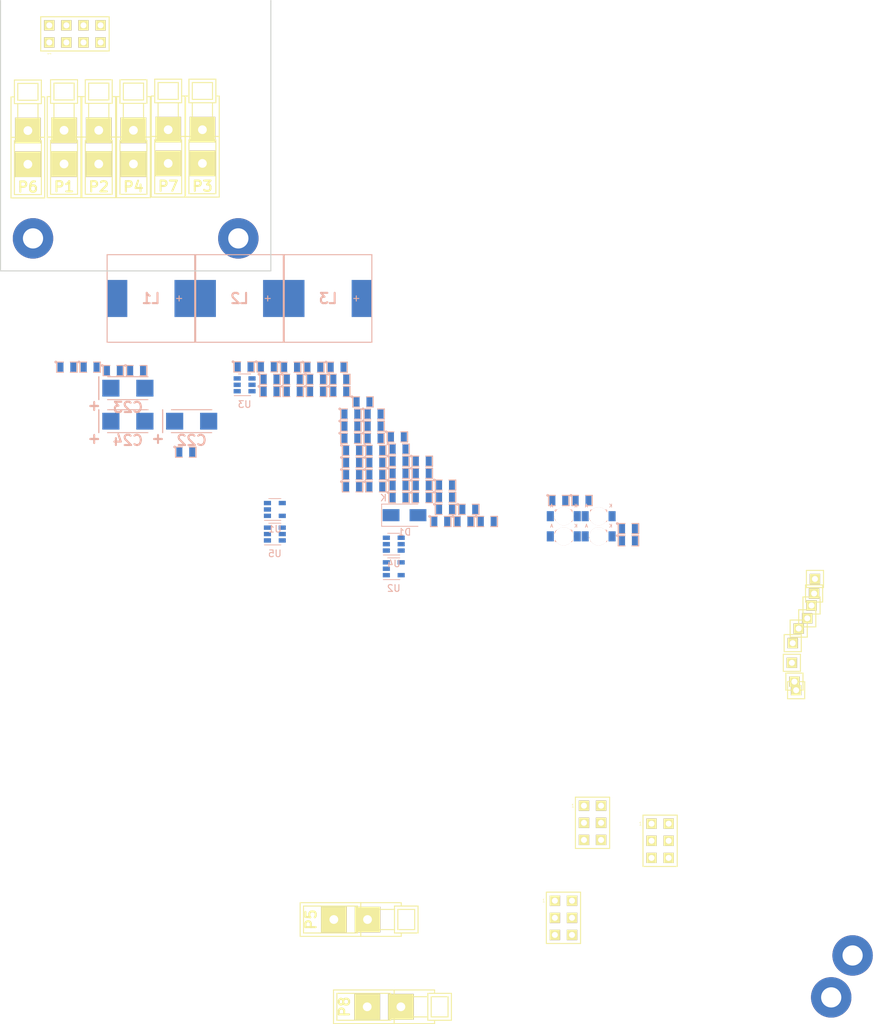
<source format=kicad_pcb>
(kicad_pcb (version 20171130) (host pcbnew "(6.0.0-rc1-dev-205-gc0615c5ef)")

  (general
    (thickness 1.6)
    (drawings 3)
    (tracks 0)
    (zones 0)
    (modules 95)
    (nets 38)
  )

  (page A4)
  (title_block
    (title NAME)
    (date "%d. %m. %Y")
    (rev REV)
    (company "Mlab www.mlab.cz")
    (comment 1 VERSION)
    (comment 2 "Short description\\nTwo lines are maximum")
    (comment 3 "nickname <email@example.com>")
  )

  (layers
    (0 F.Cu signal)
    (31 B.Cu signal)
    (34 B.Paste user)
    (36 B.SilkS user)
    (37 F.SilkS user)
    (38 B.Mask user)
    (39 F.Mask user)
    (44 Edge.Cuts user)
    (45 Margin user)
    (46 B.CrtYd user)
    (47 F.CrtYd user)
    (48 B.Fab user)
    (49 F.Fab user)
  )

  (setup
    (last_trace_width 0.5)
    (trace_clearance 0.2)
    (zone_clearance 0.508)
    (zone_45_only no)
    (trace_min 0.4)
    (via_size 0.8)
    (via_drill 0.4)
    (via_min_size 0.4)
    (via_min_drill 0.3)
    (uvia_size 0.4)
    (uvia_drill 0.2)
    (uvias_allowed no)
    (uvia_min_size 0.2)
    (uvia_min_drill 0.1)
    (edge_width 0.15)
    (segment_width 0.2)
    (pcb_text_width 0.3)
    (pcb_text_size 1.5 1.5)
    (mod_edge_width 0.15)
    (mod_text_size 1 1)
    (mod_text_width 0.15)
    (pad_size 1.524 1.524)
    (pad_drill 0.762)
    (pad_to_mask_clearance 0.2)
    (aux_axis_origin 0 0)
    (visible_elements 7FFFFF7F)
    (pcbplotparams
      (layerselection 0x00030_80000001)
      (usegerberextensions false)
      (usegerberattributes false)
      (usegerberadvancedattributes false)
      (creategerberjobfile false)
      (excludeedgelayer true)
      (linewidth 0.150000)
      (plotframeref false)
      (viasonmask false)
      (mode 1)
      (useauxorigin false)
      (hpglpennumber 1)
      (hpglpenspeed 20)
      (hpglpendiameter 15.000000)
      (psnegative false)
      (psa4output false)
      (plotreference true)
      (plotvalue true)
      (plotinvisibletext false)
      (padsonsilk false)
      (subtractmaskfromsilk false)
      (outputformat 1)
      (mirror false)
      (drillshape 1)
      (scaleselection 1)
      (outputdirectory ""))
  )

  (net 0 "")
  (net 1 GND)
  (net 2 "Net-(C1-Pad2)")
  (net 3 "Net-(C2-Pad2)")
  (net 4 "Net-(C3-Pad2)")
  (net 5 "Net-(C4-Pad2)")
  (net 6 VCC)
  (net 7 "Net-(C13-Pad1)")
  (net 8 "Net-(C13-Pad2)")
  (net 9 "Net-(C14-Pad2)")
  (net 10 "Net-(C14-Pad1)")
  (net 11 "Net-(C15-Pad2)")
  (net 12 "Net-(C15-Pad1)")
  (net 13 /OUT1)
  (net 14 /OUT2)
  (net 15 /OUT3)
  (net 16 /T1)
  (net 17 /T2)
  (net 18 "Net-(J5-Pad1)")
  (net 19 "Net-(J7-Pad1)")
  (net 20 "Net-(J9-Pad1)")
  (net 21 "Net-(M1-Pad1)")
  (net 22 "Net-(P8-Pad1)")
  (net 23 "Net-(R7-Pad1)")
  (net 24 "Net-(R10-Pad2)")
  (net 25 /EN1)
  (net 26 /EN2)
  (net 27 /EN3)
  (net 28 "Net-(R21-Pad2)")
  (net 29 "Net-(R22-Pad2)")
  (net 30 "Net-(R23-Pad2)")
  (net 31 "Net-(R24-Pad2)")
  (net 32 "Net-(R25-Pad2)")
  (net 33 "Net-(R26-Pad2)")
  (net 34 "Net-(D2-Pad2)")
  (net 35 "Net-(D3-Pad2)")
  (net 36 "Net-(D4-Pad2)")
  (net 37 "Net-(D5-Pad2)")

  (net_class Default "This is the default net class."
    (clearance 0.2)
    (trace_width 0.5)
    (via_dia 0.8)
    (via_drill 0.4)
    (uvia_dia 0.4)
    (uvia_drill 0.2)
    (diff_pair_width 0.4)
    (diff_pair_gap 0.25)
    (add_net /EN1)
    (add_net /EN2)
    (add_net /EN3)
    (add_net /OUT1)
    (add_net /OUT2)
    (add_net /OUT3)
    (add_net /T1)
    (add_net /T2)
    (add_net GND)
    (add_net "Net-(C1-Pad2)")
    (add_net "Net-(C13-Pad1)")
    (add_net "Net-(C13-Pad2)")
    (add_net "Net-(C14-Pad1)")
    (add_net "Net-(C14-Pad2)")
    (add_net "Net-(C15-Pad1)")
    (add_net "Net-(C15-Pad2)")
    (add_net "Net-(C2-Pad2)")
    (add_net "Net-(C3-Pad2)")
    (add_net "Net-(C4-Pad2)")
    (add_net "Net-(D2-Pad2)")
    (add_net "Net-(D3-Pad2)")
    (add_net "Net-(D4-Pad2)")
    (add_net "Net-(D5-Pad2)")
    (add_net "Net-(J5-Pad1)")
    (add_net "Net-(J7-Pad1)")
    (add_net "Net-(J9-Pad1)")
    (add_net "Net-(M1-Pad1)")
    (add_net "Net-(P8-Pad1)")
    (add_net "Net-(R10-Pad2)")
    (add_net "Net-(R21-Pad2)")
    (add_net "Net-(R22-Pad2)")
    (add_net "Net-(R23-Pad2)")
    (add_net "Net-(R24-Pad2)")
    (add_net "Net-(R25-Pad2)")
    (add_net "Net-(R26-Pad2)")
    (add_net "Net-(R7-Pad1)")
    (add_net VCC)
  )

  (net_class MLAB_power ""
    (clearance 0.4)
    (trace_width 0.7)
    (via_dia 0.8)
    (via_drill 0.6)
    (uvia_dia 0.4)
    (uvia_drill 0.2)
    (diff_pair_width 0.4)
    (diff_pair_gap 0.25)
  )

  (module Mlab_R:SMD-0805 (layer B.Cu) (tedit 5C6D150A) (tstamp 5CF53595)
    (at 13.558001 14.029999)
    (path /5CE9D33B)
    (attr smd)
    (fp_text reference C1 (at 0 0.3175) (layer B.Fab)
      (effects (font (size 0.50038 0.50038) (thickness 0.10922)) (justify mirror))
    )
    (fp_text value 100nF (at 0.127 -0.381) (layer B.Fab)
      (effects (font (size 0.50038 0.50038) (thickness 0.10922)) (justify mirror))
    )
    (fp_line (start 1.524 -0.762) (end 0.508 -0.762) (layer B.SilkS) (width 0.15))
    (fp_line (start 1.524 0.762) (end 1.524 -0.762) (layer B.SilkS) (width 0.15))
    (fp_line (start 0.508 0.762) (end 1.524 0.762) (layer B.SilkS) (width 0.15))
    (fp_line (start -0.508 -0.762) (end -1.524 -0.762) (layer B.SilkS) (width 0.15))
    (fp_line (start -1.524 -0.762) (end -1.524 0.762) (layer B.Fab) (width 0.15))
    (fp_line (start -1.524 0.762) (end -0.508 0.762) (layer B.Fab) (width 0.15))
    (fp_circle (center -1.651 -0.762) (end -1.651 -0.635) (layer B.SilkS) (width 0.15))
    (fp_line (start -0.508 -0.762) (end -1.524 -0.762) (layer B.Fab) (width 0.15))
    (fp_line (start -1.524 -0.762) (end -1.524 0.762) (layer B.SilkS) (width 0.15))
    (fp_line (start -1.524 0.762) (end -0.508 0.762) (layer B.SilkS) (width 0.15))
    (fp_line (start 0.508 0.762) (end 1.524 0.762) (layer B.Fab) (width 0.15))
    (fp_line (start 1.524 0.762) (end 1.524 -0.762) (layer B.Fab) (width 0.15))
    (fp_line (start 1.524 -0.762) (end 0.508 -0.762) (layer B.Fab) (width 0.15))
    (pad 1 smd rect (at -0.9525 0) (size 0.889 1.397) (layers B.Cu B.Paste B.Mask)
      (net 1 GND))
    (pad 2 smd rect (at 0.9525 0) (size 0.889 1.397) (layers B.Cu B.Paste B.Mask)
      (net 2 "Net-(C1-Pad2)"))
    (model ${KISYS3DMOD}/Resistor_SMD.3dshapes/R_0805_2012Metric.wrl
      (at (xyz 0 0 0))
      (scale (xyz 1 1 1))
      (rotate (xyz 0 0 0))
    )
  )

  (module Mlab_R:SMD-0805 (layer B.Cu) (tedit 5C6D150A) (tstamp 5CF535A8)
    (at 36.418001 13.989999)
    (path /5CF082F2)
    (attr smd)
    (fp_text reference C2 (at 0 0.3175) (layer B.Fab)
      (effects (font (size 0.50038 0.50038) (thickness 0.10922)) (justify mirror))
    )
    (fp_text value 100nF (at 0.127 -0.381) (layer B.Fab)
      (effects (font (size 0.50038 0.50038) (thickness 0.10922)) (justify mirror))
    )
    (fp_line (start 1.524 -0.762) (end 0.508 -0.762) (layer B.Fab) (width 0.15))
    (fp_line (start 1.524 0.762) (end 1.524 -0.762) (layer B.Fab) (width 0.15))
    (fp_line (start 0.508 0.762) (end 1.524 0.762) (layer B.Fab) (width 0.15))
    (fp_line (start -1.524 0.762) (end -0.508 0.762) (layer B.SilkS) (width 0.15))
    (fp_line (start -1.524 -0.762) (end -1.524 0.762) (layer B.SilkS) (width 0.15))
    (fp_line (start -0.508 -0.762) (end -1.524 -0.762) (layer B.Fab) (width 0.15))
    (fp_circle (center -1.651 -0.762) (end -1.651 -0.635) (layer B.SilkS) (width 0.15))
    (fp_line (start -1.524 0.762) (end -0.508 0.762) (layer B.Fab) (width 0.15))
    (fp_line (start -1.524 -0.762) (end -1.524 0.762) (layer B.Fab) (width 0.15))
    (fp_line (start -0.508 -0.762) (end -1.524 -0.762) (layer B.SilkS) (width 0.15))
    (fp_line (start 0.508 0.762) (end 1.524 0.762) (layer B.SilkS) (width 0.15))
    (fp_line (start 1.524 0.762) (end 1.524 -0.762) (layer B.SilkS) (width 0.15))
    (fp_line (start 1.524 -0.762) (end 0.508 -0.762) (layer B.SilkS) (width 0.15))
    (pad 2 smd rect (at 0.9525 0) (size 0.889 1.397) (layers B.Cu B.Paste B.Mask)
      (net 3 "Net-(C2-Pad2)"))
    (pad 1 smd rect (at -0.9525 0) (size 0.889 1.397) (layers B.Cu B.Paste B.Mask)
      (net 1 GND))
    (model ${KISYS3DMOD}/Resistor_SMD.3dshapes/R_0805_2012Metric.wrl
      (at (xyz 0 0 0))
      (scale (xyz 1 1 1))
      (rotate (xyz 0 0 0))
    )
  )

  (module Mlab_R:SMD-0805 (layer B.Cu) (tedit 5C6D150A) (tstamp 5CF535BB)
    (at 59.418001 33.389999)
    (path /5CEA5A08)
    (attr smd)
    (fp_text reference C3 (at 0 0.3175) (layer B.Fab)
      (effects (font (size 0.50038 0.50038) (thickness 0.10922)) (justify mirror))
    )
    (fp_text value 10uF (at 0.127 -0.381) (layer B.Fab)
      (effects (font (size 0.50038 0.50038) (thickness 0.10922)) (justify mirror))
    )
    (fp_line (start 1.524 -0.762) (end 0.508 -0.762) (layer B.Fab) (width 0.15))
    (fp_line (start 1.524 0.762) (end 1.524 -0.762) (layer B.Fab) (width 0.15))
    (fp_line (start 0.508 0.762) (end 1.524 0.762) (layer B.Fab) (width 0.15))
    (fp_line (start -1.524 0.762) (end -0.508 0.762) (layer B.SilkS) (width 0.15))
    (fp_line (start -1.524 -0.762) (end -1.524 0.762) (layer B.SilkS) (width 0.15))
    (fp_line (start -0.508 -0.762) (end -1.524 -0.762) (layer B.Fab) (width 0.15))
    (fp_circle (center -1.651 -0.762) (end -1.651 -0.635) (layer B.SilkS) (width 0.15))
    (fp_line (start -1.524 0.762) (end -0.508 0.762) (layer B.Fab) (width 0.15))
    (fp_line (start -1.524 -0.762) (end -1.524 0.762) (layer B.Fab) (width 0.15))
    (fp_line (start -0.508 -0.762) (end -1.524 -0.762) (layer B.SilkS) (width 0.15))
    (fp_line (start 0.508 0.762) (end 1.524 0.762) (layer B.SilkS) (width 0.15))
    (fp_line (start 1.524 0.762) (end 1.524 -0.762) (layer B.SilkS) (width 0.15))
    (fp_line (start 1.524 -0.762) (end 0.508 -0.762) (layer B.SilkS) (width 0.15))
    (pad 2 smd rect (at 0.9525 0) (size 0.889 1.397) (layers B.Cu B.Paste B.Mask)
      (net 4 "Net-(C3-Pad2)"))
    (pad 1 smd rect (at -0.9525 0) (size 0.889 1.397) (layers B.Cu B.Paste B.Mask)
      (net 1 GND))
    (model ${KISYS3DMOD}/Resistor_SMD.3dshapes/R_0805_2012Metric.wrl
      (at (xyz 0 0 0))
      (scale (xyz 1 1 1))
      (rotate (xyz 0 0 0))
    )
  )

  (module Mlab_R:SMD-0805 (layer B.Cu) (tedit 5C6D150A) (tstamp 5CF535CE)
    (at 52.518001 26.389999)
    (path /5CF082FA)
    (attr smd)
    (fp_text reference C4 (at 0 0.3175) (layer B.Fab)
      (effects (font (size 0.50038 0.50038) (thickness 0.10922)) (justify mirror))
    )
    (fp_text value 10uF (at 0.127 -0.381) (layer B.Fab)
      (effects (font (size 0.50038 0.50038) (thickness 0.10922)) (justify mirror))
    )
    (fp_line (start 1.524 -0.762) (end 0.508 -0.762) (layer B.SilkS) (width 0.15))
    (fp_line (start 1.524 0.762) (end 1.524 -0.762) (layer B.SilkS) (width 0.15))
    (fp_line (start 0.508 0.762) (end 1.524 0.762) (layer B.SilkS) (width 0.15))
    (fp_line (start -0.508 -0.762) (end -1.524 -0.762) (layer B.SilkS) (width 0.15))
    (fp_line (start -1.524 -0.762) (end -1.524 0.762) (layer B.Fab) (width 0.15))
    (fp_line (start -1.524 0.762) (end -0.508 0.762) (layer B.Fab) (width 0.15))
    (fp_circle (center -1.651 -0.762) (end -1.651 -0.635) (layer B.SilkS) (width 0.15))
    (fp_line (start -0.508 -0.762) (end -1.524 -0.762) (layer B.Fab) (width 0.15))
    (fp_line (start -1.524 -0.762) (end -1.524 0.762) (layer B.SilkS) (width 0.15))
    (fp_line (start -1.524 0.762) (end -0.508 0.762) (layer B.SilkS) (width 0.15))
    (fp_line (start 0.508 0.762) (end 1.524 0.762) (layer B.Fab) (width 0.15))
    (fp_line (start 1.524 0.762) (end 1.524 -0.762) (layer B.Fab) (width 0.15))
    (fp_line (start 1.524 -0.762) (end 0.508 -0.762) (layer B.Fab) (width 0.15))
    (pad 1 smd rect (at -0.9525 0) (size 0.889 1.397) (layers B.Cu B.Paste B.Mask)
      (net 1 GND))
    (pad 2 smd rect (at 0.9525 0) (size 0.889 1.397) (layers B.Cu B.Paste B.Mask)
      (net 5 "Net-(C4-Pad2)"))
    (model ${KISYS3DMOD}/Resistor_SMD.3dshapes/R_0805_2012Metric.wrl
      (at (xyz 0 0 0))
      (scale (xyz 1 1 1))
      (rotate (xyz 0 0 0))
    )
  )

  (module Mlab_R:SMD-0805 (layer B.Cu) (tedit 5C6D150A) (tstamp 5CF535E1)
    (at 55.968001 28.189999)
    (path /5CEA5CE9)
    (attr smd)
    (fp_text reference C5 (at 0 0.3175) (layer B.Fab)
      (effects (font (size 0.50038 0.50038) (thickness 0.10922)) (justify mirror))
    )
    (fp_text value 10uF (at 0.127 -0.381) (layer B.Fab)
      (effects (font (size 0.50038 0.50038) (thickness 0.10922)) (justify mirror))
    )
    (fp_line (start 1.524 -0.762) (end 0.508 -0.762) (layer B.SilkS) (width 0.15))
    (fp_line (start 1.524 0.762) (end 1.524 -0.762) (layer B.SilkS) (width 0.15))
    (fp_line (start 0.508 0.762) (end 1.524 0.762) (layer B.SilkS) (width 0.15))
    (fp_line (start -0.508 -0.762) (end -1.524 -0.762) (layer B.SilkS) (width 0.15))
    (fp_line (start -1.524 -0.762) (end -1.524 0.762) (layer B.Fab) (width 0.15))
    (fp_line (start -1.524 0.762) (end -0.508 0.762) (layer B.Fab) (width 0.15))
    (fp_circle (center -1.651 -0.762) (end -1.651 -0.635) (layer B.SilkS) (width 0.15))
    (fp_line (start -0.508 -0.762) (end -1.524 -0.762) (layer B.Fab) (width 0.15))
    (fp_line (start -1.524 -0.762) (end -1.524 0.762) (layer B.SilkS) (width 0.15))
    (fp_line (start -1.524 0.762) (end -0.508 0.762) (layer B.SilkS) (width 0.15))
    (fp_line (start 0.508 0.762) (end 1.524 0.762) (layer B.Fab) (width 0.15))
    (fp_line (start 1.524 0.762) (end 1.524 -0.762) (layer B.Fab) (width 0.15))
    (fp_line (start 1.524 -0.762) (end 0.508 -0.762) (layer B.Fab) (width 0.15))
    (pad 1 smd rect (at -0.9525 0) (size 0.889 1.397) (layers B.Cu B.Paste B.Mask)
      (net 1 GND))
    (pad 2 smd rect (at 0.9525 0) (size 0.889 1.397) (layers B.Cu B.Paste B.Mask)
      (net 4 "Net-(C3-Pad2)"))
    (model ${KISYS3DMOD}/Resistor_SMD.3dshapes/R_0805_2012Metric.wrl
      (at (xyz 0 0 0))
      (scale (xyz 1 1 1))
      (rotate (xyz 0 0 0))
    )
  )

  (module Mlab_R:SMD-0805 (layer B.Cu) (tedit 5C6D150A) (tstamp 5CF535F4)
    (at 65.608001 36.939999)
    (path /5CF08302)
    (attr smd)
    (fp_text reference C6 (at 0 0.3175) (layer B.Fab)
      (effects (font (size 0.50038 0.50038) (thickness 0.10922)) (justify mirror))
    )
    (fp_text value 10uF (at 0.127 -0.381) (layer B.Fab)
      (effects (font (size 0.50038 0.50038) (thickness 0.10922)) (justify mirror))
    )
    (fp_line (start 1.524 -0.762) (end 0.508 -0.762) (layer B.Fab) (width 0.15))
    (fp_line (start 1.524 0.762) (end 1.524 -0.762) (layer B.Fab) (width 0.15))
    (fp_line (start 0.508 0.762) (end 1.524 0.762) (layer B.Fab) (width 0.15))
    (fp_line (start -1.524 0.762) (end -0.508 0.762) (layer B.SilkS) (width 0.15))
    (fp_line (start -1.524 -0.762) (end -1.524 0.762) (layer B.SilkS) (width 0.15))
    (fp_line (start -0.508 -0.762) (end -1.524 -0.762) (layer B.Fab) (width 0.15))
    (fp_circle (center -1.651 -0.762) (end -1.651 -0.635) (layer B.SilkS) (width 0.15))
    (fp_line (start -1.524 0.762) (end -0.508 0.762) (layer B.Fab) (width 0.15))
    (fp_line (start -1.524 -0.762) (end -1.524 0.762) (layer B.Fab) (width 0.15))
    (fp_line (start -0.508 -0.762) (end -1.524 -0.762) (layer B.SilkS) (width 0.15))
    (fp_line (start 0.508 0.762) (end 1.524 0.762) (layer B.SilkS) (width 0.15))
    (fp_line (start 1.524 0.762) (end 1.524 -0.762) (layer B.SilkS) (width 0.15))
    (fp_line (start 1.524 -0.762) (end 0.508 -0.762) (layer B.SilkS) (width 0.15))
    (pad 2 smd rect (at 0.9525 0) (size 0.889 1.397) (layers B.Cu B.Paste B.Mask)
      (net 5 "Net-(C4-Pad2)"))
    (pad 1 smd rect (at -0.9525 0) (size 0.889 1.397) (layers B.Cu B.Paste B.Mask)
      (net 1 GND))
    (model ${KISYS3DMOD}/Resistor_SMD.3dshapes/R_0805_2012Metric.wrl
      (at (xyz 0 0 0))
      (scale (xyz 1 1 1))
      (rotate (xyz 0 0 0))
    )
  )

  (module Mlab_R:SMD-0805 (layer B.Cu) (tedit 5C6D150A) (tstamp 5CF53607)
    (at 52.518001 28.189999)
    (path /5CE7EAFE)
    (attr smd)
    (fp_text reference C7 (at 0 0.3175) (layer B.Fab)
      (effects (font (size 0.50038 0.50038) (thickness 0.10922)) (justify mirror))
    )
    (fp_text value 10uF (at 0.127 -0.381) (layer B.Fab)
      (effects (font (size 0.50038 0.50038) (thickness 0.10922)) (justify mirror))
    )
    (fp_line (start 1.524 -0.762) (end 0.508 -0.762) (layer B.SilkS) (width 0.15))
    (fp_line (start 1.524 0.762) (end 1.524 -0.762) (layer B.SilkS) (width 0.15))
    (fp_line (start 0.508 0.762) (end 1.524 0.762) (layer B.SilkS) (width 0.15))
    (fp_line (start -0.508 -0.762) (end -1.524 -0.762) (layer B.SilkS) (width 0.15))
    (fp_line (start -1.524 -0.762) (end -1.524 0.762) (layer B.Fab) (width 0.15))
    (fp_line (start -1.524 0.762) (end -0.508 0.762) (layer B.Fab) (width 0.15))
    (fp_circle (center -1.651 -0.762) (end -1.651 -0.635) (layer B.SilkS) (width 0.15))
    (fp_line (start -0.508 -0.762) (end -1.524 -0.762) (layer B.Fab) (width 0.15))
    (fp_line (start -1.524 -0.762) (end -1.524 0.762) (layer B.SilkS) (width 0.15))
    (fp_line (start -1.524 0.762) (end -0.508 0.762) (layer B.SilkS) (width 0.15))
    (fp_line (start 0.508 0.762) (end 1.524 0.762) (layer B.Fab) (width 0.15))
    (fp_line (start 1.524 0.762) (end 1.524 -0.762) (layer B.Fab) (width 0.15))
    (fp_line (start 1.524 -0.762) (end 0.508 -0.762) (layer B.Fab) (width 0.15))
    (pad 1 smd rect (at -0.9525 0) (size 0.889 1.397) (layers B.Cu B.Paste B.Mask)
      (net 1 GND))
    (pad 2 smd rect (at 0.9525 0) (size 0.889 1.397) (layers B.Cu B.Paste B.Mask)
      (net 6 VCC))
    (model ${KISYS3DMOD}/Resistor_SMD.3dshapes/R_0805_2012Metric.wrl
      (at (xyz 0 0 0))
      (scale (xyz 1 1 1))
      (rotate (xyz 0 0 0))
    )
  )

  (module Mlab_R:SMD-0805 (layer B.Cu) (tedit 5C6D150A) (tstamp 5CF5361A)
    (at 52.518001 29.989999)
    (path /5CED78EF)
    (attr smd)
    (fp_text reference C8 (at 0 0.3175) (layer B.Fab)
      (effects (font (size 0.50038 0.50038) (thickness 0.10922)) (justify mirror))
    )
    (fp_text value 10uF (at 0.127 -0.381) (layer B.Fab)
      (effects (font (size 0.50038 0.50038) (thickness 0.10922)) (justify mirror))
    )
    (fp_line (start 1.524 -0.762) (end 0.508 -0.762) (layer B.SilkS) (width 0.15))
    (fp_line (start 1.524 0.762) (end 1.524 -0.762) (layer B.SilkS) (width 0.15))
    (fp_line (start 0.508 0.762) (end 1.524 0.762) (layer B.SilkS) (width 0.15))
    (fp_line (start -0.508 -0.762) (end -1.524 -0.762) (layer B.SilkS) (width 0.15))
    (fp_line (start -1.524 -0.762) (end -1.524 0.762) (layer B.Fab) (width 0.15))
    (fp_line (start -1.524 0.762) (end -0.508 0.762) (layer B.Fab) (width 0.15))
    (fp_circle (center -1.651 -0.762) (end -1.651 -0.635) (layer B.SilkS) (width 0.15))
    (fp_line (start -0.508 -0.762) (end -1.524 -0.762) (layer B.Fab) (width 0.15))
    (fp_line (start -1.524 -0.762) (end -1.524 0.762) (layer B.SilkS) (width 0.15))
    (fp_line (start -1.524 0.762) (end -0.508 0.762) (layer B.SilkS) (width 0.15))
    (fp_line (start 0.508 0.762) (end 1.524 0.762) (layer B.Fab) (width 0.15))
    (fp_line (start 1.524 0.762) (end 1.524 -0.762) (layer B.Fab) (width 0.15))
    (fp_line (start 1.524 -0.762) (end 0.508 -0.762) (layer B.Fab) (width 0.15))
    (pad 1 smd rect (at -0.9525 0) (size 0.889 1.397) (layers B.Cu B.Paste B.Mask)
      (net 1 GND))
    (pad 2 smd rect (at 0.9525 0) (size 0.889 1.397) (layers B.Cu B.Paste B.Mask)
      (net 6 VCC))
    (model ${KISYS3DMOD}/Resistor_SMD.3dshapes/R_0805_2012Metric.wrl
      (at (xyz 0 0 0))
      (scale (xyz 1 1 1))
      (rotate (xyz 0 0 0))
    )
  )

  (module Mlab_R:SMD-0805 (layer B.Cu) (tedit 5C6D150A) (tstamp 5CF5362D)
    (at 55.968001 31.789999)
    (path /5CEE9AC8)
    (attr smd)
    (fp_text reference C9 (at 0 0.3175) (layer B.Fab)
      (effects (font (size 0.50038 0.50038) (thickness 0.10922)) (justify mirror))
    )
    (fp_text value 10uF (at 0.127 -0.381) (layer B.Fab)
      (effects (font (size 0.50038 0.50038) (thickness 0.10922)) (justify mirror))
    )
    (fp_line (start 1.524 -0.762) (end 0.508 -0.762) (layer B.Fab) (width 0.15))
    (fp_line (start 1.524 0.762) (end 1.524 -0.762) (layer B.Fab) (width 0.15))
    (fp_line (start 0.508 0.762) (end 1.524 0.762) (layer B.Fab) (width 0.15))
    (fp_line (start -1.524 0.762) (end -0.508 0.762) (layer B.SilkS) (width 0.15))
    (fp_line (start -1.524 -0.762) (end -1.524 0.762) (layer B.SilkS) (width 0.15))
    (fp_line (start -0.508 -0.762) (end -1.524 -0.762) (layer B.Fab) (width 0.15))
    (fp_circle (center -1.651 -0.762) (end -1.651 -0.635) (layer B.SilkS) (width 0.15))
    (fp_line (start -1.524 0.762) (end -0.508 0.762) (layer B.Fab) (width 0.15))
    (fp_line (start -1.524 -0.762) (end -1.524 0.762) (layer B.Fab) (width 0.15))
    (fp_line (start -0.508 -0.762) (end -1.524 -0.762) (layer B.SilkS) (width 0.15))
    (fp_line (start 0.508 0.762) (end 1.524 0.762) (layer B.SilkS) (width 0.15))
    (fp_line (start 1.524 0.762) (end 1.524 -0.762) (layer B.SilkS) (width 0.15))
    (fp_line (start 1.524 -0.762) (end 0.508 -0.762) (layer B.SilkS) (width 0.15))
    (pad 2 smd rect (at 0.9525 0) (size 0.889 1.397) (layers B.Cu B.Paste B.Mask)
      (net 6 VCC))
    (pad 1 smd rect (at -0.9525 0) (size 0.889 1.397) (layers B.Cu B.Paste B.Mask)
      (net 1 GND))
    (model ${KISYS3DMOD}/Resistor_SMD.3dshapes/R_0805_2012Metric.wrl
      (at (xyz 0 0 0))
      (scale (xyz 1 1 1))
      (rotate (xyz 0 0 0))
    )
  )

  (module Mlab_R:SMD-0805 (layer B.Cu) (tedit 5C6D150A) (tstamp 5CF53640)
    (at 52.518001 31.789999)
    (path /5CE7EB9C)
    (attr smd)
    (fp_text reference C10 (at 0 0.3175) (layer B.Fab)
      (effects (font (size 0.50038 0.50038) (thickness 0.10922)) (justify mirror))
    )
    (fp_text value 100nF (at 0.127 -0.381) (layer B.Fab)
      (effects (font (size 0.50038 0.50038) (thickness 0.10922)) (justify mirror))
    )
    (fp_line (start 1.524 -0.762) (end 0.508 -0.762) (layer B.Fab) (width 0.15))
    (fp_line (start 1.524 0.762) (end 1.524 -0.762) (layer B.Fab) (width 0.15))
    (fp_line (start 0.508 0.762) (end 1.524 0.762) (layer B.Fab) (width 0.15))
    (fp_line (start -1.524 0.762) (end -0.508 0.762) (layer B.SilkS) (width 0.15))
    (fp_line (start -1.524 -0.762) (end -1.524 0.762) (layer B.SilkS) (width 0.15))
    (fp_line (start -0.508 -0.762) (end -1.524 -0.762) (layer B.Fab) (width 0.15))
    (fp_circle (center -1.651 -0.762) (end -1.651 -0.635) (layer B.SilkS) (width 0.15))
    (fp_line (start -1.524 0.762) (end -0.508 0.762) (layer B.Fab) (width 0.15))
    (fp_line (start -1.524 -0.762) (end -1.524 0.762) (layer B.Fab) (width 0.15))
    (fp_line (start -0.508 -0.762) (end -1.524 -0.762) (layer B.SilkS) (width 0.15))
    (fp_line (start 0.508 0.762) (end 1.524 0.762) (layer B.SilkS) (width 0.15))
    (fp_line (start 1.524 0.762) (end 1.524 -0.762) (layer B.SilkS) (width 0.15))
    (fp_line (start 1.524 -0.762) (end 0.508 -0.762) (layer B.SilkS) (width 0.15))
    (pad 2 smd rect (at 0.9525 0) (size 0.889 1.397) (layers B.Cu B.Paste B.Mask)
      (net 6 VCC))
    (pad 1 smd rect (at -0.9525 0) (size 0.889 1.397) (layers B.Cu B.Paste B.Mask)
      (net 1 GND))
    (model ${KISYS3DMOD}/Resistor_SMD.3dshapes/R_0805_2012Metric.wrl
      (at (xyz 0 0 0))
      (scale (xyz 1 1 1))
      (rotate (xyz 0 0 0))
    )
  )

  (module Mlab_R:SMD-0805 (layer B.Cu) (tedit 5C6D150A) (tstamp 5CF53653)
    (at 39.868001 13.989999)
    (path /5CED78F7)
    (attr smd)
    (fp_text reference C11 (at 0 0.3175) (layer B.Fab)
      (effects (font (size 0.50038 0.50038) (thickness 0.10922)) (justify mirror))
    )
    (fp_text value 100nF (at 0.127 -0.381) (layer B.Fab)
      (effects (font (size 0.50038 0.50038) (thickness 0.10922)) (justify mirror))
    )
    (fp_line (start 1.524 -0.762) (end 0.508 -0.762) (layer B.Fab) (width 0.15))
    (fp_line (start 1.524 0.762) (end 1.524 -0.762) (layer B.Fab) (width 0.15))
    (fp_line (start 0.508 0.762) (end 1.524 0.762) (layer B.Fab) (width 0.15))
    (fp_line (start -1.524 0.762) (end -0.508 0.762) (layer B.SilkS) (width 0.15))
    (fp_line (start -1.524 -0.762) (end -1.524 0.762) (layer B.SilkS) (width 0.15))
    (fp_line (start -0.508 -0.762) (end -1.524 -0.762) (layer B.Fab) (width 0.15))
    (fp_circle (center -1.651 -0.762) (end -1.651 -0.635) (layer B.SilkS) (width 0.15))
    (fp_line (start -1.524 0.762) (end -0.508 0.762) (layer B.Fab) (width 0.15))
    (fp_line (start -1.524 -0.762) (end -1.524 0.762) (layer B.Fab) (width 0.15))
    (fp_line (start -0.508 -0.762) (end -1.524 -0.762) (layer B.SilkS) (width 0.15))
    (fp_line (start 0.508 0.762) (end 1.524 0.762) (layer B.SilkS) (width 0.15))
    (fp_line (start 1.524 0.762) (end 1.524 -0.762) (layer B.SilkS) (width 0.15))
    (fp_line (start 1.524 -0.762) (end 0.508 -0.762) (layer B.SilkS) (width 0.15))
    (pad 2 smd rect (at 0.9525 0) (size 0.889 1.397) (layers B.Cu B.Paste B.Mask)
      (net 6 VCC))
    (pad 1 smd rect (at -0.9525 0) (size 0.889 1.397) (layers B.Cu B.Paste B.Mask)
      (net 1 GND))
    (model ${KISYS3DMOD}/Resistor_SMD.3dshapes/R_0805_2012Metric.wrl
      (at (xyz 0 0 0))
      (scale (xyz 1 1 1))
      (rotate (xyz 0 0 0))
    )
  )

  (module Mlab_R:SMD-0805 (layer B.Cu) (tedit 5C6D150A) (tstamp 5CF53666)
    (at 66.318001 35.139999)
    (path /5CEE9AD0)
    (attr smd)
    (fp_text reference C12 (at 0 0.3175) (layer B.Fab)
      (effects (font (size 0.50038 0.50038) (thickness 0.10922)) (justify mirror))
    )
    (fp_text value 100nF (at 0.127 -0.381) (layer B.Fab)
      (effects (font (size 0.50038 0.50038) (thickness 0.10922)) (justify mirror))
    )
    (fp_line (start 1.524 -0.762) (end 0.508 -0.762) (layer B.SilkS) (width 0.15))
    (fp_line (start 1.524 0.762) (end 1.524 -0.762) (layer B.SilkS) (width 0.15))
    (fp_line (start 0.508 0.762) (end 1.524 0.762) (layer B.SilkS) (width 0.15))
    (fp_line (start -0.508 -0.762) (end -1.524 -0.762) (layer B.SilkS) (width 0.15))
    (fp_line (start -1.524 -0.762) (end -1.524 0.762) (layer B.Fab) (width 0.15))
    (fp_line (start -1.524 0.762) (end -0.508 0.762) (layer B.Fab) (width 0.15))
    (fp_circle (center -1.651 -0.762) (end -1.651 -0.635) (layer B.SilkS) (width 0.15))
    (fp_line (start -0.508 -0.762) (end -1.524 -0.762) (layer B.Fab) (width 0.15))
    (fp_line (start -1.524 -0.762) (end -1.524 0.762) (layer B.SilkS) (width 0.15))
    (fp_line (start -1.524 0.762) (end -0.508 0.762) (layer B.SilkS) (width 0.15))
    (fp_line (start 0.508 0.762) (end 1.524 0.762) (layer B.Fab) (width 0.15))
    (fp_line (start 1.524 0.762) (end 1.524 -0.762) (layer B.Fab) (width 0.15))
    (fp_line (start 1.524 -0.762) (end 0.508 -0.762) (layer B.Fab) (width 0.15))
    (pad 1 smd rect (at -0.9525 0) (size 0.889 1.397) (layers B.Cu B.Paste B.Mask)
      (net 1 GND))
    (pad 2 smd rect (at 0.9525 0) (size 0.889 1.397) (layers B.Cu B.Paste B.Mask)
      (net 6 VCC))
    (model ${KISYS3DMOD}/Resistor_SMD.3dshapes/R_0805_2012Metric.wrl
      (at (xyz 0 0 0))
      (scale (xyz 1 1 1))
      (rotate (xyz 0 0 0))
    )
  )

  (module Mlab_R:SMD-0805 (layer B.Cu) (tedit 5C6D150A) (tstamp 5CF53679)
    (at 40.268001 15.839999)
    (path /5CE77B5D)
    (attr smd)
    (fp_text reference C13 (at 0 0.3175) (layer B.Fab)
      (effects (font (size 0.50038 0.50038) (thickness 0.10922)) (justify mirror))
    )
    (fp_text value 100nF (at 0.127 -0.381) (layer B.Fab)
      (effects (font (size 0.50038 0.50038) (thickness 0.10922)) (justify mirror))
    )
    (fp_line (start 1.524 -0.762) (end 0.508 -0.762) (layer B.SilkS) (width 0.15))
    (fp_line (start 1.524 0.762) (end 1.524 -0.762) (layer B.SilkS) (width 0.15))
    (fp_line (start 0.508 0.762) (end 1.524 0.762) (layer B.SilkS) (width 0.15))
    (fp_line (start -0.508 -0.762) (end -1.524 -0.762) (layer B.SilkS) (width 0.15))
    (fp_line (start -1.524 -0.762) (end -1.524 0.762) (layer B.Fab) (width 0.15))
    (fp_line (start -1.524 0.762) (end -0.508 0.762) (layer B.Fab) (width 0.15))
    (fp_circle (center -1.651 -0.762) (end -1.651 -0.635) (layer B.SilkS) (width 0.15))
    (fp_line (start -0.508 -0.762) (end -1.524 -0.762) (layer B.Fab) (width 0.15))
    (fp_line (start -1.524 -0.762) (end -1.524 0.762) (layer B.SilkS) (width 0.15))
    (fp_line (start -1.524 0.762) (end -0.508 0.762) (layer B.SilkS) (width 0.15))
    (fp_line (start 0.508 0.762) (end 1.524 0.762) (layer B.Fab) (width 0.15))
    (fp_line (start 1.524 0.762) (end 1.524 -0.762) (layer B.Fab) (width 0.15))
    (fp_line (start 1.524 -0.762) (end 0.508 -0.762) (layer B.Fab) (width 0.15))
    (pad 1 smd rect (at -0.9525 0) (size 0.889 1.397) (layers B.Cu B.Paste B.Mask)
      (net 7 "Net-(C13-Pad1)"))
    (pad 2 smd rect (at 0.9525 0) (size 0.889 1.397) (layers B.Cu B.Paste B.Mask)
      (net 8 "Net-(C13-Pad2)"))
    (model ${KISYS3DMOD}/Resistor_SMD.3dshapes/R_0805_2012Metric.wrl
      (at (xyz 0 0 0))
      (scale (xyz 1 1 1))
      (rotate (xyz 0 0 0))
    )
  )

  (module Mlab_R:SMD-0805 (layer B.Cu) (tedit 5C6D150A) (tstamp 5CF5368C)
    (at 43.718001 17.639999)
    (path /5CED7898)
    (attr smd)
    (fp_text reference C14 (at 0 0.3175) (layer B.Fab)
      (effects (font (size 0.50038 0.50038) (thickness 0.10922)) (justify mirror))
    )
    (fp_text value 100nF (at 0.127 -0.381) (layer B.Fab)
      (effects (font (size 0.50038 0.50038) (thickness 0.10922)) (justify mirror))
    )
    (fp_line (start 1.524 -0.762) (end 0.508 -0.762) (layer B.Fab) (width 0.15))
    (fp_line (start 1.524 0.762) (end 1.524 -0.762) (layer B.Fab) (width 0.15))
    (fp_line (start 0.508 0.762) (end 1.524 0.762) (layer B.Fab) (width 0.15))
    (fp_line (start -1.524 0.762) (end -0.508 0.762) (layer B.SilkS) (width 0.15))
    (fp_line (start -1.524 -0.762) (end -1.524 0.762) (layer B.SilkS) (width 0.15))
    (fp_line (start -0.508 -0.762) (end -1.524 -0.762) (layer B.Fab) (width 0.15))
    (fp_circle (center -1.651 -0.762) (end -1.651 -0.635) (layer B.SilkS) (width 0.15))
    (fp_line (start -1.524 0.762) (end -0.508 0.762) (layer B.Fab) (width 0.15))
    (fp_line (start -1.524 -0.762) (end -1.524 0.762) (layer B.Fab) (width 0.15))
    (fp_line (start -0.508 -0.762) (end -1.524 -0.762) (layer B.SilkS) (width 0.15))
    (fp_line (start 0.508 0.762) (end 1.524 0.762) (layer B.SilkS) (width 0.15))
    (fp_line (start 1.524 0.762) (end 1.524 -0.762) (layer B.SilkS) (width 0.15))
    (fp_line (start 1.524 -0.762) (end 0.508 -0.762) (layer B.SilkS) (width 0.15))
    (pad 2 smd rect (at 0.9525 0) (size 0.889 1.397) (layers B.Cu B.Paste B.Mask)
      (net 9 "Net-(C14-Pad2)"))
    (pad 1 smd rect (at -0.9525 0) (size 0.889 1.397) (layers B.Cu B.Paste B.Mask)
      (net 10 "Net-(C14-Pad1)"))
    (model ${KISYS3DMOD}/Resistor_SMD.3dshapes/R_0805_2012Metric.wrl
      (at (xyz 0 0 0))
      (scale (xyz 1 1 1))
      (rotate (xyz 0 0 0))
    )
  )

  (module Mlab_R:SMD-0805 (layer B.Cu) (tedit 5C6D150A) (tstamp 5CF5369F)
    (at 40.268001 17.639999)
    (path /5CEE9A71)
    (attr smd)
    (fp_text reference C15 (at 0 0.3175) (layer B.Fab)
      (effects (font (size 0.50038 0.50038) (thickness 0.10922)) (justify mirror))
    )
    (fp_text value 100nF (at 0.127 -0.381) (layer B.Fab)
      (effects (font (size 0.50038 0.50038) (thickness 0.10922)) (justify mirror))
    )
    (fp_line (start 1.524 -0.762) (end 0.508 -0.762) (layer B.Fab) (width 0.15))
    (fp_line (start 1.524 0.762) (end 1.524 -0.762) (layer B.Fab) (width 0.15))
    (fp_line (start 0.508 0.762) (end 1.524 0.762) (layer B.Fab) (width 0.15))
    (fp_line (start -1.524 0.762) (end -0.508 0.762) (layer B.SilkS) (width 0.15))
    (fp_line (start -1.524 -0.762) (end -1.524 0.762) (layer B.SilkS) (width 0.15))
    (fp_line (start -0.508 -0.762) (end -1.524 -0.762) (layer B.Fab) (width 0.15))
    (fp_circle (center -1.651 -0.762) (end -1.651 -0.635) (layer B.SilkS) (width 0.15))
    (fp_line (start -1.524 0.762) (end -0.508 0.762) (layer B.Fab) (width 0.15))
    (fp_line (start -1.524 -0.762) (end -1.524 0.762) (layer B.Fab) (width 0.15))
    (fp_line (start -0.508 -0.762) (end -1.524 -0.762) (layer B.SilkS) (width 0.15))
    (fp_line (start 0.508 0.762) (end 1.524 0.762) (layer B.SilkS) (width 0.15))
    (fp_line (start 1.524 0.762) (end 1.524 -0.762) (layer B.SilkS) (width 0.15))
    (fp_line (start 1.524 -0.762) (end 0.508 -0.762) (layer B.SilkS) (width 0.15))
    (pad 2 smd rect (at 0.9525 0) (size 0.889 1.397) (layers B.Cu B.Paste B.Mask)
      (net 11 "Net-(C15-Pad2)"))
    (pad 1 smd rect (at -0.9525 0) (size 0.889 1.397) (layers B.Cu B.Paste B.Mask)
      (net 12 "Net-(C15-Pad1)"))
    (model ${KISYS3DMOD}/Resistor_SMD.3dshapes/R_0805_2012Metric.wrl
      (at (xyz 0 0 0))
      (scale (xyz 1 1 1))
      (rotate (xyz 0 0 0))
    )
  )

  (module Mlab_R:SMD-0805 (layer B.Cu) (tedit 5C6D150A) (tstamp 5CF536B2)
    (at 20.458001 14.539999)
    (path /5CE78D95)
    (attr smd)
    (fp_text reference C16 (at 0 0.3175) (layer B.Fab)
      (effects (font (size 0.50038 0.50038) (thickness 0.10922)) (justify mirror))
    )
    (fp_text value 10uF (at 0.127 -0.381) (layer B.Fab)
      (effects (font (size 0.50038 0.50038) (thickness 0.10922)) (justify mirror))
    )
    (fp_line (start 1.524 -0.762) (end 0.508 -0.762) (layer B.SilkS) (width 0.15))
    (fp_line (start 1.524 0.762) (end 1.524 -0.762) (layer B.SilkS) (width 0.15))
    (fp_line (start 0.508 0.762) (end 1.524 0.762) (layer B.SilkS) (width 0.15))
    (fp_line (start -0.508 -0.762) (end -1.524 -0.762) (layer B.SilkS) (width 0.15))
    (fp_line (start -1.524 -0.762) (end -1.524 0.762) (layer B.Fab) (width 0.15))
    (fp_line (start -1.524 0.762) (end -0.508 0.762) (layer B.Fab) (width 0.15))
    (fp_circle (center -1.651 -0.762) (end -1.651 -0.635) (layer B.SilkS) (width 0.15))
    (fp_line (start -0.508 -0.762) (end -1.524 -0.762) (layer B.Fab) (width 0.15))
    (fp_line (start -1.524 -0.762) (end -1.524 0.762) (layer B.SilkS) (width 0.15))
    (fp_line (start -1.524 0.762) (end -0.508 0.762) (layer B.SilkS) (width 0.15))
    (fp_line (start 0.508 0.762) (end 1.524 0.762) (layer B.Fab) (width 0.15))
    (fp_line (start 1.524 0.762) (end 1.524 -0.762) (layer B.Fab) (width 0.15))
    (fp_line (start 1.524 -0.762) (end 0.508 -0.762) (layer B.Fab) (width 0.15))
    (pad 1 smd rect (at -0.9525 0) (size 0.889 1.397) (layers B.Cu B.Paste B.Mask)
      (net 1 GND))
    (pad 2 smd rect (at 0.9525 0) (size 0.889 1.397) (layers B.Cu B.Paste B.Mask)
      (net 13 /OUT1))
    (model ${KISYS3DMOD}/Resistor_SMD.3dshapes/R_0805_2012Metric.wrl
      (at (xyz 0 0 0))
      (scale (xyz 1 1 1))
      (rotate (xyz 0 0 0))
    )
  )

  (module Mlab_R:SMD-0805 (layer B.Cu) (tedit 5C6D150A) (tstamp 5CF536C5)
    (at 17.008001 14.539999)
    (path /5CED78AF)
    (attr smd)
    (fp_text reference C17 (at 0 0.3175) (layer B.Fab)
      (effects (font (size 0.50038 0.50038) (thickness 0.10922)) (justify mirror))
    )
    (fp_text value 10uF (at 0.127 -0.381) (layer B.Fab)
      (effects (font (size 0.50038 0.50038) (thickness 0.10922)) (justify mirror))
    )
    (fp_line (start 1.524 -0.762) (end 0.508 -0.762) (layer B.SilkS) (width 0.15))
    (fp_line (start 1.524 0.762) (end 1.524 -0.762) (layer B.SilkS) (width 0.15))
    (fp_line (start 0.508 0.762) (end 1.524 0.762) (layer B.SilkS) (width 0.15))
    (fp_line (start -0.508 -0.762) (end -1.524 -0.762) (layer B.SilkS) (width 0.15))
    (fp_line (start -1.524 -0.762) (end -1.524 0.762) (layer B.Fab) (width 0.15))
    (fp_line (start -1.524 0.762) (end -0.508 0.762) (layer B.Fab) (width 0.15))
    (fp_circle (center -1.651 -0.762) (end -1.651 -0.635) (layer B.SilkS) (width 0.15))
    (fp_line (start -0.508 -0.762) (end -1.524 -0.762) (layer B.Fab) (width 0.15))
    (fp_line (start -1.524 -0.762) (end -1.524 0.762) (layer B.SilkS) (width 0.15))
    (fp_line (start -1.524 0.762) (end -0.508 0.762) (layer B.SilkS) (width 0.15))
    (fp_line (start 0.508 0.762) (end 1.524 0.762) (layer B.Fab) (width 0.15))
    (fp_line (start 1.524 0.762) (end 1.524 -0.762) (layer B.Fab) (width 0.15))
    (fp_line (start 1.524 -0.762) (end 0.508 -0.762) (layer B.Fab) (width 0.15))
    (pad 1 smd rect (at -0.9525 0) (size 0.889 1.397) (layers B.Cu B.Paste B.Mask)
      (net 1 GND))
    (pad 2 smd rect (at 0.9525 0) (size 0.889 1.397) (layers B.Cu B.Paste B.Mask)
      (net 14 /OUT2))
    (model ${KISYS3DMOD}/Resistor_SMD.3dshapes/R_0805_2012Metric.wrl
      (at (xyz 0 0 0))
      (scale (xyz 1 1 1))
      (rotate (xyz 0 0 0))
    )
  )

  (module Mlab_R:SMD-0805 (layer B.Cu) (tedit 5C6D150A) (tstamp 5CF536D8)
    (at 27.758001 26.639999)
    (path /5CEE9A88)
    (attr smd)
    (fp_text reference C18 (at 0 0.3175) (layer B.Fab)
      (effects (font (size 0.50038 0.50038) (thickness 0.10922)) (justify mirror))
    )
    (fp_text value 10uF (at 0.127 -0.381) (layer B.Fab)
      (effects (font (size 0.50038 0.50038) (thickness 0.10922)) (justify mirror))
    )
    (fp_line (start 1.524 -0.762) (end 0.508 -0.762) (layer B.Fab) (width 0.15))
    (fp_line (start 1.524 0.762) (end 1.524 -0.762) (layer B.Fab) (width 0.15))
    (fp_line (start 0.508 0.762) (end 1.524 0.762) (layer B.Fab) (width 0.15))
    (fp_line (start -1.524 0.762) (end -0.508 0.762) (layer B.SilkS) (width 0.15))
    (fp_line (start -1.524 -0.762) (end -1.524 0.762) (layer B.SilkS) (width 0.15))
    (fp_line (start -0.508 -0.762) (end -1.524 -0.762) (layer B.Fab) (width 0.15))
    (fp_circle (center -1.651 -0.762) (end -1.651 -0.635) (layer B.SilkS) (width 0.15))
    (fp_line (start -1.524 0.762) (end -0.508 0.762) (layer B.Fab) (width 0.15))
    (fp_line (start -1.524 -0.762) (end -1.524 0.762) (layer B.Fab) (width 0.15))
    (fp_line (start -0.508 -0.762) (end -1.524 -0.762) (layer B.SilkS) (width 0.15))
    (fp_line (start 0.508 0.762) (end 1.524 0.762) (layer B.SilkS) (width 0.15))
    (fp_line (start 1.524 0.762) (end 1.524 -0.762) (layer B.SilkS) (width 0.15))
    (fp_line (start 1.524 -0.762) (end 0.508 -0.762) (layer B.SilkS) (width 0.15))
    (pad 2 smd rect (at 0.9525 0) (size 0.889 1.397) (layers B.Cu B.Paste B.Mask)
      (net 15 /OUT3))
    (pad 1 smd rect (at -0.9525 0) (size 0.889 1.397) (layers B.Cu B.Paste B.Mask)
      (net 1 GND))
    (model ${KISYS3DMOD}/Resistor_SMD.3dshapes/R_0805_2012Metric.wrl
      (at (xyz 0 0 0))
      (scale (xyz 1 1 1))
      (rotate (xyz 0 0 0))
    )
  )

  (module Mlab_R:SMD-0805 (layer B.Cu) (tedit 5C6D150A) (tstamp 5CF536EB)
    (at 10.108001 14.029999)
    (path /5CE78DFD)
    (attr smd)
    (fp_text reference C19 (at 0 0.3175) (layer B.Fab)
      (effects (font (size 0.50038 0.50038) (thickness 0.10922)) (justify mirror))
    )
    (fp_text value 10uF (at 0.127 -0.381) (layer B.Fab)
      (effects (font (size 0.50038 0.50038) (thickness 0.10922)) (justify mirror))
    )
    (fp_line (start 1.524 -0.762) (end 0.508 -0.762) (layer B.Fab) (width 0.15))
    (fp_line (start 1.524 0.762) (end 1.524 -0.762) (layer B.Fab) (width 0.15))
    (fp_line (start 0.508 0.762) (end 1.524 0.762) (layer B.Fab) (width 0.15))
    (fp_line (start -1.524 0.762) (end -0.508 0.762) (layer B.SilkS) (width 0.15))
    (fp_line (start -1.524 -0.762) (end -1.524 0.762) (layer B.SilkS) (width 0.15))
    (fp_line (start -0.508 -0.762) (end -1.524 -0.762) (layer B.Fab) (width 0.15))
    (fp_circle (center -1.651 -0.762) (end -1.651 -0.635) (layer B.SilkS) (width 0.15))
    (fp_line (start -1.524 0.762) (end -0.508 0.762) (layer B.Fab) (width 0.15))
    (fp_line (start -1.524 -0.762) (end -1.524 0.762) (layer B.Fab) (width 0.15))
    (fp_line (start -0.508 -0.762) (end -1.524 -0.762) (layer B.SilkS) (width 0.15))
    (fp_line (start 0.508 0.762) (end 1.524 0.762) (layer B.SilkS) (width 0.15))
    (fp_line (start 1.524 0.762) (end 1.524 -0.762) (layer B.SilkS) (width 0.15))
    (fp_line (start 1.524 -0.762) (end 0.508 -0.762) (layer B.SilkS) (width 0.15))
    (pad 2 smd rect (at 0.9525 0) (size 0.889 1.397) (layers B.Cu B.Paste B.Mask)
      (net 13 /OUT1))
    (pad 1 smd rect (at -0.9525 0) (size 0.889 1.397) (layers B.Cu B.Paste B.Mask)
      (net 1 GND))
    (model ${KISYS3DMOD}/Resistor_SMD.3dshapes/R_0805_2012Metric.wrl
      (at (xyz 0 0 0))
      (scale (xyz 1 1 1))
      (rotate (xyz 0 0 0))
    )
  )

  (module Mlab_R:SMD-0805 (layer B.Cu) (tedit 5C6D150A) (tstamp 5CF536FE)
    (at 62.868001 31.589999)
    (path /5CED78B7)
    (attr smd)
    (fp_text reference C20 (at 0 0.3175) (layer B.Fab)
      (effects (font (size 0.50038 0.50038) (thickness 0.10922)) (justify mirror))
    )
    (fp_text value 10uF (at 0.127 -0.381) (layer B.Fab)
      (effects (font (size 0.50038 0.50038) (thickness 0.10922)) (justify mirror))
    )
    (fp_line (start 1.524 -0.762) (end 0.508 -0.762) (layer B.Fab) (width 0.15))
    (fp_line (start 1.524 0.762) (end 1.524 -0.762) (layer B.Fab) (width 0.15))
    (fp_line (start 0.508 0.762) (end 1.524 0.762) (layer B.Fab) (width 0.15))
    (fp_line (start -1.524 0.762) (end -0.508 0.762) (layer B.SilkS) (width 0.15))
    (fp_line (start -1.524 -0.762) (end -1.524 0.762) (layer B.SilkS) (width 0.15))
    (fp_line (start -0.508 -0.762) (end -1.524 -0.762) (layer B.Fab) (width 0.15))
    (fp_circle (center -1.651 -0.762) (end -1.651 -0.635) (layer B.SilkS) (width 0.15))
    (fp_line (start -1.524 0.762) (end -0.508 0.762) (layer B.Fab) (width 0.15))
    (fp_line (start -1.524 -0.762) (end -1.524 0.762) (layer B.Fab) (width 0.15))
    (fp_line (start -0.508 -0.762) (end -1.524 -0.762) (layer B.SilkS) (width 0.15))
    (fp_line (start 0.508 0.762) (end 1.524 0.762) (layer B.SilkS) (width 0.15))
    (fp_line (start 1.524 0.762) (end 1.524 -0.762) (layer B.SilkS) (width 0.15))
    (fp_line (start 1.524 -0.762) (end 0.508 -0.762) (layer B.SilkS) (width 0.15))
    (pad 2 smd rect (at 0.9525 0) (size 0.889 1.397) (layers B.Cu B.Paste B.Mask)
      (net 14 /OUT2))
    (pad 1 smd rect (at -0.9525 0) (size 0.889 1.397) (layers B.Cu B.Paste B.Mask)
      (net 1 GND))
    (model ${KISYS3DMOD}/Resistor_SMD.3dshapes/R_0805_2012Metric.wrl
      (at (xyz 0 0 0))
      (scale (xyz 1 1 1))
      (rotate (xyz 0 0 0))
    )
  )

  (module Mlab_R:SMD-0805 (layer B.Cu) (tedit 5C6D150A) (tstamp 5CF53711)
    (at 46.768001 14.039999)
    (path /5CEE9A90)
    (attr smd)
    (fp_text reference C21 (at 0 0.3175) (layer B.Fab)
      (effects (font (size 0.50038 0.50038) (thickness 0.10922)) (justify mirror))
    )
    (fp_text value 10uF (at 0.127 -0.381) (layer B.Fab)
      (effects (font (size 0.50038 0.50038) (thickness 0.10922)) (justify mirror))
    )
    (fp_line (start 1.524 -0.762) (end 0.508 -0.762) (layer B.SilkS) (width 0.15))
    (fp_line (start 1.524 0.762) (end 1.524 -0.762) (layer B.SilkS) (width 0.15))
    (fp_line (start 0.508 0.762) (end 1.524 0.762) (layer B.SilkS) (width 0.15))
    (fp_line (start -0.508 -0.762) (end -1.524 -0.762) (layer B.SilkS) (width 0.15))
    (fp_line (start -1.524 -0.762) (end -1.524 0.762) (layer B.Fab) (width 0.15))
    (fp_line (start -1.524 0.762) (end -0.508 0.762) (layer B.Fab) (width 0.15))
    (fp_circle (center -1.651 -0.762) (end -1.651 -0.635) (layer B.SilkS) (width 0.15))
    (fp_line (start -0.508 -0.762) (end -1.524 -0.762) (layer B.Fab) (width 0.15))
    (fp_line (start -1.524 -0.762) (end -1.524 0.762) (layer B.SilkS) (width 0.15))
    (fp_line (start -1.524 0.762) (end -0.508 0.762) (layer B.SilkS) (width 0.15))
    (fp_line (start 0.508 0.762) (end 1.524 0.762) (layer B.Fab) (width 0.15))
    (fp_line (start 1.524 0.762) (end 1.524 -0.762) (layer B.Fab) (width 0.15))
    (fp_line (start 1.524 -0.762) (end 0.508 -0.762) (layer B.Fab) (width 0.15))
    (pad 1 smd rect (at -0.9525 0) (size 0.889 1.397) (layers B.Cu B.Paste B.Mask)
      (net 1 GND))
    (pad 2 smd rect (at 0.9525 0) (size 0.889 1.397) (layers B.Cu B.Paste B.Mask)
      (net 15 /OUT3))
    (model ${KISYS3DMOD}/Resistor_SMD.3dshapes/R_0805_2012Metric.wrl
      (at (xyz 0 0 0))
      (scale (xyz 1 1 1))
      (rotate (xyz 0 0 0))
    )
  )

  (module Mlab_C:TantalC_SizeC_Reflow (layer B.Cu) (tedit 5C6D17E8) (tstamp 5CF53722)
    (at 28.630701 22.048919)
    (descr "Tantal Cap. , Size C, EIA-6032, Reflow,")
    (tags "Tantal Cap. , Size C, EIA-6032, Reflow,")
    (path /5CE9D88F)
    (attr smd)
    (fp_text reference C22 (at 0 2.85) (layer B.SilkS)
      (effects (font (size 1.524 1.524) (thickness 0.3048)) (justify mirror))
    )
    (fp_text value 47uF/16 (at 0 -3) (layer B.SilkS) hide
      (effects (font (size 1.524 1.524) (thickness 0.3048)) (justify mirror))
    )
    (fp_line (start -4.30022 1.69926) (end -4.30022 -1.69926) (layer B.SilkS) (width 0.15))
    (fp_line (start 2.99974 -1.69926) (end -2.99974 -1.69926) (layer B.SilkS) (width 0.15))
    (fp_line (start 2.99974 1.69926) (end -2.99974 1.69926) (layer B.Fab) (width 0.15))
    (fp_text user + (at -4.99872 2.55016) (layer B.SilkS)
      (effects (font (size 1.524 1.524) (thickness 0.3048)) (justify mirror))
    )
    (fp_line (start -5.00126 3.05308) (end -5.00126 1.95326) (layer B.SilkS) (width 0.15))
    (fp_line (start -5.6007 2.5527) (end -4.40182 2.5527) (layer B.SilkS) (width 0.15))
    (fp_line (start 2.97688 1.7018) (end -3.0226 1.7018) (layer B.SilkS) (width 0.15))
    (fp_line (start -4.318 1.7018) (end -4.318 -1.69672) (layer B.SilkS) (width 0.15))
    (fp_line (start 2.97688 -1.69926) (end -3.0226 -1.69926) (layer B.Fab) (width 0.15))
    (fp_text user + (at -5.0038 2.54) (layer B.Fab)
      (effects (font (size 1.5 1.5) (thickness 0.15)) (justify mirror))
    )
    (fp_text user %R (at 0.1016 0) (layer B.Fab)
      (effects (font (size 1.524 1.524) (thickness 0.3)) (justify mirror))
    )
    (pad 2 smd rect (at 2.52476 0) (size 2.55016 2.49936) (layers B.Cu B.Paste B.Mask)
      (net 1 GND))
    (pad 1 smd rect (at -2.52476 0) (size 2.55016 2.49936) (layers B.Cu B.Paste B.Mask)
      (net 13 /OUT1))
    (model ${KISYS3DMOD}/Capacitor_Tantalum_SMD.3dshapes/CP_EIA-6032-28_Kemet-C.wrl
      (at (xyz 0 0 0))
      (scale (xyz 1 1 1))
      (rotate (xyz 0 0 0))
    )
  )

  (module Mlab_C:TantalC_SizeC_Reflow (layer B.Cu) (tedit 5C6D17E8) (tstamp 5CF53733)
    (at 19.160701 17.148919)
    (descr "Tantal Cap. , Size C, EIA-6032, Reflow,")
    (tags "Tantal Cap. , Size C, EIA-6032, Reflow,")
    (path /5CED7957)
    (attr smd)
    (fp_text reference C23 (at 0 2.85) (layer B.SilkS)
      (effects (font (size 1.524 1.524) (thickness 0.3048)) (justify mirror))
    )
    (fp_text value 47uF/16 (at 0 -3) (layer B.SilkS) hide
      (effects (font (size 1.524 1.524) (thickness 0.3048)) (justify mirror))
    )
    (fp_line (start -4.30022 1.69926) (end -4.30022 -1.69926) (layer B.SilkS) (width 0.15))
    (fp_line (start 2.99974 -1.69926) (end -2.99974 -1.69926) (layer B.SilkS) (width 0.15))
    (fp_line (start 2.99974 1.69926) (end -2.99974 1.69926) (layer B.Fab) (width 0.15))
    (fp_text user + (at -4.99872 2.55016) (layer B.SilkS)
      (effects (font (size 1.524 1.524) (thickness 0.3048)) (justify mirror))
    )
    (fp_line (start -5.00126 3.05308) (end -5.00126 1.95326) (layer B.SilkS) (width 0.15))
    (fp_line (start -5.6007 2.5527) (end -4.40182 2.5527) (layer B.SilkS) (width 0.15))
    (fp_line (start 2.97688 1.7018) (end -3.0226 1.7018) (layer B.SilkS) (width 0.15))
    (fp_line (start -4.318 1.7018) (end -4.318 -1.69672) (layer B.SilkS) (width 0.15))
    (fp_line (start 2.97688 -1.69926) (end -3.0226 -1.69926) (layer B.Fab) (width 0.15))
    (fp_text user + (at -5.0038 2.54) (layer B.Fab)
      (effects (font (size 1.5 1.5) (thickness 0.15)) (justify mirror))
    )
    (fp_text user %R (at 0.1016 0) (layer B.Fab)
      (effects (font (size 1.524 1.524) (thickness 0.3)) (justify mirror))
    )
    (pad 2 smd rect (at 2.52476 0) (size 2.55016 2.49936) (layers B.Cu B.Paste B.Mask)
      (net 1 GND))
    (pad 1 smd rect (at -2.52476 0) (size 2.55016 2.49936) (layers B.Cu B.Paste B.Mask)
      (net 14 /OUT2))
    (model ${KISYS3DMOD}/Capacitor_Tantalum_SMD.3dshapes/CP_EIA-6032-28_Kemet-C.wrl
      (at (xyz 0 0 0))
      (scale (xyz 1 1 1))
      (rotate (xyz 0 0 0))
    )
  )

  (module Mlab_C:TantalC_SizeC_Reflow (layer B.Cu) (tedit 5C6D17E8) (tstamp 5CF53744)
    (at 19.160701 22.048919)
    (descr "Tantal Cap. , Size C, EIA-6032, Reflow,")
    (tags "Tantal Cap. , Size C, EIA-6032, Reflow,")
    (path /5CEE9B30)
    (attr smd)
    (fp_text reference C24 (at 0 2.85) (layer B.SilkS)
      (effects (font (size 1.524 1.524) (thickness 0.3048)) (justify mirror))
    )
    (fp_text value 47uF/16 (at 0 -3) (layer B.SilkS) hide
      (effects (font (size 1.524 1.524) (thickness 0.3048)) (justify mirror))
    )
    (fp_text user %R (at 0.1016 0) (layer B.Fab)
      (effects (font (size 1.524 1.524) (thickness 0.3)) (justify mirror))
    )
    (fp_text user + (at -5.0038 2.54) (layer B.Fab)
      (effects (font (size 1.5 1.5) (thickness 0.15)) (justify mirror))
    )
    (fp_line (start 2.97688 -1.69926) (end -3.0226 -1.69926) (layer B.Fab) (width 0.15))
    (fp_line (start -4.318 1.7018) (end -4.318 -1.69672) (layer B.SilkS) (width 0.15))
    (fp_line (start 2.97688 1.7018) (end -3.0226 1.7018) (layer B.SilkS) (width 0.15))
    (fp_line (start -5.6007 2.5527) (end -4.40182 2.5527) (layer B.SilkS) (width 0.15))
    (fp_line (start -5.00126 3.05308) (end -5.00126 1.95326) (layer B.SilkS) (width 0.15))
    (fp_text user + (at -4.99872 2.55016) (layer B.SilkS)
      (effects (font (size 1.524 1.524) (thickness 0.3048)) (justify mirror))
    )
    (fp_line (start 2.99974 1.69926) (end -2.99974 1.69926) (layer B.Fab) (width 0.15))
    (fp_line (start 2.99974 -1.69926) (end -2.99974 -1.69926) (layer B.SilkS) (width 0.15))
    (fp_line (start -4.30022 1.69926) (end -4.30022 -1.69926) (layer B.SilkS) (width 0.15))
    (pad 1 smd rect (at -2.52476 0) (size 2.55016 2.49936) (layers B.Cu B.Paste B.Mask)
      (net 15 /OUT3))
    (pad 2 smd rect (at 2.52476 0) (size 2.55016 2.49936) (layers B.Cu B.Paste B.Mask)
      (net 1 GND))
    (model ${KISYS3DMOD}/Capacitor_Tantalum_SMD.3dshapes/CP_EIA-6032-28_Kemet-C.wrl
      (at (xyz 0 0 0))
      (scale (xyz 1 1 1))
      (rotate (xyz 0 0 0))
    )
  )

  (module Mlab_D:Diode-SMA_Standard (layer B.Cu) (tedit 5B41EAA8) (tstamp 5CF5375D)
    (at 60.230001 36.001999)
    (descr "Diode SMA (DO-214AC)")
    (tags "Diode SMA (DO-214AC)")
    (path /5CE98B1D)
    (attr smd)
    (fp_text reference D1 (at 0 2.5) (layer B.SilkS)
      (effects (font (size 1 1) (thickness 0.15)) (justify mirror))
    )
    (fp_text value M4 (at 0 -2.6) (layer B.Fab)
      (effects (font (size 1 1) (thickness 0.15)) (justify mirror))
    )
    (fp_text user %R (at 0 2.5) (layer B.Fab)
      (effects (font (size 1 1) (thickness 0.15)) (justify mirror))
    )
    (fp_line (start -3.4 1.65) (end -3.4 -1.65) (layer B.SilkS) (width 0.12))
    (fp_line (start 2.3 -1.5) (end -2.3 -1.5) (layer B.Fab) (width 0.1))
    (fp_line (start -2.3 -1.5) (end -2.3 1.5) (layer B.Fab) (width 0.1))
    (fp_line (start 2.3 1.5) (end 2.3 -1.5) (layer B.Fab) (width 0.1))
    (fp_line (start 2.3 1.5) (end -2.3 1.5) (layer B.Fab) (width 0.1))
    (fp_line (start -3.5 1.75) (end 3.5 1.75) (layer B.CrtYd) (width 0.05))
    (fp_line (start 3.5 1.75) (end 3.5 -1.75) (layer B.CrtYd) (width 0.05))
    (fp_line (start 3.5 -1.75) (end -3.5 -1.75) (layer B.CrtYd) (width 0.05))
    (fp_line (start -3.5 -1.75) (end -3.5 1.75) (layer B.CrtYd) (width 0.05))
    (fp_line (start -0.64944 -0.00102) (end -1.55114 -0.00102) (layer B.Fab) (width 0.1))
    (fp_line (start 0.50118 -0.00102) (end 1.4994 -0.00102) (layer B.Fab) (width 0.1))
    (fp_line (start -0.64944 0.79908) (end -0.64944 -0.80112) (layer B.Fab) (width 0.1))
    (fp_line (start 0.50118 -0.75032) (end 0.50118 0.79908) (layer B.Fab) (width 0.1))
    (fp_line (start -0.64944 -0.00102) (end 0.50118 -0.75032) (layer B.Fab) (width 0.1))
    (fp_line (start -0.64944 -0.00102) (end 0.50118 0.79908) (layer B.Fab) (width 0.1))
    (fp_line (start -3.4 -1.65) (end 2 -1.65) (layer B.SilkS) (width 0.12))
    (fp_line (start -3.4 1.65) (end 2 1.65) (layer B.SilkS) (width 0.12))
    (fp_text user K (at -3.1242 -2.5654) (layer B.SilkS)
      (effects (font (size 1 1) (thickness 0.15)) (justify mirror))
    )
    (pad 1 smd rect (at -2 0) (size 2.5 1.8) (layers B.Cu B.Paste B.Mask)
      (net 6 VCC))
    (pad 2 smd rect (at 2 0) (size 2.5 1.8) (layers B.Cu B.Paste B.Mask)
      (net 1 GND))
    (model ${KISYS3DMOD}/Diode_SMD.3dshapes/D_SMA.wrl
      (at (xyz 0 0 0))
      (scale (xyz 1 1 1))
      (rotate (xyz 0 0 0))
    )
  )

  (module Mlab_Pin_Headers:Straight_2x04 (layer F.Cu) (tedit 5CAAFE10) (tstamp 5CF5376E)
    (at 11.303 -35.433 90)
    (descr "pin header straight 2x04")
    (tags "pin header straight 2x04")
    (path /5CE85C7F)
    (fp_text reference J1 (at 0 -6.35 90) (layer F.SilkS) hide
      (effects (font (size 1.5 1.5) (thickness 0.15)))
    )
    (fp_text value HEADER_2x04_PARALLEL (at 0 6.35 90) (layer F.SilkS) hide
      (effects (font (size 1.5 1.5) (thickness 0.15)))
    )
    (fp_text user 1 (at -2.921 -3.81 90) (layer F.SilkS)
      (effects (font (size 0.5 0.5) (thickness 0.05)))
    )
    (fp_line (start -2.54 -5.08) (end 2.54 -5.08) (layer F.SilkS) (width 0.15))
    (fp_line (start 2.54 -5.08) (end 2.54 5.08) (layer F.SilkS) (width 0.15))
    (fp_line (start 2.54 5.08) (end -2.54 5.08) (layer F.SilkS) (width 0.15))
    (fp_line (start -2.54 5.08) (end -2.54 -5.08) (layer F.SilkS) (width 0.15))
    (pad 1 thru_hole rect (at -1.27 -3.81 90) (size 1.524 1.524) (drill 0.889) (layers *.Cu *.Mask F.SilkS)
      (net 1 GND))
    (pad 2 thru_hole rect (at 1.27 -3.81 90) (size 1.524 1.524) (drill 0.889) (layers *.Cu *.Mask F.SilkS)
      (net 1 GND))
    (pad 3 thru_hole rect (at -1.27 -1.27 90) (size 1.524 1.524) (drill 0.889) (layers *.Cu *.Mask F.SilkS)
      (net 6 VCC))
    (pad 4 thru_hole rect (at 1.27 -1.27 90) (size 1.524 1.524) (drill 0.889) (layers *.Cu *.Mask F.SilkS)
      (net 6 VCC))
    (pad 5 thru_hole rect (at -1.27 1.27 90) (size 1.524 1.524) (drill 0.889) (layers *.Cu *.Mask F.SilkS)
      (net 6 VCC))
    (pad 6 thru_hole rect (at 1.27 1.27 90) (size 1.524 1.524) (drill 0.889) (layers *.Cu *.Mask F.SilkS)
      (net 6 VCC))
    (pad 7 thru_hole rect (at -1.27 3.81 90) (size 1.524 1.524) (drill 0.889) (layers *.Cu *.Mask F.SilkS)
      (net 1 GND))
    (pad 8 thru_hole rect (at 1.27 3.81 90) (size 1.524 1.524) (drill 0.889) (layers *.Cu *.Mask F.SilkS)
      (net 1 GND))
    (model ${KISYS3DMOD}/Connector_PinHeader_2.54mm.3dshapes/PinHeader_2x04_P2.54mm_Vertical.wrl
      (offset (xyz -1.27 3.81 0))
      (scale (xyz 1 1 1))
      (rotate (xyz 0 0 0))
    )
  )

  (module Mlab_Pin_Headers:Straight_1x01 (layer F.Cu) (tedit 5C6FA06B) (tstamp 5CF53778)
    (at 121.031 47.625)
    (descr "pin header straight 1x01")
    (tags "pin header straight 1x01")
    (path /5CF1943E)
    (fp_text reference J2 (at 0 -2.54) (layer F.SilkS) hide
      (effects (font (size 1.5 1.5) (thickness 0.15)))
    )
    (fp_text value HEADER_1x01 (at 0 2.54) (layer F.SilkS) hide
      (effects (font (size 1.5 1.5) (thickness 0.15)))
    )
    (fp_text user 1 (at -1.651 0) (layer F.SilkS) hide
      (effects (font (size 0.5 0.5) (thickness 0.05)))
    )
    (fp_line (start -1.27 -1.27) (end 1.27 -1.27) (layer F.SilkS) (width 0.15))
    (fp_line (start 1.27 -1.27) (end 1.27 1.27) (layer F.SilkS) (width 0.15))
    (fp_line (start 1.27 1.27) (end -1.27 1.27) (layer F.SilkS) (width 0.15))
    (fp_line (start -1.27 1.27) (end -1.27 -1.27) (layer F.SilkS) (width 0.15))
    (pad 1 thru_hole rect (at 0 0) (size 1.524 1.524) (drill 0.889) (layers *.Cu *.Mask F.SilkS)
      (net 16 /T1))
    (model ${KISYS3DMOD}/Connector_PinHeader_2.54mm.3dshapes/PinHeader_1x01_P2.54mm_Vertical.wrl
      (at (xyz 0 0 0))
      (scale (xyz 1 1 1))
      (rotate (xyz 0 0 90))
    )
  )

  (module Mlab_Pin_Headers:Straight_1x01 (layer F.Cu) (tedit 5C6FA06B) (tstamp 5CF53782)
    (at 117.729 57.912)
    (descr "pin header straight 1x01")
    (tags "pin header straight 1x01")
    (path /5CF36432)
    (fp_text reference J3 (at 0 -2.54) (layer F.SilkS) hide
      (effects (font (size 1.5 1.5) (thickness 0.15)))
    )
    (fp_text value HEADER_1x01 (at 0 2.54) (layer F.SilkS) hide
      (effects (font (size 1.5 1.5) (thickness 0.15)))
    )
    (fp_line (start -1.27 1.27) (end -1.27 -1.27) (layer F.SilkS) (width 0.15))
    (fp_line (start 1.27 1.27) (end -1.27 1.27) (layer F.SilkS) (width 0.15))
    (fp_line (start 1.27 -1.27) (end 1.27 1.27) (layer F.SilkS) (width 0.15))
    (fp_line (start -1.27 -1.27) (end 1.27 -1.27) (layer F.SilkS) (width 0.15))
    (fp_text user 1 (at -1.651 0) (layer F.SilkS) hide
      (effects (font (size 0.5 0.5) (thickness 0.05)))
    )
    (pad 1 thru_hole rect (at 0 0) (size 1.524 1.524) (drill 0.889) (layers *.Cu *.Mask F.SilkS)
      (net 16 /T1))
    (model ${KISYS3DMOD}/Connector_PinHeader_2.54mm.3dshapes/PinHeader_1x01_P2.54mm_Vertical.wrl
      (at (xyz 0 0 0))
      (scale (xyz 1 1 1))
      (rotate (xyz 0 0 90))
    )
  )

  (module Mlab_Pin_Headers:Straight_1x01 (layer F.Cu) (tedit 5C6FA06B) (tstamp 5CF5378C)
    (at 121.158 45.466)
    (descr "pin header straight 1x01")
    (tags "pin header straight 1x01")
    (path /5CF52E96)
    (fp_text reference J4 (at 0 -2.54) (layer F.SilkS) hide
      (effects (font (size 1.5 1.5) (thickness 0.15)))
    )
    (fp_text value HEADER_1x01 (at 0 2.54) (layer F.SilkS) hide
      (effects (font (size 1.5 1.5) (thickness 0.15)))
    )
    (fp_text user 1 (at -1.651 0) (layer F.SilkS) hide
      (effects (font (size 0.5 0.5) (thickness 0.05)))
    )
    (fp_line (start -1.27 -1.27) (end 1.27 -1.27) (layer F.SilkS) (width 0.15))
    (fp_line (start 1.27 -1.27) (end 1.27 1.27) (layer F.SilkS) (width 0.15))
    (fp_line (start 1.27 1.27) (end -1.27 1.27) (layer F.SilkS) (width 0.15))
    (fp_line (start -1.27 1.27) (end -1.27 -1.27) (layer F.SilkS) (width 0.15))
    (pad 1 thru_hole rect (at 0 0) (size 1.524 1.524) (drill 0.889) (layers *.Cu *.Mask F.SilkS)
      (net 17 /T2))
    (model ${KISYS3DMOD}/Connector_PinHeader_2.54mm.3dshapes/PinHeader_1x01_P2.54mm_Vertical.wrl
      (at (xyz 0 0 0))
      (scale (xyz 1 1 1))
      (rotate (xyz 0 0 90))
    )
  )

  (module Mlab_Pin_Headers:Straight_1x01 (layer F.Cu) (tedit 5C6FA06B) (tstamp 5CF53796)
    (at 118.11 60.706)
    (descr "pin header straight 1x01")
    (tags "pin header straight 1x01")
    (path /5CF19C4F)
    (fp_text reference J5 (at 0 -2.54) (layer F.SilkS) hide
      (effects (font (size 1.5 1.5) (thickness 0.15)))
    )
    (fp_text value HEADER_1x01 (at 0 2.54) (layer F.SilkS) hide
      (effects (font (size 1.5 1.5) (thickness 0.15)))
    )
    (fp_text user 1 (at -1.651 0) (layer F.SilkS) hide
      (effects (font (size 0.5 0.5) (thickness 0.05)))
    )
    (fp_line (start -1.27 -1.27) (end 1.27 -1.27) (layer F.SilkS) (width 0.15))
    (fp_line (start 1.27 -1.27) (end 1.27 1.27) (layer F.SilkS) (width 0.15))
    (fp_line (start 1.27 1.27) (end -1.27 1.27) (layer F.SilkS) (width 0.15))
    (fp_line (start -1.27 1.27) (end -1.27 -1.27) (layer F.SilkS) (width 0.15))
    (pad 1 thru_hole rect (at 0 0) (size 1.524 1.524) (drill 0.889) (layers *.Cu *.Mask F.SilkS)
      (net 18 "Net-(J5-Pad1)"))
    (model ${KISYS3DMOD}/Connector_PinHeader_2.54mm.3dshapes/PinHeader_1x01_P2.54mm_Vertical.wrl
      (at (xyz 0 0 0))
      (scale (xyz 1 1 1))
      (rotate (xyz 0 0 90))
    )
  )

  (module Mlab_Pin_Headers:Straight_1x01 (layer F.Cu) (tedit 5C6FA06B) (tstamp 5CF537A0)
    (at 117.856 54.991)
    (descr "pin header straight 1x01")
    (tags "pin header straight 1x01")
    (path /5CF19ABA)
    (fp_text reference J6 (at 0 -2.54) (layer F.SilkS) hide
      (effects (font (size 1.5 1.5) (thickness 0.15)))
    )
    (fp_text value HEADER_1x01 (at 0 2.54) (layer F.SilkS) hide
      (effects (font (size 1.5 1.5) (thickness 0.15)))
    )
    (fp_line (start -1.27 1.27) (end -1.27 -1.27) (layer F.SilkS) (width 0.15))
    (fp_line (start 1.27 1.27) (end -1.27 1.27) (layer F.SilkS) (width 0.15))
    (fp_line (start 1.27 -1.27) (end 1.27 1.27) (layer F.SilkS) (width 0.15))
    (fp_line (start -1.27 -1.27) (end 1.27 -1.27) (layer F.SilkS) (width 0.15))
    (fp_text user 1 (at -1.651 0) (layer F.SilkS) hide
      (effects (font (size 0.5 0.5) (thickness 0.05)))
    )
    (pad 1 thru_hole rect (at 0 0) (size 1.524 1.524) (drill 0.889) (layers *.Cu *.Mask F.SilkS)
      (net 1 GND))
    (model ${KISYS3DMOD}/Connector_PinHeader_2.54mm.3dshapes/PinHeader_1x01_P2.54mm_Vertical.wrl
      (at (xyz 0 0 0))
      (scale (xyz 1 1 1))
      (rotate (xyz 0 0 90))
    )
  )

  (module Mlab_Pin_Headers:Straight_1x01 (layer F.Cu) (tedit 5C6FA06B) (tstamp 5CF537AA)
    (at 120.015 51.308)
    (descr "pin header straight 1x01")
    (tags "pin header straight 1x01")
    (path /5CF3643E)
    (fp_text reference J7 (at 0 -2.54) (layer F.SilkS) hide
      (effects (font (size 1.5 1.5) (thickness 0.15)))
    )
    (fp_text value HEADER_1x01 (at 0 2.54) (layer F.SilkS) hide
      (effects (font (size 1.5 1.5) (thickness 0.15)))
    )
    (fp_line (start -1.27 1.27) (end -1.27 -1.27) (layer F.SilkS) (width 0.15))
    (fp_line (start 1.27 1.27) (end -1.27 1.27) (layer F.SilkS) (width 0.15))
    (fp_line (start 1.27 -1.27) (end 1.27 1.27) (layer F.SilkS) (width 0.15))
    (fp_line (start -1.27 -1.27) (end 1.27 -1.27) (layer F.SilkS) (width 0.15))
    (fp_text user 1 (at -1.651 0) (layer F.SilkS) hide
      (effects (font (size 0.5 0.5) (thickness 0.05)))
    )
    (pad 1 thru_hole rect (at 0 0) (size 1.524 1.524) (drill 0.889) (layers *.Cu *.Mask F.SilkS)
      (net 19 "Net-(J7-Pad1)"))
    (model ${KISYS3DMOD}/Connector_PinHeader_2.54mm.3dshapes/PinHeader_1x01_P2.54mm_Vertical.wrl
      (at (xyz 0 0 0))
      (scale (xyz 1 1 1))
      (rotate (xyz 0 0 90))
    )
  )

  (module Mlab_Pin_Headers:Straight_1x01 (layer F.Cu) (tedit 5C6FA06B) (tstamp 5CF537B4)
    (at 118.364 61.976)
    (descr "pin header straight 1x01")
    (tags "pin header straight 1x01")
    (path /5CF36438)
    (fp_text reference J8 (at 0 -2.54) (layer F.SilkS) hide
      (effects (font (size 1.5 1.5) (thickness 0.15)))
    )
    (fp_text value HEADER_1x01 (at 0 2.54) (layer F.SilkS) hide
      (effects (font (size 1.5 1.5) (thickness 0.15)))
    )
    (fp_text user 1 (at -1.651 0) (layer F.SilkS) hide
      (effects (font (size 0.5 0.5) (thickness 0.05)))
    )
    (fp_line (start -1.27 -1.27) (end 1.27 -1.27) (layer F.SilkS) (width 0.15))
    (fp_line (start 1.27 -1.27) (end 1.27 1.27) (layer F.SilkS) (width 0.15))
    (fp_line (start 1.27 1.27) (end -1.27 1.27) (layer F.SilkS) (width 0.15))
    (fp_line (start -1.27 1.27) (end -1.27 -1.27) (layer F.SilkS) (width 0.15))
    (pad 1 thru_hole rect (at 0 0) (size 1.524 1.524) (drill 0.889) (layers *.Cu *.Mask F.SilkS)
      (net 1 GND))
    (model ${KISYS3DMOD}/Connector_PinHeader_2.54mm.3dshapes/PinHeader_1x01_P2.54mm_Vertical.wrl
      (at (xyz 0 0 0))
      (scale (xyz 1 1 1))
      (rotate (xyz 0 0 90))
    )
  )

  (module Mlab_Pin_Headers:Straight_1x01 (layer F.Cu) (tedit 5C6FA06B) (tstamp 5CF537BE)
    (at 118.745 52.832)
    (descr "pin header straight 1x01")
    (tags "pin header straight 1x01")
    (path /5CF52EA2)
    (fp_text reference J9 (at 0 -2.54) (layer F.SilkS) hide
      (effects (font (size 1.5 1.5) (thickness 0.15)))
    )
    (fp_text value HEADER_1x01 (at 0 2.54) (layer F.SilkS) hide
      (effects (font (size 1.5 1.5) (thickness 0.15)))
    )
    (fp_text user 1 (at -1.651 0) (layer F.SilkS) hide
      (effects (font (size 0.5 0.5) (thickness 0.05)))
    )
    (fp_line (start -1.27 -1.27) (end 1.27 -1.27) (layer F.SilkS) (width 0.15))
    (fp_line (start 1.27 -1.27) (end 1.27 1.27) (layer F.SilkS) (width 0.15))
    (fp_line (start 1.27 1.27) (end -1.27 1.27) (layer F.SilkS) (width 0.15))
    (fp_line (start -1.27 1.27) (end -1.27 -1.27) (layer F.SilkS) (width 0.15))
    (pad 1 thru_hole rect (at 0 0) (size 1.524 1.524) (drill 0.889) (layers *.Cu *.Mask F.SilkS)
      (net 20 "Net-(J9-Pad1)"))
    (model ${KISYS3DMOD}/Connector_PinHeader_2.54mm.3dshapes/PinHeader_1x01_P2.54mm_Vertical.wrl
      (at (xyz 0 0 0))
      (scale (xyz 1 1 1))
      (rotate (xyz 0 0 90))
    )
  )

  (module Mlab_Pin_Headers:Straight_1x01 (layer F.Cu) (tedit 5C6FA06B) (tstamp 5CF537C8)
    (at 120.65 49.403)
    (descr "pin header straight 1x01")
    (tags "pin header straight 1x01")
    (path /5CF52E9C)
    (fp_text reference J10 (at 0 -2.54) (layer F.SilkS) hide
      (effects (font (size 1.5 1.5) (thickness 0.15)))
    )
    (fp_text value HEADER_1x01 (at 0 2.54) (layer F.SilkS) hide
      (effects (font (size 1.5 1.5) (thickness 0.15)))
    )
    (fp_line (start -1.27 1.27) (end -1.27 -1.27) (layer F.SilkS) (width 0.15))
    (fp_line (start 1.27 1.27) (end -1.27 1.27) (layer F.SilkS) (width 0.15))
    (fp_line (start 1.27 -1.27) (end 1.27 1.27) (layer F.SilkS) (width 0.15))
    (fp_line (start -1.27 -1.27) (end 1.27 -1.27) (layer F.SilkS) (width 0.15))
    (fp_text user 1 (at -1.651 0) (layer F.SilkS) hide
      (effects (font (size 0.5 0.5) (thickness 0.05)))
    )
    (pad 1 thru_hole rect (at 0 0) (size 1.524 1.524) (drill 0.889) (layers *.Cu *.Mask F.SilkS)
      (net 1 GND))
    (model ${KISYS3DMOD}/Connector_PinHeader_2.54mm.3dshapes/PinHeader_1x01_P2.54mm_Vertical.wrl
      (at (xyz 0 0 0))
      (scale (xyz 1 1 1))
      (rotate (xyz 0 0 90))
    )
  )

  (module Mlab_Pin_Headers:Straight_2x03 (layer F.Cu) (tedit 5C6D19E5) (tstamp 5CF537D7)
    (at 83.82 95.758)
    (descr "pin header straight 2x03")
    (tags "pin header straight 2x03")
    (path /5CE85F6F)
    (fp_text reference J11 (at 0 -5.08) (layer F.SilkS) hide
      (effects (font (size 1.5 1.5) (thickness 0.15)))
    )
    (fp_text value HEADER_2x03_PARALLEL (at 0 5.08) (layer F.SilkS) hide
      (effects (font (size 1.5 1.5) (thickness 0.15)))
    )
    (fp_text user 1 (at -2.921 -2.54) (layer F.SilkS)
      (effects (font (size 0.5 0.5) (thickness 0.05)))
    )
    (fp_line (start -2.54 -3.81) (end 2.54 -3.81) (layer F.SilkS) (width 0.15))
    (fp_line (start 2.54 -3.81) (end 2.54 3.81) (layer F.SilkS) (width 0.15))
    (fp_line (start 2.54 3.81) (end -2.54 3.81) (layer F.SilkS) (width 0.15))
    (fp_line (start -2.54 3.81) (end -2.54 -3.81) (layer F.SilkS) (width 0.15))
    (pad 1 thru_hole rect (at -1.27 -2.54) (size 1.524 1.524) (drill 0.889) (layers *.Cu *.Mask F.SilkS)
      (net 1 GND))
    (pad 2 thru_hole rect (at 1.27 -2.54) (size 1.524 1.524) (drill 0.889) (layers *.Cu *.Mask F.SilkS)
      (net 1 GND))
    (pad 3 thru_hole rect (at -1.27 0) (size 1.524 1.524) (drill 0.889) (layers *.Cu *.Mask F.SilkS)
      (net 13 /OUT1))
    (pad 4 thru_hole rect (at 1.27 0) (size 1.524 1.524) (drill 0.889) (layers *.Cu *.Mask F.SilkS)
      (net 13 /OUT1))
    (pad 5 thru_hole rect (at -1.27 2.54) (size 1.524 1.524) (drill 0.889) (layers *.Cu *.Mask F.SilkS)
      (net 1 GND))
    (pad 6 thru_hole rect (at 1.27 2.54) (size 1.524 1.524) (drill 0.889) (layers *.Cu *.Mask F.SilkS)
      (net 1 GND))
    (model ${KISYS3DMOD}/Connector_PinHeader_2.54mm.3dshapes/PinHeader_2x03_P2.54mm_Vertical.wrl
      (offset (xyz -1.27 2.54 0))
      (scale (xyz 1 1 1))
      (rotate (xyz 0 0 0))
    )
  )

  (module Mlab_Pin_Headers:Straight_2x03 (layer F.Cu) (tedit 5C6D19E5) (tstamp 5CF537E6)
    (at 88.138 81.661)
    (descr "pin header straight 2x03")
    (tags "pin header straight 2x03")
    (path /5CED7928)
    (fp_text reference J12 (at 0 -5.08) (layer F.SilkS) hide
      (effects (font (size 1.5 1.5) (thickness 0.15)))
    )
    (fp_text value HEADER_2x03_PARALLEL (at 0 5.08) (layer F.SilkS) hide
      (effects (font (size 1.5 1.5) (thickness 0.15)))
    )
    (fp_text user 1 (at -2.921 -2.54) (layer F.SilkS)
      (effects (font (size 0.5 0.5) (thickness 0.05)))
    )
    (fp_line (start -2.54 -3.81) (end 2.54 -3.81) (layer F.SilkS) (width 0.15))
    (fp_line (start 2.54 -3.81) (end 2.54 3.81) (layer F.SilkS) (width 0.15))
    (fp_line (start 2.54 3.81) (end -2.54 3.81) (layer F.SilkS) (width 0.15))
    (fp_line (start -2.54 3.81) (end -2.54 -3.81) (layer F.SilkS) (width 0.15))
    (pad 1 thru_hole rect (at -1.27 -2.54) (size 1.524 1.524) (drill 0.889) (layers *.Cu *.Mask F.SilkS)
      (net 1 GND))
    (pad 2 thru_hole rect (at 1.27 -2.54) (size 1.524 1.524) (drill 0.889) (layers *.Cu *.Mask F.SilkS)
      (net 1 GND))
    (pad 3 thru_hole rect (at -1.27 0) (size 1.524 1.524) (drill 0.889) (layers *.Cu *.Mask F.SilkS)
      (net 14 /OUT2))
    (pad 4 thru_hole rect (at 1.27 0) (size 1.524 1.524) (drill 0.889) (layers *.Cu *.Mask F.SilkS)
      (net 14 /OUT2))
    (pad 5 thru_hole rect (at -1.27 2.54) (size 1.524 1.524) (drill 0.889) (layers *.Cu *.Mask F.SilkS)
      (net 1 GND))
    (pad 6 thru_hole rect (at 1.27 2.54) (size 1.524 1.524) (drill 0.889) (layers *.Cu *.Mask F.SilkS)
      (net 1 GND))
    (model ${KISYS3DMOD}/Connector_PinHeader_2.54mm.3dshapes/PinHeader_2x03_P2.54mm_Vertical.wrl
      (offset (xyz -1.27 2.54 0))
      (scale (xyz 1 1 1))
      (rotate (xyz 0 0 0))
    )
  )

  (module Mlab_Pin_Headers:Straight_2x03 (layer F.Cu) (tedit 5C6D19E5) (tstamp 5CF537F5)
    (at 98.171 84.328)
    (descr "pin header straight 2x03")
    (tags "pin header straight 2x03")
    (path /5CEE9B01)
    (fp_text reference J13 (at 0 -5.08) (layer F.SilkS) hide
      (effects (font (size 1.5 1.5) (thickness 0.15)))
    )
    (fp_text value HEADER_2x03_PARALLEL (at 0 5.08) (layer F.SilkS) hide
      (effects (font (size 1.5 1.5) (thickness 0.15)))
    )
    (fp_line (start -2.54 3.81) (end -2.54 -3.81) (layer F.SilkS) (width 0.15))
    (fp_line (start 2.54 3.81) (end -2.54 3.81) (layer F.SilkS) (width 0.15))
    (fp_line (start 2.54 -3.81) (end 2.54 3.81) (layer F.SilkS) (width 0.15))
    (fp_line (start -2.54 -3.81) (end 2.54 -3.81) (layer F.SilkS) (width 0.15))
    (fp_text user 1 (at -2.921 -2.54) (layer F.SilkS)
      (effects (font (size 0.5 0.5) (thickness 0.05)))
    )
    (pad 6 thru_hole rect (at 1.27 2.54) (size 1.524 1.524) (drill 0.889) (layers *.Cu *.Mask F.SilkS)
      (net 1 GND))
    (pad 5 thru_hole rect (at -1.27 2.54) (size 1.524 1.524) (drill 0.889) (layers *.Cu *.Mask F.SilkS)
      (net 1 GND))
    (pad 4 thru_hole rect (at 1.27 0) (size 1.524 1.524) (drill 0.889) (layers *.Cu *.Mask F.SilkS)
      (net 15 /OUT3))
    (pad 3 thru_hole rect (at -1.27 0) (size 1.524 1.524) (drill 0.889) (layers *.Cu *.Mask F.SilkS)
      (net 15 /OUT3))
    (pad 2 thru_hole rect (at 1.27 -2.54) (size 1.524 1.524) (drill 0.889) (layers *.Cu *.Mask F.SilkS)
      (net 1 GND))
    (pad 1 thru_hole rect (at -1.27 -2.54) (size 1.524 1.524) (drill 0.889) (layers *.Cu *.Mask F.SilkS)
      (net 1 GND))
    (model ${KISYS3DMOD}/Connector_PinHeader_2.54mm.3dshapes/PinHeader_2x03_P2.54mm_Vertical.wrl
      (offset (xyz -1.27 2.54 0))
      (scale (xyz 1 1 1))
      (rotate (xyz 0 0 0))
    )
  )

  (module Mlab_Mechanical:MountingHole_3mm placed (layer F.Cu) (tedit 5A99DD0D) (tstamp 5CF5381F)
    (at 35.56 -5.08)
    (descr "Mounting hole, Befestigungsbohrung, 3mm, No Annular, Kein Restring,")
    (tags "Mounting hole, Befestigungsbohrung, 3mm, No Annular, Kein Restring,")
    (path /549D7549)
    (fp_text reference M1 (at 0 -4.191) (layer F.SilkS) hide
      (effects (font (size 1.524 1.524) (thickness 0.3048)))
    )
    (fp_text value HOLE (at 0 4.191) (layer F.SilkS) hide
      (effects (font (size 1.524 1.524) (thickness 0.3048)))
    )
    (fp_circle (center 0 0) (end 2.99974 0) (layer Cmts.User) (width 0.381))
    (pad 1 thru_hole circle (at 0 0) (size 6 6) (drill 3) (layers *.Cu *.Adhes *.Mask)
      (net 21 "Net-(M1-Pad1)") (clearance 1) (zone_connect 2))
    (model ${MLAB}/src/3d/mechanical/m3_komplet.step
      (at (xyz 0 0 0))
      (scale (xyz 1 1 1))
      (rotate (xyz 0 0 0))
    )
  )

  (module Mlab_Mechanical:MountingHole_3mm placed (layer F.Cu) (tedit 5A99DD0D) (tstamp 5CF53825)
    (at 123.571 107.569)
    (descr "Mounting hole, Befestigungsbohrung, 3mm, No Annular, Kein Restring,")
    (tags "Mounting hole, Befestigungsbohrung, 3mm, No Annular, Kein Restring,")
    (path /549D7628)
    (fp_text reference M2 (at 0 -4.191) (layer F.SilkS) hide
      (effects (font (size 1.524 1.524) (thickness 0.3048)))
    )
    (fp_text value HOLE (at 0 4.191) (layer F.SilkS) hide
      (effects (font (size 1.524 1.524) (thickness 0.3048)))
    )
    (fp_circle (center 0 0) (end 2.99974 0) (layer Cmts.User) (width 0.381))
    (pad 1 thru_hole circle (at 0 0) (size 6 6) (drill 3) (layers *.Cu *.Adhes *.Mask)
      (net 21 "Net-(M1-Pad1)") (clearance 1) (zone_connect 2))
    (model ${MLAB}/src/3d/mechanical/m3_komplet.step
      (at (xyz 0 0 0))
      (scale (xyz 1 1 1))
      (rotate (xyz 0 0 0))
    )
  )

  (module Mlab_Mechanical:MountingHole_3mm placed (layer F.Cu) (tedit 5A99DD0D) (tstamp 5CF5382B)
    (at 5.08 -5.08)
    (descr "Mounting hole, Befestigungsbohrung, 3mm, No Annular, Kein Restring,")
    (tags "Mounting hole, Befestigungsbohrung, 3mm, No Annular, Kein Restring,")
    (path /549D7646)
    (fp_text reference M3 (at 0 -4.191) (layer F.SilkS) hide
      (effects (font (size 1.524 1.524) (thickness 0.3048)))
    )
    (fp_text value HOLE (at 0 4.191) (layer F.SilkS) hide
      (effects (font (size 1.524 1.524) (thickness 0.3048)))
    )
    (fp_circle (center 0 0) (end 2.99974 0) (layer Cmts.User) (width 0.381))
    (pad 1 thru_hole circle (at 0 0) (size 6 6) (drill 3) (layers *.Cu *.Adhes *.Mask)
      (net 21 "Net-(M1-Pad1)") (clearance 1) (zone_connect 2))
    (model ${MLAB}/src/3d/mechanical/m3_komplet.step
      (at (xyz 0 0 0))
      (scale (xyz 1 1 1))
      (rotate (xyz 0 0 0))
    )
  )

  (module Mlab_Mechanical:MountingHole_3mm placed (layer F.Cu) (tedit 5A99DD0D) (tstamp 5CF53831)
    (at 126.746 101.346)
    (descr "Mounting hole, Befestigungsbohrung, 3mm, No Annular, Kein Restring,")
    (tags "Mounting hole, Befestigungsbohrung, 3mm, No Annular, Kein Restring,")
    (path /549D7665)
    (fp_text reference M4 (at 0 -4.191) (layer F.SilkS) hide
      (effects (font (size 1.524 1.524) (thickness 0.3048)))
    )
    (fp_text value HOLE (at 0 4.191) (layer F.SilkS) hide
      (effects (font (size 1.524 1.524) (thickness 0.3048)))
    )
    (fp_circle (center 0 0) (end 2.99974 0) (layer Cmts.User) (width 0.381))
    (pad 1 thru_hole circle (at 0 0) (size 6 6) (drill 3) (layers *.Cu *.Adhes *.Mask)
      (net 21 "Net-(M1-Pad1)") (clearance 1) (zone_connect 2))
    (model ${MLAB}/src/3d/mechanical/m3_komplet.step
      (at (xyz 0 0 0))
      (scale (xyz 1 1 1))
      (rotate (xyz 0 0 0))
    )
  )

  (module Mlab_CON:WAGO256 (layer F.Cu) (tedit 564C6037) (tstamp 5CF53850)
    (at 9.687101 -18.584001 90)
    (descr "WAGO-Series 236, 2Stift, 1pol, RM 5mm,")
    (tags "WAGO-Series 236, 2Stift, 1pol, RM 5mm, Anreibare Leiterplattenklemme")
    (path /5CE859A2)
    (fp_text reference P1 (at -5.842 0 180) (layer F.SilkS)
      (effects (font (size 1.524 1.524) (thickness 0.3048)))
    )
    (fp_text value WAGO256-RED (at 0.254 4.064 90) (layer F.SilkS) hide
      (effects (font (size 1.524 1.524) (thickness 0.3048)))
    )
    (fp_line (start 7.54 2.5) (end 7.54 2) (layer F.SilkS) (width 0.15))
    (fp_line (start 7.54 -2) (end 7.54 -2.5) (layer F.SilkS) (width 0.15))
    (fp_line (start 1.54 2.5001) (end 1.54 -2.5001) (layer F.SilkS) (width 0.15))
    (fp_line (start -7.46 2.5001) (end -7.46 -2.5001) (layer F.SilkS) (width 0.15))
    (fp_line (start 9.54 1.501) (end 9.54 -1.501) (layer F.SilkS) (width 0.15))
    (fp_line (start 7.0401 1.501) (end 7.0401 -1.501) (layer F.SilkS) (width 0.15))
    (fp_line (start 10.0401 -2) (end 10.0401 2) (layer F.SilkS) (width 0.15))
    (fp_line (start 6.54 -2) (end 6.54 2) (layer F.SilkS) (width 0.15))
    (fp_line (start 3.54 1.5001) (end 3.54 -1.5001) (layer F.SilkS) (width 0.15))
    (fp_line (start 1.0399 -2) (end 1.0399 2) (layer F.SilkS) (width 0.15))
    (fp_line (start -6.9601 2) (end -6.9601 -2) (layer F.SilkS) (width 0.15))
    (fp_line (start 1.0399 1) (end 1.54 1) (layer F.SilkS) (width 0.15))
    (fp_line (start 7.0401 1.5) (end 9.54 1.5) (layer F.SilkS) (width 0.15))
    (fp_line (start 6.54 2) (end 10.0401 2) (layer F.SilkS) (width 0.15))
    (fp_line (start 1.0399 -1) (end 1.54 -1) (layer F.SilkS) (width 0.15))
    (fp_line (start 7.0401 -1.5) (end 9.54 -1.5) (layer F.SilkS) (width 0.15))
    (fp_line (start 6.54 -2) (end 10.041 -2) (layer F.SilkS) (width 0.15))
    (fp_line (start 3.54 1.5) (end 6.54 1.5) (layer F.SilkS) (width 0.15))
    (fp_line (start -6.9601 2) (end 1.0399 2) (layer F.SilkS) (width 0.15))
    (fp_line (start 1.54 2.5) (end 7.54 2.5) (layer F.SilkS) (width 0.15))
    (fp_line (start 3.54 -1.5) (end 6.54 -1.5) (layer F.SilkS) (width 0.15))
    (fp_line (start -6.9601 -2) (end 1.0399 -2) (layer F.SilkS) (width 0.15))
    (fp_line (start 1.54 -2.5) (end 7.54 -2.5) (layer F.SilkS) (width 0.15))
    (fp_line (start 1.54 2.5) (end -7.46 2.5) (layer F.SilkS) (width 0.15))
    (fp_line (start -7.46 -2.5) (end 1.54 -2.5) (layer F.SilkS) (width 0.15))
    (pad 1 thru_hole rect (at -2.46 0 180) (size 3.81 3.81) (drill 1.3) (layers *.Cu *.Mask F.SilkS)
      (net 6 VCC))
    (pad 1 thru_hole rect (at 2.54 0 180) (size 3.81 3.81) (drill 1.3) (layers *.Cu *.Mask F.SilkS)
      (net 6 VCC))
  )

  (module Mlab_CON:WAGO256 (layer F.Cu) (tedit 564C6037) (tstamp 5CF5386F)
    (at 14.837101 -18.584001 90)
    (descr "WAGO-Series 236, 2Stift, 1pol, RM 5mm,")
    (tags "WAGO-Series 236, 2Stift, 1pol, RM 5mm, Anreibare Leiterplattenklemme")
    (path /5CE85C1E)
    (fp_text reference P2 (at -5.842 0 180) (layer F.SilkS)
      (effects (font (size 1.524 1.524) (thickness 0.3048)))
    )
    (fp_text value WAGO256-BLUE (at 0.254 4.064 90) (layer F.SilkS) hide
      (effects (font (size 1.524 1.524) (thickness 0.3048)))
    )
    (fp_line (start -7.46 -2.5) (end 1.54 -2.5) (layer F.SilkS) (width 0.15))
    (fp_line (start 1.54 2.5) (end -7.46 2.5) (layer F.SilkS) (width 0.15))
    (fp_line (start 1.54 -2.5) (end 7.54 -2.5) (layer F.SilkS) (width 0.15))
    (fp_line (start -6.9601 -2) (end 1.0399 -2) (layer F.SilkS) (width 0.15))
    (fp_line (start 3.54 -1.5) (end 6.54 -1.5) (layer F.SilkS) (width 0.15))
    (fp_line (start 1.54 2.5) (end 7.54 2.5) (layer F.SilkS) (width 0.15))
    (fp_line (start -6.9601 2) (end 1.0399 2) (layer F.SilkS) (width 0.15))
    (fp_line (start 3.54 1.5) (end 6.54 1.5) (layer F.SilkS) (width 0.15))
    (fp_line (start 6.54 -2) (end 10.041 -2) (layer F.SilkS) (width 0.15))
    (fp_line (start 7.0401 -1.5) (end 9.54 -1.5) (layer F.SilkS) (width 0.15))
    (fp_line (start 1.0399 -1) (end 1.54 -1) (layer F.SilkS) (width 0.15))
    (fp_line (start 6.54 2) (end 10.0401 2) (layer F.SilkS) (width 0.15))
    (fp_line (start 7.0401 1.5) (end 9.54 1.5) (layer F.SilkS) (width 0.15))
    (fp_line (start 1.0399 1) (end 1.54 1) (layer F.SilkS) (width 0.15))
    (fp_line (start -6.9601 2) (end -6.9601 -2) (layer F.SilkS) (width 0.15))
    (fp_line (start 1.0399 -2) (end 1.0399 2) (layer F.SilkS) (width 0.15))
    (fp_line (start 3.54 1.5001) (end 3.54 -1.5001) (layer F.SilkS) (width 0.15))
    (fp_line (start 6.54 -2) (end 6.54 2) (layer F.SilkS) (width 0.15))
    (fp_line (start 10.0401 -2) (end 10.0401 2) (layer F.SilkS) (width 0.15))
    (fp_line (start 7.0401 1.501) (end 7.0401 -1.501) (layer F.SilkS) (width 0.15))
    (fp_line (start 9.54 1.501) (end 9.54 -1.501) (layer F.SilkS) (width 0.15))
    (fp_line (start -7.46 2.5001) (end -7.46 -2.5001) (layer F.SilkS) (width 0.15))
    (fp_line (start 1.54 2.5001) (end 1.54 -2.5001) (layer F.SilkS) (width 0.15))
    (fp_line (start 7.54 -2) (end 7.54 -2.5) (layer F.SilkS) (width 0.15))
    (fp_line (start 7.54 2.5) (end 7.54 2) (layer F.SilkS) (width 0.15))
    (pad 1 thru_hole rect (at 2.54 0 180) (size 3.81 3.81) (drill 1.3) (layers *.Cu *.Mask F.SilkS)
      (net 1 GND))
    (pad 1 thru_hole rect (at -2.46 0 180) (size 3.81 3.81) (drill 1.3) (layers *.Cu *.Mask F.SilkS)
      (net 1 GND))
  )

  (module Mlab_CON:WAGO256 (layer F.Cu) (tedit 564C6037) (tstamp 5CF564B2)
    (at 30.226 -18.669 90)
    (descr "WAGO-Series 236, 2Stift, 1pol, RM 5mm,")
    (tags "WAGO-Series 236, 2Stift, 1pol, RM 5mm, Anreibare Leiterplattenklemme")
    (path /5CF66D9A)
    (fp_text reference P3 (at -5.842 0 180) (layer F.SilkS)
      (effects (font (size 1.524 1.524) (thickness 0.3048)))
    )
    (fp_text value WAGO256-RED (at 0.254 4.064 90) (layer F.SilkS) hide
      (effects (font (size 1.524 1.524) (thickness 0.3048)))
    )
    (fp_line (start 7.54 2.5) (end 7.54 2) (layer F.SilkS) (width 0.15))
    (fp_line (start 7.54 -2) (end 7.54 -2.5) (layer F.SilkS) (width 0.15))
    (fp_line (start 1.54 2.5001) (end 1.54 -2.5001) (layer F.SilkS) (width 0.15))
    (fp_line (start -7.46 2.5001) (end -7.46 -2.5001) (layer F.SilkS) (width 0.15))
    (fp_line (start 9.54 1.501) (end 9.54 -1.501) (layer F.SilkS) (width 0.15))
    (fp_line (start 7.0401 1.501) (end 7.0401 -1.501) (layer F.SilkS) (width 0.15))
    (fp_line (start 10.0401 -2) (end 10.0401 2) (layer F.SilkS) (width 0.15))
    (fp_line (start 6.54 -2) (end 6.54 2) (layer F.SilkS) (width 0.15))
    (fp_line (start 3.54 1.5001) (end 3.54 -1.5001) (layer F.SilkS) (width 0.15))
    (fp_line (start 1.0399 -2) (end 1.0399 2) (layer F.SilkS) (width 0.15))
    (fp_line (start -6.9601 2) (end -6.9601 -2) (layer F.SilkS) (width 0.15))
    (fp_line (start 1.0399 1) (end 1.54 1) (layer F.SilkS) (width 0.15))
    (fp_line (start 7.0401 1.5) (end 9.54 1.5) (layer F.SilkS) (width 0.15))
    (fp_line (start 6.54 2) (end 10.0401 2) (layer F.SilkS) (width 0.15))
    (fp_line (start 1.0399 -1) (end 1.54 -1) (layer F.SilkS) (width 0.15))
    (fp_line (start 7.0401 -1.5) (end 9.54 -1.5) (layer F.SilkS) (width 0.15))
    (fp_line (start 6.54 -2) (end 10.041 -2) (layer F.SilkS) (width 0.15))
    (fp_line (start 3.54 1.5) (end 6.54 1.5) (layer F.SilkS) (width 0.15))
    (fp_line (start -6.9601 2) (end 1.0399 2) (layer F.SilkS) (width 0.15))
    (fp_line (start 1.54 2.5) (end 7.54 2.5) (layer F.SilkS) (width 0.15))
    (fp_line (start 3.54 -1.5) (end 6.54 -1.5) (layer F.SilkS) (width 0.15))
    (fp_line (start -6.9601 -2) (end 1.0399 -2) (layer F.SilkS) (width 0.15))
    (fp_line (start 1.54 -2.5) (end 7.54 -2.5) (layer F.SilkS) (width 0.15))
    (fp_line (start 1.54 2.5) (end -7.46 2.5) (layer F.SilkS) (width 0.15))
    (fp_line (start -7.46 -2.5) (end 1.54 -2.5) (layer F.SilkS) (width 0.15))
    (pad 1 thru_hole rect (at -2.46 0 180) (size 3.81 3.81) (drill 1.3) (layers *.Cu *.Mask F.SilkS)
      (net 13 /OUT1))
    (pad 1 thru_hole rect (at 2.54 0 180) (size 3.81 3.81) (drill 1.3) (layers *.Cu *.Mask F.SilkS)
      (net 13 /OUT1))
  )

  (module Mlab_CON:WAGO256 (layer F.Cu) (tedit 564C6037) (tstamp 5CF538AD)
    (at 19.987101 -18.584001 90)
    (descr "WAGO-Series 236, 2Stift, 1pol, RM 5mm,")
    (tags "WAGO-Series 236, 2Stift, 1pol, RM 5mm, Anreibare Leiterplattenklemme")
    (path /5CF66DA2)
    (fp_text reference P4 (at -5.842 0 180) (layer F.SilkS)
      (effects (font (size 1.524 1.524) (thickness 0.3048)))
    )
    (fp_text value WAGO256-BLUE (at 0.254 4.064 90) (layer F.SilkS) hide
      (effects (font (size 1.524 1.524) (thickness 0.3048)))
    )
    (fp_line (start -7.46 -2.5) (end 1.54 -2.5) (layer F.SilkS) (width 0.15))
    (fp_line (start 1.54 2.5) (end -7.46 2.5) (layer F.SilkS) (width 0.15))
    (fp_line (start 1.54 -2.5) (end 7.54 -2.5) (layer F.SilkS) (width 0.15))
    (fp_line (start -6.9601 -2) (end 1.0399 -2) (layer F.SilkS) (width 0.15))
    (fp_line (start 3.54 -1.5) (end 6.54 -1.5) (layer F.SilkS) (width 0.15))
    (fp_line (start 1.54 2.5) (end 7.54 2.5) (layer F.SilkS) (width 0.15))
    (fp_line (start -6.9601 2) (end 1.0399 2) (layer F.SilkS) (width 0.15))
    (fp_line (start 3.54 1.5) (end 6.54 1.5) (layer F.SilkS) (width 0.15))
    (fp_line (start 6.54 -2) (end 10.041 -2) (layer F.SilkS) (width 0.15))
    (fp_line (start 7.0401 -1.5) (end 9.54 -1.5) (layer F.SilkS) (width 0.15))
    (fp_line (start 1.0399 -1) (end 1.54 -1) (layer F.SilkS) (width 0.15))
    (fp_line (start 6.54 2) (end 10.0401 2) (layer F.SilkS) (width 0.15))
    (fp_line (start 7.0401 1.5) (end 9.54 1.5) (layer F.SilkS) (width 0.15))
    (fp_line (start 1.0399 1) (end 1.54 1) (layer F.SilkS) (width 0.15))
    (fp_line (start -6.9601 2) (end -6.9601 -2) (layer F.SilkS) (width 0.15))
    (fp_line (start 1.0399 -2) (end 1.0399 2) (layer F.SilkS) (width 0.15))
    (fp_line (start 3.54 1.5001) (end 3.54 -1.5001) (layer F.SilkS) (width 0.15))
    (fp_line (start 6.54 -2) (end 6.54 2) (layer F.SilkS) (width 0.15))
    (fp_line (start 10.0401 -2) (end 10.0401 2) (layer F.SilkS) (width 0.15))
    (fp_line (start 7.0401 1.501) (end 7.0401 -1.501) (layer F.SilkS) (width 0.15))
    (fp_line (start 9.54 1.501) (end 9.54 -1.501) (layer F.SilkS) (width 0.15))
    (fp_line (start -7.46 2.5001) (end -7.46 -2.5001) (layer F.SilkS) (width 0.15))
    (fp_line (start 1.54 2.5001) (end 1.54 -2.5001) (layer F.SilkS) (width 0.15))
    (fp_line (start 7.54 -2) (end 7.54 -2.5) (layer F.SilkS) (width 0.15))
    (fp_line (start 7.54 2.5) (end 7.54 2) (layer F.SilkS) (width 0.15))
    (pad 1 thru_hole rect (at 2.54 0 180) (size 3.81 3.81) (drill 1.3) (layers *.Cu *.Mask F.SilkS)
      (net 1 GND))
    (pad 1 thru_hole rect (at -2.46 0 180) (size 3.81 3.81) (drill 1.3) (layers *.Cu *.Mask F.SilkS)
      (net 1 GND))
  )

  (module Mlab_CON:WAGO256 (layer F.Cu) (tedit 564C6037) (tstamp 5CF538CC)
    (at 52.197 96.012)
    (descr "WAGO-Series 236, 2Stift, 1pol, RM 5mm,")
    (tags "WAGO-Series 236, 2Stift, 1pol, RM 5mm, Anreibare Leiterplattenklemme")
    (path /5CFDB452)
    (fp_text reference P5 (at -5.842 0 90) (layer F.SilkS)
      (effects (font (size 1.524 1.524) (thickness 0.3048)))
    )
    (fp_text value WAGO256-RED (at 0.254 4.064) (layer F.SilkS) hide
      (effects (font (size 1.524 1.524) (thickness 0.3048)))
    )
    (fp_line (start 7.54 2.5) (end 7.54 2) (layer F.SilkS) (width 0.15))
    (fp_line (start 7.54 -2) (end 7.54 -2.5) (layer F.SilkS) (width 0.15))
    (fp_line (start 1.54 2.5001) (end 1.54 -2.5001) (layer F.SilkS) (width 0.15))
    (fp_line (start -7.46 2.5001) (end -7.46 -2.5001) (layer F.SilkS) (width 0.15))
    (fp_line (start 9.54 1.501) (end 9.54 -1.501) (layer F.SilkS) (width 0.15))
    (fp_line (start 7.0401 1.501) (end 7.0401 -1.501) (layer F.SilkS) (width 0.15))
    (fp_line (start 10.0401 -2) (end 10.0401 2) (layer F.SilkS) (width 0.15))
    (fp_line (start 6.54 -2) (end 6.54 2) (layer F.SilkS) (width 0.15))
    (fp_line (start 3.54 1.5001) (end 3.54 -1.5001) (layer F.SilkS) (width 0.15))
    (fp_line (start 1.0399 -2) (end 1.0399 2) (layer F.SilkS) (width 0.15))
    (fp_line (start -6.9601 2) (end -6.9601 -2) (layer F.SilkS) (width 0.15))
    (fp_line (start 1.0399 1) (end 1.54 1) (layer F.SilkS) (width 0.15))
    (fp_line (start 7.0401 1.5) (end 9.54 1.5) (layer F.SilkS) (width 0.15))
    (fp_line (start 6.54 2) (end 10.0401 2) (layer F.SilkS) (width 0.15))
    (fp_line (start 1.0399 -1) (end 1.54 -1) (layer F.SilkS) (width 0.15))
    (fp_line (start 7.0401 -1.5) (end 9.54 -1.5) (layer F.SilkS) (width 0.15))
    (fp_line (start 6.54 -2) (end 10.041 -2) (layer F.SilkS) (width 0.15))
    (fp_line (start 3.54 1.5) (end 6.54 1.5) (layer F.SilkS) (width 0.15))
    (fp_line (start -6.9601 2) (end 1.0399 2) (layer F.SilkS) (width 0.15))
    (fp_line (start 1.54 2.5) (end 7.54 2.5) (layer F.SilkS) (width 0.15))
    (fp_line (start 3.54 -1.5) (end 6.54 -1.5) (layer F.SilkS) (width 0.15))
    (fp_line (start -6.9601 -2) (end 1.0399 -2) (layer F.SilkS) (width 0.15))
    (fp_line (start 1.54 -2.5) (end 7.54 -2.5) (layer F.SilkS) (width 0.15))
    (fp_line (start 1.54 2.5) (end -7.46 2.5) (layer F.SilkS) (width 0.15))
    (fp_line (start -7.46 -2.5) (end 1.54 -2.5) (layer F.SilkS) (width 0.15))
    (pad 1 thru_hole rect (at -2.46 0 90) (size 3.81 3.81) (drill 1.3) (layers *.Cu *.Mask F.SilkS)
      (net 14 /OUT2))
    (pad 1 thru_hole rect (at 2.54 0 90) (size 3.81 3.81) (drill 1.3) (layers *.Cu *.Mask F.SilkS)
      (net 14 /OUT2))
  )

  (module Mlab_CON:WAGO256 (layer F.Cu) (tedit 564C6037) (tstamp 5CF538EB)
    (at 4.318 -18.542 90)
    (descr "WAGO-Series 236, 2Stift, 1pol, RM 5mm,")
    (tags "WAGO-Series 236, 2Stift, 1pol, RM 5mm, Anreibare Leiterplattenklemme")
    (path /5CFDB45A)
    (fp_text reference P6 (at -5.842 0 180) (layer F.SilkS)
      (effects (font (size 1.524 1.524) (thickness 0.3048)))
    )
    (fp_text value WAGO256-BLUE (at 0.254 4.064 90) (layer F.SilkS) hide
      (effects (font (size 1.524 1.524) (thickness 0.3048)))
    )
    (fp_line (start -7.46 -2.5) (end 1.54 -2.5) (layer F.SilkS) (width 0.15))
    (fp_line (start 1.54 2.5) (end -7.46 2.5) (layer F.SilkS) (width 0.15))
    (fp_line (start 1.54 -2.5) (end 7.54 -2.5) (layer F.SilkS) (width 0.15))
    (fp_line (start -6.9601 -2) (end 1.0399 -2) (layer F.SilkS) (width 0.15))
    (fp_line (start 3.54 -1.5) (end 6.54 -1.5) (layer F.SilkS) (width 0.15))
    (fp_line (start 1.54 2.5) (end 7.54 2.5) (layer F.SilkS) (width 0.15))
    (fp_line (start -6.9601 2) (end 1.0399 2) (layer F.SilkS) (width 0.15))
    (fp_line (start 3.54 1.5) (end 6.54 1.5) (layer F.SilkS) (width 0.15))
    (fp_line (start 6.54 -2) (end 10.041 -2) (layer F.SilkS) (width 0.15))
    (fp_line (start 7.0401 -1.5) (end 9.54 -1.5) (layer F.SilkS) (width 0.15))
    (fp_line (start 1.0399 -1) (end 1.54 -1) (layer F.SilkS) (width 0.15))
    (fp_line (start 6.54 2) (end 10.0401 2) (layer F.SilkS) (width 0.15))
    (fp_line (start 7.0401 1.5) (end 9.54 1.5) (layer F.SilkS) (width 0.15))
    (fp_line (start 1.0399 1) (end 1.54 1) (layer F.SilkS) (width 0.15))
    (fp_line (start -6.9601 2) (end -6.9601 -2) (layer F.SilkS) (width 0.15))
    (fp_line (start 1.0399 -2) (end 1.0399 2) (layer F.SilkS) (width 0.15))
    (fp_line (start 3.54 1.5001) (end 3.54 -1.5001) (layer F.SilkS) (width 0.15))
    (fp_line (start 6.54 -2) (end 6.54 2) (layer F.SilkS) (width 0.15))
    (fp_line (start 10.0401 -2) (end 10.0401 2) (layer F.SilkS) (width 0.15))
    (fp_line (start 7.0401 1.501) (end 7.0401 -1.501) (layer F.SilkS) (width 0.15))
    (fp_line (start 9.54 1.501) (end 9.54 -1.501) (layer F.SilkS) (width 0.15))
    (fp_line (start -7.46 2.5001) (end -7.46 -2.5001) (layer F.SilkS) (width 0.15))
    (fp_line (start 1.54 2.5001) (end 1.54 -2.5001) (layer F.SilkS) (width 0.15))
    (fp_line (start 7.54 -2) (end 7.54 -2.5) (layer F.SilkS) (width 0.15))
    (fp_line (start 7.54 2.5) (end 7.54 2) (layer F.SilkS) (width 0.15))
    (pad 1 thru_hole rect (at 2.54 0 180) (size 3.81 3.81) (drill 1.3) (layers *.Cu *.Mask F.SilkS)
      (net 1 GND))
    (pad 1 thru_hole rect (at -2.46 0 180) (size 3.81 3.81) (drill 1.3) (layers *.Cu *.Mask F.SilkS)
      (net 1 GND))
  )

  (module Mlab_CON:WAGO256 (layer F.Cu) (tedit 564C6037) (tstamp 5CF5598C)
    (at 25.146 -18.669 90)
    (descr "WAGO-Series 236, 2Stift, 1pol, RM 5mm,")
    (tags "WAGO-Series 236, 2Stift, 1pol, RM 5mm, Anreibare Leiterplattenklemme")
    (path /5CFEA1B6)
    (fp_text reference P7 (at -5.842 0 180) (layer F.SilkS)
      (effects (font (size 1.524 1.524) (thickness 0.3048)))
    )
    (fp_text value WAGO256-RED (at 0.254 4.064 90) (layer F.SilkS) hide
      (effects (font (size 1.524 1.524) (thickness 0.3048)))
    )
    (fp_line (start 7.54 2.5) (end 7.54 2) (layer F.SilkS) (width 0.15))
    (fp_line (start 7.54 -2) (end 7.54 -2.5) (layer F.SilkS) (width 0.15))
    (fp_line (start 1.54 2.5001) (end 1.54 -2.5001) (layer F.SilkS) (width 0.15))
    (fp_line (start -7.46 2.5001) (end -7.46 -2.5001) (layer F.SilkS) (width 0.15))
    (fp_line (start 9.54 1.501) (end 9.54 -1.501) (layer F.SilkS) (width 0.15))
    (fp_line (start 7.0401 1.501) (end 7.0401 -1.501) (layer F.SilkS) (width 0.15))
    (fp_line (start 10.0401 -2) (end 10.0401 2) (layer F.SilkS) (width 0.15))
    (fp_line (start 6.54 -2) (end 6.54 2) (layer F.SilkS) (width 0.15))
    (fp_line (start 3.54 1.5001) (end 3.54 -1.5001) (layer F.SilkS) (width 0.15))
    (fp_line (start 1.0399 -2) (end 1.0399 2) (layer F.SilkS) (width 0.15))
    (fp_line (start -6.9601 2) (end -6.9601 -2) (layer F.SilkS) (width 0.15))
    (fp_line (start 1.0399 1) (end 1.54 1) (layer F.SilkS) (width 0.15))
    (fp_line (start 7.0401 1.5) (end 9.54 1.5) (layer F.SilkS) (width 0.15))
    (fp_line (start 6.54 2) (end 10.0401 2) (layer F.SilkS) (width 0.15))
    (fp_line (start 1.0399 -1) (end 1.54 -1) (layer F.SilkS) (width 0.15))
    (fp_line (start 7.0401 -1.5) (end 9.54 -1.5) (layer F.SilkS) (width 0.15))
    (fp_line (start 6.54 -2) (end 10.041 -2) (layer F.SilkS) (width 0.15))
    (fp_line (start 3.54 1.5) (end 6.54 1.5) (layer F.SilkS) (width 0.15))
    (fp_line (start -6.9601 2) (end 1.0399 2) (layer F.SilkS) (width 0.15))
    (fp_line (start 1.54 2.5) (end 7.54 2.5) (layer F.SilkS) (width 0.15))
    (fp_line (start 3.54 -1.5) (end 6.54 -1.5) (layer F.SilkS) (width 0.15))
    (fp_line (start -6.9601 -2) (end 1.0399 -2) (layer F.SilkS) (width 0.15))
    (fp_line (start 1.54 -2.5) (end 7.54 -2.5) (layer F.SilkS) (width 0.15))
    (fp_line (start 1.54 2.5) (end -7.46 2.5) (layer F.SilkS) (width 0.15))
    (fp_line (start -7.46 -2.5) (end 1.54 -2.5) (layer F.SilkS) (width 0.15))
    (pad 1 thru_hole rect (at -2.46 0 180) (size 3.81 3.81) (drill 1.3) (layers *.Cu *.Mask F.SilkS)
      (net 15 /OUT3))
    (pad 1 thru_hole rect (at 2.54 0 180) (size 3.81 3.81) (drill 1.3) (layers *.Cu *.Mask F.SilkS)
      (net 15 /OUT3))
  )

  (module Mlab_CON:WAGO256 (layer F.Cu) (tedit 564C6037) (tstamp 5CF53929)
    (at 57.15 108.966)
    (descr "WAGO-Series 236, 2Stift, 1pol, RM 5mm,")
    (tags "WAGO-Series 236, 2Stift, 1pol, RM 5mm, Anreibare Leiterplattenklemme")
    (path /5CFEA1BE)
    (fp_text reference P8 (at -5.842 0 90) (layer F.SilkS)
      (effects (font (size 1.524 1.524) (thickness 0.3048)))
    )
    (fp_text value WAGO256-BLUE (at 0.254 4.064) (layer F.SilkS) hide
      (effects (font (size 1.524 1.524) (thickness 0.3048)))
    )
    (fp_line (start -7.46 -2.5) (end 1.54 -2.5) (layer F.SilkS) (width 0.15))
    (fp_line (start 1.54 2.5) (end -7.46 2.5) (layer F.SilkS) (width 0.15))
    (fp_line (start 1.54 -2.5) (end 7.54 -2.5) (layer F.SilkS) (width 0.15))
    (fp_line (start -6.9601 -2) (end 1.0399 -2) (layer F.SilkS) (width 0.15))
    (fp_line (start 3.54 -1.5) (end 6.54 -1.5) (layer F.SilkS) (width 0.15))
    (fp_line (start 1.54 2.5) (end 7.54 2.5) (layer F.SilkS) (width 0.15))
    (fp_line (start -6.9601 2) (end 1.0399 2) (layer F.SilkS) (width 0.15))
    (fp_line (start 3.54 1.5) (end 6.54 1.5) (layer F.SilkS) (width 0.15))
    (fp_line (start 6.54 -2) (end 10.041 -2) (layer F.SilkS) (width 0.15))
    (fp_line (start 7.0401 -1.5) (end 9.54 -1.5) (layer F.SilkS) (width 0.15))
    (fp_line (start 1.0399 -1) (end 1.54 -1) (layer F.SilkS) (width 0.15))
    (fp_line (start 6.54 2) (end 10.0401 2) (layer F.SilkS) (width 0.15))
    (fp_line (start 7.0401 1.5) (end 9.54 1.5) (layer F.SilkS) (width 0.15))
    (fp_line (start 1.0399 1) (end 1.54 1) (layer F.SilkS) (width 0.15))
    (fp_line (start -6.9601 2) (end -6.9601 -2) (layer F.SilkS) (width 0.15))
    (fp_line (start 1.0399 -2) (end 1.0399 2) (layer F.SilkS) (width 0.15))
    (fp_line (start 3.54 1.5001) (end 3.54 -1.5001) (layer F.SilkS) (width 0.15))
    (fp_line (start 6.54 -2) (end 6.54 2) (layer F.SilkS) (width 0.15))
    (fp_line (start 10.0401 -2) (end 10.0401 2) (layer F.SilkS) (width 0.15))
    (fp_line (start 7.0401 1.501) (end 7.0401 -1.501) (layer F.SilkS) (width 0.15))
    (fp_line (start 9.54 1.501) (end 9.54 -1.501) (layer F.SilkS) (width 0.15))
    (fp_line (start -7.46 2.5001) (end -7.46 -2.5001) (layer F.SilkS) (width 0.15))
    (fp_line (start 1.54 2.5001) (end 1.54 -2.5001) (layer F.SilkS) (width 0.15))
    (fp_line (start 7.54 -2) (end 7.54 -2.5) (layer F.SilkS) (width 0.15))
    (fp_line (start 7.54 2.5) (end 7.54 2) (layer F.SilkS) (width 0.15))
    (pad 1 thru_hole rect (at 2.54 0 90) (size 3.81 3.81) (drill 1.3) (layers *.Cu *.Mask F.SilkS)
      (net 22 "Net-(P8-Pad1)"))
    (pad 1 thru_hole rect (at -2.46 0 90) (size 3.81 3.81) (drill 1.3) (layers *.Cu *.Mask F.SilkS)
      (net 22 "Net-(P8-Pad1)"))
  )

  (module Mlab_R:SMD-0805 (layer B.Cu) (tedit 5C6D150A) (tstamp 5CF5393C)
    (at 43.718001 15.839999)
    (path /5CEC9F39)
    (attr smd)
    (fp_text reference R1 (at 0 0.3175) (layer B.Fab)
      (effects (font (size 0.50038 0.50038) (thickness 0.10922)) (justify mirror))
    )
    (fp_text value 0R (at 0.127 -0.381) (layer B.Fab)
      (effects (font (size 0.50038 0.50038) (thickness 0.10922)) (justify mirror))
    )
    (fp_line (start 1.524 -0.762) (end 0.508 -0.762) (layer B.SilkS) (width 0.15))
    (fp_line (start 1.524 0.762) (end 1.524 -0.762) (layer B.SilkS) (width 0.15))
    (fp_line (start 0.508 0.762) (end 1.524 0.762) (layer B.SilkS) (width 0.15))
    (fp_line (start -0.508 -0.762) (end -1.524 -0.762) (layer B.SilkS) (width 0.15))
    (fp_line (start -1.524 -0.762) (end -1.524 0.762) (layer B.Fab) (width 0.15))
    (fp_line (start -1.524 0.762) (end -0.508 0.762) (layer B.Fab) (width 0.15))
    (fp_circle (center -1.651 -0.762) (end -1.651 -0.635) (layer B.SilkS) (width 0.15))
    (fp_line (start -0.508 -0.762) (end -1.524 -0.762) (layer B.Fab) (width 0.15))
    (fp_line (start -1.524 -0.762) (end -1.524 0.762) (layer B.SilkS) (width 0.15))
    (fp_line (start -1.524 0.762) (end -0.508 0.762) (layer B.SilkS) (width 0.15))
    (fp_line (start 0.508 0.762) (end 1.524 0.762) (layer B.Fab) (width 0.15))
    (fp_line (start 1.524 0.762) (end 1.524 -0.762) (layer B.Fab) (width 0.15))
    (fp_line (start 1.524 -0.762) (end 0.508 -0.762) (layer B.Fab) (width 0.15))
    (pad 1 smd rect (at -0.9525 0) (size 0.889 1.397) (layers B.Cu B.Paste B.Mask)
      (net 2 "Net-(C1-Pad2)"))
    (pad 2 smd rect (at 0.9525 0) (size 0.889 1.397) (layers B.Cu B.Paste B.Mask)
      (net 13 /OUT1))
    (model ${KISYS3DMOD}/Resistor_SMD.3dshapes/R_0805_2012Metric.wrl
      (at (xyz 0 0 0))
      (scale (xyz 1 1 1))
      (rotate (xyz 0 0 0))
    )
  )

  (module Mlab_R:SMD-0805 (layer B.Cu) (tedit 5C6D150A) (tstamp 5CF5394F)
    (at 62.868001 29.789999)
    (path /5CEA66DA)
    (attr smd)
    (fp_text reference R2 (at 0 0.3175) (layer B.Fab)
      (effects (font (size 0.50038 0.50038) (thickness 0.10922)) (justify mirror))
    )
    (fp_text value 100k (at 0.127 -0.381) (layer B.Fab)
      (effects (font (size 0.50038 0.50038) (thickness 0.10922)) (justify mirror))
    )
    (fp_line (start 1.524 -0.762) (end 0.508 -0.762) (layer B.Fab) (width 0.15))
    (fp_line (start 1.524 0.762) (end 1.524 -0.762) (layer B.Fab) (width 0.15))
    (fp_line (start 0.508 0.762) (end 1.524 0.762) (layer B.Fab) (width 0.15))
    (fp_line (start -1.524 0.762) (end -0.508 0.762) (layer B.SilkS) (width 0.15))
    (fp_line (start -1.524 -0.762) (end -1.524 0.762) (layer B.SilkS) (width 0.15))
    (fp_line (start -0.508 -0.762) (end -1.524 -0.762) (layer B.Fab) (width 0.15))
    (fp_circle (center -1.651 -0.762) (end -1.651 -0.635) (layer B.SilkS) (width 0.15))
    (fp_line (start -1.524 0.762) (end -0.508 0.762) (layer B.Fab) (width 0.15))
    (fp_line (start -1.524 -0.762) (end -1.524 0.762) (layer B.Fab) (width 0.15))
    (fp_line (start -0.508 -0.762) (end -1.524 -0.762) (layer B.SilkS) (width 0.15))
    (fp_line (start 0.508 0.762) (end 1.524 0.762) (layer B.SilkS) (width 0.15))
    (fp_line (start 1.524 0.762) (end 1.524 -0.762) (layer B.SilkS) (width 0.15))
    (fp_line (start 1.524 -0.762) (end 0.508 -0.762) (layer B.SilkS) (width 0.15))
    (pad 2 smd rect (at 0.9525 0) (size 0.889 1.397) (layers B.Cu B.Paste B.Mask)
      (net 4 "Net-(C3-Pad2)"))
    (pad 1 smd rect (at -0.9525 0) (size 0.889 1.397) (layers B.Cu B.Paste B.Mask)
      (net 2 "Net-(C1-Pad2)"))
    (model ${KISYS3DMOD}/Resistor_SMD.3dshapes/R_0805_2012Metric.wrl
      (at (xyz 0 0 0))
      (scale (xyz 1 1 1))
      (rotate (xyz 0 0 0))
    )
  )

  (module Mlab_R:SMD-0805 (layer B.Cu) (tedit 5C6D150A) (tstamp 5CF53962)
    (at 55.718001 24.589999)
    (path /5CF0835C)
    (attr smd)
    (fp_text reference R3 (at 0 0.3175) (layer B.Fab)
      (effects (font (size 0.50038 0.50038) (thickness 0.10922)) (justify mirror))
    )
    (fp_text value 0R (at 0.127 -0.381) (layer B.Fab)
      (effects (font (size 0.50038 0.50038) (thickness 0.10922)) (justify mirror))
    )
    (fp_line (start 1.524 -0.762) (end 0.508 -0.762) (layer B.Fab) (width 0.15))
    (fp_line (start 1.524 0.762) (end 1.524 -0.762) (layer B.Fab) (width 0.15))
    (fp_line (start 0.508 0.762) (end 1.524 0.762) (layer B.Fab) (width 0.15))
    (fp_line (start -1.524 0.762) (end -0.508 0.762) (layer B.SilkS) (width 0.15))
    (fp_line (start -1.524 -0.762) (end -1.524 0.762) (layer B.SilkS) (width 0.15))
    (fp_line (start -0.508 -0.762) (end -1.524 -0.762) (layer B.Fab) (width 0.15))
    (fp_circle (center -1.651 -0.762) (end -1.651 -0.635) (layer B.SilkS) (width 0.15))
    (fp_line (start -1.524 0.762) (end -0.508 0.762) (layer B.Fab) (width 0.15))
    (fp_line (start -1.524 -0.762) (end -1.524 0.762) (layer B.Fab) (width 0.15))
    (fp_line (start -0.508 -0.762) (end -1.524 -0.762) (layer B.SilkS) (width 0.15))
    (fp_line (start 0.508 0.762) (end 1.524 0.762) (layer B.SilkS) (width 0.15))
    (fp_line (start 1.524 0.762) (end 1.524 -0.762) (layer B.SilkS) (width 0.15))
    (fp_line (start 1.524 -0.762) (end 0.508 -0.762) (layer B.SilkS) (width 0.15))
    (pad 2 smd rect (at 0.9525 0) (size 0.889 1.397) (layers B.Cu B.Paste B.Mask)
      (net 13 /OUT1))
    (pad 1 smd rect (at -0.9525 0) (size 0.889 1.397) (layers B.Cu B.Paste B.Mask)
      (net 3 "Net-(C2-Pad2)"))
    (model ${KISYS3DMOD}/Resistor_SMD.3dshapes/R_0805_2012Metric.wrl
      (at (xyz 0 0 0))
      (scale (xyz 1 1 1))
      (rotate (xyz 0 0 0))
    )
  )

  (module Mlab_R:SMD-0805 (layer B.Cu) (tedit 5C6D150A) (tstamp 5CF53975)
    (at 69.058001 36.939999)
    (path /5CF0831A)
    (attr smd)
    (fp_text reference R4 (at 0 0.3175) (layer B.Fab)
      (effects (font (size 0.50038 0.50038) (thickness 0.10922)) (justify mirror))
    )
    (fp_text value 100k (at 0.127 -0.381) (layer B.Fab)
      (effects (font (size 0.50038 0.50038) (thickness 0.10922)) (justify mirror))
    )
    (fp_line (start 1.524 -0.762) (end 0.508 -0.762) (layer B.SilkS) (width 0.15))
    (fp_line (start 1.524 0.762) (end 1.524 -0.762) (layer B.SilkS) (width 0.15))
    (fp_line (start 0.508 0.762) (end 1.524 0.762) (layer B.SilkS) (width 0.15))
    (fp_line (start -0.508 -0.762) (end -1.524 -0.762) (layer B.SilkS) (width 0.15))
    (fp_line (start -1.524 -0.762) (end -1.524 0.762) (layer B.Fab) (width 0.15))
    (fp_line (start -1.524 0.762) (end -0.508 0.762) (layer B.Fab) (width 0.15))
    (fp_circle (center -1.651 -0.762) (end -1.651 -0.635) (layer B.SilkS) (width 0.15))
    (fp_line (start -0.508 -0.762) (end -1.524 -0.762) (layer B.Fab) (width 0.15))
    (fp_line (start -1.524 -0.762) (end -1.524 0.762) (layer B.SilkS) (width 0.15))
    (fp_line (start -1.524 0.762) (end -0.508 0.762) (layer B.SilkS) (width 0.15))
    (fp_line (start 0.508 0.762) (end 1.524 0.762) (layer B.Fab) (width 0.15))
    (fp_line (start 1.524 0.762) (end 1.524 -0.762) (layer B.Fab) (width 0.15))
    (fp_line (start 1.524 -0.762) (end 0.508 -0.762) (layer B.Fab) (width 0.15))
    (pad 1 smd rect (at -0.9525 0) (size 0.889 1.397) (layers B.Cu B.Paste B.Mask)
      (net 3 "Net-(C2-Pad2)"))
    (pad 2 smd rect (at 0.9525 0) (size 0.889 1.397) (layers B.Cu B.Paste B.Mask)
      (net 5 "Net-(C4-Pad2)"))
    (model ${KISYS3DMOD}/Resistor_SMD.3dshapes/R_0805_2012Metric.wrl
      (at (xyz 0 0 0))
      (scale (xyz 1 1 1))
      (rotate (xyz 0 0 0))
    )
  )

  (module Mlab_R:SMD-0805 (layer B.Cu) (tedit 5C6D150A) (tstamp 5CF53988)
    (at 55.968001 26.389999)
    (path /5CECA3B6)
    (attr smd)
    (fp_text reference R5 (at 0 0.3175) (layer B.Fab)
      (effects (font (size 0.50038 0.50038) (thickness 0.10922)) (justify mirror))
    )
    (fp_text value - (at 0.127 -0.381) (layer B.Fab)
      (effects (font (size 0.50038 0.50038) (thickness 0.10922)) (justify mirror))
    )
    (fp_line (start 1.524 -0.762) (end 0.508 -0.762) (layer B.Fab) (width 0.15))
    (fp_line (start 1.524 0.762) (end 1.524 -0.762) (layer B.Fab) (width 0.15))
    (fp_line (start 0.508 0.762) (end 1.524 0.762) (layer B.Fab) (width 0.15))
    (fp_line (start -1.524 0.762) (end -0.508 0.762) (layer B.SilkS) (width 0.15))
    (fp_line (start -1.524 -0.762) (end -1.524 0.762) (layer B.SilkS) (width 0.15))
    (fp_line (start -0.508 -0.762) (end -1.524 -0.762) (layer B.Fab) (width 0.15))
    (fp_circle (center -1.651 -0.762) (end -1.651 -0.635) (layer B.SilkS) (width 0.15))
    (fp_line (start -1.524 0.762) (end -0.508 0.762) (layer B.Fab) (width 0.15))
    (fp_line (start -1.524 -0.762) (end -1.524 0.762) (layer B.Fab) (width 0.15))
    (fp_line (start -0.508 -0.762) (end -1.524 -0.762) (layer B.SilkS) (width 0.15))
    (fp_line (start 0.508 0.762) (end 1.524 0.762) (layer B.SilkS) (width 0.15))
    (fp_line (start 1.524 0.762) (end 1.524 -0.762) (layer B.SilkS) (width 0.15))
    (fp_line (start 1.524 -0.762) (end 0.508 -0.762) (layer B.SilkS) (width 0.15))
    (pad 2 smd rect (at 0.9525 0) (size 0.889 1.397) (layers B.Cu B.Paste B.Mask)
      (net 6 VCC))
    (pad 1 smd rect (at -0.9525 0) (size 0.889 1.397) (layers B.Cu B.Paste B.Mask)
      (net 2 "Net-(C1-Pad2)"))
    (model ${KISYS3DMOD}/Resistor_SMD.3dshapes/R_0805_2012Metric.wrl
      (at (xyz 0 0 0))
      (scale (xyz 1 1 1))
      (rotate (xyz 0 0 0))
    )
  )

  (module Mlab_R:SMD-0805 (layer B.Cu) (tedit 5C6D150A) (tstamp 5CF5399B)
    (at 59.418001 29.789999)
    (path /5CF08363)
    (attr smd)
    (fp_text reference R6 (at 0 0.3175) (layer B.Fab)
      (effects (font (size 0.50038 0.50038) (thickness 0.10922)) (justify mirror))
    )
    (fp_text value - (at 0.127 -0.381) (layer B.Fab)
      (effects (font (size 0.50038 0.50038) (thickness 0.10922)) (justify mirror))
    )
    (fp_line (start 1.524 -0.762) (end 0.508 -0.762) (layer B.SilkS) (width 0.15))
    (fp_line (start 1.524 0.762) (end 1.524 -0.762) (layer B.SilkS) (width 0.15))
    (fp_line (start 0.508 0.762) (end 1.524 0.762) (layer B.SilkS) (width 0.15))
    (fp_line (start -0.508 -0.762) (end -1.524 -0.762) (layer B.SilkS) (width 0.15))
    (fp_line (start -1.524 -0.762) (end -1.524 0.762) (layer B.Fab) (width 0.15))
    (fp_line (start -1.524 0.762) (end -0.508 0.762) (layer B.Fab) (width 0.15))
    (fp_circle (center -1.651 -0.762) (end -1.651 -0.635) (layer B.SilkS) (width 0.15))
    (fp_line (start -0.508 -0.762) (end -1.524 -0.762) (layer B.Fab) (width 0.15))
    (fp_line (start -1.524 -0.762) (end -1.524 0.762) (layer B.SilkS) (width 0.15))
    (fp_line (start -1.524 0.762) (end -0.508 0.762) (layer B.SilkS) (width 0.15))
    (fp_line (start 0.508 0.762) (end 1.524 0.762) (layer B.Fab) (width 0.15))
    (fp_line (start 1.524 0.762) (end 1.524 -0.762) (layer B.Fab) (width 0.15))
    (fp_line (start 1.524 -0.762) (end 0.508 -0.762) (layer B.Fab) (width 0.15))
    (pad 1 smd rect (at -0.9525 0) (size 0.889 1.397) (layers B.Cu B.Paste B.Mask)
      (net 3 "Net-(C2-Pad2)"))
    (pad 2 smd rect (at 0.9525 0) (size 0.889 1.397) (layers B.Cu B.Paste B.Mask)
      (net 6 VCC))
    (model ${KISYS3DMOD}/Resistor_SMD.3dshapes/R_0805_2012Metric.wrl
      (at (xyz 0 0 0))
      (scale (xyz 1 1 1))
      (rotate (xyz 0 0 0))
    )
  )

  (module Mlab_R:SMD-0805 (layer B.Cu) (tedit 5C6D150A) (tstamp 5CF539AE)
    (at 43.318001 14.039999)
    (path /5CEA622F)
    (attr smd)
    (fp_text reference R7 (at 0 0.3175) (layer B.Fab)
      (effects (font (size 0.50038 0.50038) (thickness 0.10922)) (justify mirror))
    )
    (fp_text value 10k (at 0.127 -0.381) (layer B.Fab)
      (effects (font (size 0.50038 0.50038) (thickness 0.10922)) (justify mirror))
    )
    (fp_line (start 1.524 -0.762) (end 0.508 -0.762) (layer B.Fab) (width 0.15))
    (fp_line (start 1.524 0.762) (end 1.524 -0.762) (layer B.Fab) (width 0.15))
    (fp_line (start 0.508 0.762) (end 1.524 0.762) (layer B.Fab) (width 0.15))
    (fp_line (start -1.524 0.762) (end -0.508 0.762) (layer B.SilkS) (width 0.15))
    (fp_line (start -1.524 -0.762) (end -1.524 0.762) (layer B.SilkS) (width 0.15))
    (fp_line (start -0.508 -0.762) (end -1.524 -0.762) (layer B.Fab) (width 0.15))
    (fp_circle (center -1.651 -0.762) (end -1.651 -0.635) (layer B.SilkS) (width 0.15))
    (fp_line (start -1.524 0.762) (end -0.508 0.762) (layer B.Fab) (width 0.15))
    (fp_line (start -1.524 -0.762) (end -1.524 0.762) (layer B.Fab) (width 0.15))
    (fp_line (start -0.508 -0.762) (end -1.524 -0.762) (layer B.SilkS) (width 0.15))
    (fp_line (start 0.508 0.762) (end 1.524 0.762) (layer B.SilkS) (width 0.15))
    (fp_line (start 1.524 0.762) (end 1.524 -0.762) (layer B.SilkS) (width 0.15))
    (fp_line (start 1.524 -0.762) (end 0.508 -0.762) (layer B.SilkS) (width 0.15))
    (pad 2 smd rect (at 0.9525 0) (size 0.889 1.397) (layers B.Cu B.Paste B.Mask)
      (net 2 "Net-(C1-Pad2)"))
    (pad 1 smd rect (at -0.9525 0) (size 0.889 1.397) (layers B.Cu B.Paste B.Mask)
      (net 23 "Net-(R7-Pad1)"))
    (model ${KISYS3DMOD}/Resistor_SMD.3dshapes/R_0805_2012Metric.wrl
      (at (xyz 0 0 0))
      (scale (xyz 1 1 1))
      (rotate (xyz 0 0 0))
    )
  )

  (module Mlab_R:SMD-0805 (layer B.Cu) (tedit 5C6D150A) (tstamp 5CF539C1)
    (at 62.868001 33.389999)
    (path /5CEA64BE)
    (attr smd)
    (fp_text reference R8 (at 0 0.3175) (layer B.Fab)
      (effects (font (size 0.50038 0.50038) (thickness 0.10922)) (justify mirror))
    )
    (fp_text value 10k (at 0.127 -0.381) (layer B.Fab)
      (effects (font (size 0.50038 0.50038) (thickness 0.10922)) (justify mirror))
    )
    (fp_line (start 1.524 -0.762) (end 0.508 -0.762) (layer B.SilkS) (width 0.15))
    (fp_line (start 1.524 0.762) (end 1.524 -0.762) (layer B.SilkS) (width 0.15))
    (fp_line (start 0.508 0.762) (end 1.524 0.762) (layer B.SilkS) (width 0.15))
    (fp_line (start -0.508 -0.762) (end -1.524 -0.762) (layer B.SilkS) (width 0.15))
    (fp_line (start -1.524 -0.762) (end -1.524 0.762) (layer B.Fab) (width 0.15))
    (fp_line (start -1.524 0.762) (end -0.508 0.762) (layer B.Fab) (width 0.15))
    (fp_circle (center -1.651 -0.762) (end -1.651 -0.635) (layer B.SilkS) (width 0.15))
    (fp_line (start -0.508 -0.762) (end -1.524 -0.762) (layer B.Fab) (width 0.15))
    (fp_line (start -1.524 -0.762) (end -1.524 0.762) (layer B.SilkS) (width 0.15))
    (fp_line (start -1.524 0.762) (end -0.508 0.762) (layer B.SilkS) (width 0.15))
    (fp_line (start 0.508 0.762) (end 1.524 0.762) (layer B.Fab) (width 0.15))
    (fp_line (start 1.524 0.762) (end 1.524 -0.762) (layer B.Fab) (width 0.15))
    (fp_line (start 1.524 -0.762) (end 0.508 -0.762) (layer B.Fab) (width 0.15))
    (pad 1 smd rect (at -0.9525 0) (size 0.889 1.397) (layers B.Cu B.Paste B.Mask)
      (net 1 GND))
    (pad 2 smd rect (at 0.9525 0) (size 0.889 1.397) (layers B.Cu B.Paste B.Mask)
      (net 23 "Net-(R7-Pad1)"))
    (model ${KISYS3DMOD}/Resistor_SMD.3dshapes/R_0805_2012Metric.wrl
      (at (xyz 0 0 0))
      (scale (xyz 1 1 1))
      (rotate (xyz 0 0 0))
    )
  )

  (module Mlab_R:SMD-0805 (layer B.Cu) (tedit 5C6D150A) (tstamp 5CF539D4)
    (at 52.268001 22.789999)
    (path /5CF0830A)
    (attr smd)
    (fp_text reference R9 (at 0 0.3175) (layer B.Fab)
      (effects (font (size 0.50038 0.50038) (thickness 0.10922)) (justify mirror))
    )
    (fp_text value 10k (at 0.127 -0.381) (layer B.Fab)
      (effects (font (size 0.50038 0.50038) (thickness 0.10922)) (justify mirror))
    )
    (fp_line (start 1.524 -0.762) (end 0.508 -0.762) (layer B.SilkS) (width 0.15))
    (fp_line (start 1.524 0.762) (end 1.524 -0.762) (layer B.SilkS) (width 0.15))
    (fp_line (start 0.508 0.762) (end 1.524 0.762) (layer B.SilkS) (width 0.15))
    (fp_line (start -0.508 -0.762) (end -1.524 -0.762) (layer B.SilkS) (width 0.15))
    (fp_line (start -1.524 -0.762) (end -1.524 0.762) (layer B.Fab) (width 0.15))
    (fp_line (start -1.524 0.762) (end -0.508 0.762) (layer B.Fab) (width 0.15))
    (fp_circle (center -1.651 -0.762) (end -1.651 -0.635) (layer B.SilkS) (width 0.15))
    (fp_line (start -0.508 -0.762) (end -1.524 -0.762) (layer B.Fab) (width 0.15))
    (fp_line (start -1.524 -0.762) (end -1.524 0.762) (layer B.SilkS) (width 0.15))
    (fp_line (start -1.524 0.762) (end -0.508 0.762) (layer B.SilkS) (width 0.15))
    (fp_line (start 0.508 0.762) (end 1.524 0.762) (layer B.Fab) (width 0.15))
    (fp_line (start 1.524 0.762) (end 1.524 -0.762) (layer B.Fab) (width 0.15))
    (fp_line (start 1.524 -0.762) (end 0.508 -0.762) (layer B.Fab) (width 0.15))
    (pad 1 smd rect (at -0.9525 0) (size 0.889 1.397) (layers B.Cu B.Paste B.Mask)
      (net 24 "Net-(R10-Pad2)"))
    (pad 2 smd rect (at 0.9525 0) (size 0.889 1.397) (layers B.Cu B.Paste B.Mask)
      (net 3 "Net-(C2-Pad2)"))
    (model ${KISYS3DMOD}/Resistor_SMD.3dshapes/R_0805_2012Metric.wrl
      (at (xyz 0 0 0))
      (scale (xyz 1 1 1))
      (rotate (xyz 0 0 0))
    )
  )

  (module Mlab_R:SMD-0805 (layer B.Cu) (tedit 5C6D150A) (tstamp 5CF539E7)
    (at 47.168001 17.639999)
    (path /5CF08312)
    (attr smd)
    (fp_text reference R10 (at 0 0.3175) (layer B.Fab)
      (effects (font (size 0.50038 0.50038) (thickness 0.10922)) (justify mirror))
    )
    (fp_text value 10k (at 0.127 -0.381) (layer B.Fab)
      (effects (font (size 0.50038 0.50038) (thickness 0.10922)) (justify mirror))
    )
    (fp_line (start 1.524 -0.762) (end 0.508 -0.762) (layer B.Fab) (width 0.15))
    (fp_line (start 1.524 0.762) (end 1.524 -0.762) (layer B.Fab) (width 0.15))
    (fp_line (start 0.508 0.762) (end 1.524 0.762) (layer B.Fab) (width 0.15))
    (fp_line (start -1.524 0.762) (end -0.508 0.762) (layer B.SilkS) (width 0.15))
    (fp_line (start -1.524 -0.762) (end -1.524 0.762) (layer B.SilkS) (width 0.15))
    (fp_line (start -0.508 -0.762) (end -1.524 -0.762) (layer B.Fab) (width 0.15))
    (fp_circle (center -1.651 -0.762) (end -1.651 -0.635) (layer B.SilkS) (width 0.15))
    (fp_line (start -1.524 0.762) (end -0.508 0.762) (layer B.Fab) (width 0.15))
    (fp_line (start -1.524 -0.762) (end -1.524 0.762) (layer B.Fab) (width 0.15))
    (fp_line (start -0.508 -0.762) (end -1.524 -0.762) (layer B.SilkS) (width 0.15))
    (fp_line (start 0.508 0.762) (end 1.524 0.762) (layer B.SilkS) (width 0.15))
    (fp_line (start 1.524 0.762) (end 1.524 -0.762) (layer B.SilkS) (width 0.15))
    (fp_line (start 1.524 -0.762) (end 0.508 -0.762) (layer B.SilkS) (width 0.15))
    (pad 2 smd rect (at 0.9525 0) (size 0.889 1.397) (layers B.Cu B.Paste B.Mask)
      (net 24 "Net-(R10-Pad2)"))
    (pad 1 smd rect (at -0.9525 0) (size 0.889 1.397) (layers B.Cu B.Paste B.Mask)
      (net 1 GND))
    (model ${KISYS3DMOD}/Resistor_SMD.3dshapes/R_0805_2012Metric.wrl
      (at (xyz 0 0 0))
      (scale (xyz 1 1 1))
      (rotate (xyz 0 0 0))
    )
  )

  (module Mlab_R:SMD-0805 (layer B.Cu) (tedit 5C6D150A) (tstamp 5CF539FA)
    (at 52.268001 24.589999)
    (path /5D04CFF4)
    (attr smd)
    (fp_text reference R11 (at 0 0.3175) (layer B.Fab)
      (effects (font (size 0.50038 0.50038) (thickness 0.10922)) (justify mirror))
    )
    (fp_text value 0R (at 0.127 -0.381) (layer B.Fab)
      (effects (font (size 0.50038 0.50038) (thickness 0.10922)) (justify mirror))
    )
    (fp_line (start 1.524 -0.762) (end 0.508 -0.762) (layer B.Fab) (width 0.15))
    (fp_line (start 1.524 0.762) (end 1.524 -0.762) (layer B.Fab) (width 0.15))
    (fp_line (start 0.508 0.762) (end 1.524 0.762) (layer B.Fab) (width 0.15))
    (fp_line (start -1.524 0.762) (end -0.508 0.762) (layer B.SilkS) (width 0.15))
    (fp_line (start -1.524 -0.762) (end -1.524 0.762) (layer B.SilkS) (width 0.15))
    (fp_line (start -0.508 -0.762) (end -1.524 -0.762) (layer B.Fab) (width 0.15))
    (fp_circle (center -1.651 -0.762) (end -1.651 -0.635) (layer B.SilkS) (width 0.15))
    (fp_line (start -1.524 0.762) (end -0.508 0.762) (layer B.Fab) (width 0.15))
    (fp_line (start -1.524 -0.762) (end -1.524 0.762) (layer B.Fab) (width 0.15))
    (fp_line (start -0.508 -0.762) (end -1.524 -0.762) (layer B.SilkS) (width 0.15))
    (fp_line (start 0.508 0.762) (end 1.524 0.762) (layer B.SilkS) (width 0.15))
    (fp_line (start 1.524 0.762) (end 1.524 -0.762) (layer B.SilkS) (width 0.15))
    (fp_line (start 1.524 -0.762) (end 0.508 -0.762) (layer B.SilkS) (width 0.15))
    (pad 2 smd rect (at 0.9525 0) (size 0.889 1.397) (layers B.Cu B.Paste B.Mask)
      (net 16 /T1))
    (pad 1 smd rect (at -0.9525 0) (size 0.889 1.397) (layers B.Cu B.Paste B.Mask)
      (net 17 /T2))
    (model ${KISYS3DMOD}/Resistor_SMD.3dshapes/R_0805_2012Metric.wrl
      (at (xyz 0 0 0))
      (scale (xyz 1 1 1))
      (rotate (xyz 0 0 0))
    )
  )

  (module Mlab_R:SMD-0805 (layer B.Cu) (tedit 5C6D150A) (tstamp 5CF53A0D)
    (at 59.418001 31.589999)
    (path /5D0B4874)
    (attr smd)
    (fp_text reference R12 (at 0 0.3175) (layer B.Fab)
      (effects (font (size 0.50038 0.50038) (thickness 0.10922)) (justify mirror))
    )
    (fp_text value 10k (at 0.127 -0.381) (layer B.Fab)
      (effects (font (size 0.50038 0.50038) (thickness 0.10922)) (justify mirror))
    )
    (fp_line (start 1.524 -0.762) (end 0.508 -0.762) (layer B.Fab) (width 0.15))
    (fp_line (start 1.524 0.762) (end 1.524 -0.762) (layer B.Fab) (width 0.15))
    (fp_line (start 0.508 0.762) (end 1.524 0.762) (layer B.Fab) (width 0.15))
    (fp_line (start -1.524 0.762) (end -0.508 0.762) (layer B.SilkS) (width 0.15))
    (fp_line (start -1.524 -0.762) (end -1.524 0.762) (layer B.SilkS) (width 0.15))
    (fp_line (start -0.508 -0.762) (end -1.524 -0.762) (layer B.Fab) (width 0.15))
    (fp_circle (center -1.651 -0.762) (end -1.651 -0.635) (layer B.SilkS) (width 0.15))
    (fp_line (start -1.524 0.762) (end -0.508 0.762) (layer B.Fab) (width 0.15))
    (fp_line (start -1.524 -0.762) (end -1.524 0.762) (layer B.Fab) (width 0.15))
    (fp_line (start -0.508 -0.762) (end -1.524 -0.762) (layer B.SilkS) (width 0.15))
    (fp_line (start 0.508 0.762) (end 1.524 0.762) (layer B.SilkS) (width 0.15))
    (fp_line (start 1.524 0.762) (end 1.524 -0.762) (layer B.SilkS) (width 0.15))
    (fp_line (start 1.524 -0.762) (end 0.508 -0.762) (layer B.SilkS) (width 0.15))
    (pad 2 smd rect (at 0.9525 0) (size 0.889 1.397) (layers B.Cu B.Paste B.Mask)
      (net 25 /EN1))
    (pad 1 smd rect (at -0.9525 0) (size 0.889 1.397) (layers B.Cu B.Paste B.Mask)
      (net 18 "Net-(J5-Pad1)"))
    (model ${KISYS3DMOD}/Resistor_SMD.3dshapes/R_0805_2012Metric.wrl
      (at (xyz 0 0 0))
      (scale (xyz 1 1 1))
      (rotate (xyz 0 0 0))
    )
  )

  (module Mlab_R:SMD-0805 (layer B.Cu) (tedit 5C6D150A) (tstamp 5CF53A20)
    (at 59.418001 27.989999)
    (path /5D083768)
    (attr smd)
    (fp_text reference R13 (at 0 0.3175) (layer B.Fab)
      (effects (font (size 0.50038 0.50038) (thickness 0.10922)) (justify mirror))
    )
    (fp_text value 10k (at 0.127 -0.381) (layer B.Fab)
      (effects (font (size 0.50038 0.50038) (thickness 0.10922)) (justify mirror))
    )
    (fp_line (start 1.524 -0.762) (end 0.508 -0.762) (layer B.SilkS) (width 0.15))
    (fp_line (start 1.524 0.762) (end 1.524 -0.762) (layer B.SilkS) (width 0.15))
    (fp_line (start 0.508 0.762) (end 1.524 0.762) (layer B.SilkS) (width 0.15))
    (fp_line (start -0.508 -0.762) (end -1.524 -0.762) (layer B.SilkS) (width 0.15))
    (fp_line (start -1.524 -0.762) (end -1.524 0.762) (layer B.Fab) (width 0.15))
    (fp_line (start -1.524 0.762) (end -0.508 0.762) (layer B.Fab) (width 0.15))
    (fp_circle (center -1.651 -0.762) (end -1.651 -0.635) (layer B.SilkS) (width 0.15))
    (fp_line (start -0.508 -0.762) (end -1.524 -0.762) (layer B.Fab) (width 0.15))
    (fp_line (start -1.524 -0.762) (end -1.524 0.762) (layer B.SilkS) (width 0.15))
    (fp_line (start -1.524 0.762) (end -0.508 0.762) (layer B.SilkS) (width 0.15))
    (fp_line (start 0.508 0.762) (end 1.524 0.762) (layer B.Fab) (width 0.15))
    (fp_line (start 1.524 0.762) (end 1.524 -0.762) (layer B.Fab) (width 0.15))
    (fp_line (start 1.524 -0.762) (end 0.508 -0.762) (layer B.Fab) (width 0.15))
    (pad 1 smd rect (at -0.9525 0) (size 0.889 1.397) (layers B.Cu B.Paste B.Mask)
      (net 19 "Net-(J7-Pad1)"))
    (pad 2 smd rect (at 0.9525 0) (size 0.889 1.397) (layers B.Cu B.Paste B.Mask)
      (net 26 /EN2))
    (model ${KISYS3DMOD}/Resistor_SMD.3dshapes/R_0805_2012Metric.wrl
      (at (xyz 0 0 0))
      (scale (xyz 1 1 1))
      (rotate (xyz 0 0 0))
    )
  )

  (module Mlab_R:SMD-0805 (layer B.Cu) (tedit 5C6D150A) (tstamp 5CF53A33)
    (at 55.968001 29.989999)
    (path /5D106672)
    (attr smd)
    (fp_text reference R14 (at 0 0.3175) (layer B.Fab)
      (effects (font (size 0.50038 0.50038) (thickness 0.10922)) (justify mirror))
    )
    (fp_text value 10k (at 0.127 -0.381) (layer B.Fab)
      (effects (font (size 0.50038 0.50038) (thickness 0.10922)) (justify mirror))
    )
    (fp_line (start 1.524 -0.762) (end 0.508 -0.762) (layer B.SilkS) (width 0.15))
    (fp_line (start 1.524 0.762) (end 1.524 -0.762) (layer B.SilkS) (width 0.15))
    (fp_line (start 0.508 0.762) (end 1.524 0.762) (layer B.SilkS) (width 0.15))
    (fp_line (start -0.508 -0.762) (end -1.524 -0.762) (layer B.SilkS) (width 0.15))
    (fp_line (start -1.524 -0.762) (end -1.524 0.762) (layer B.Fab) (width 0.15))
    (fp_line (start -1.524 0.762) (end -0.508 0.762) (layer B.Fab) (width 0.15))
    (fp_circle (center -1.651 -0.762) (end -1.651 -0.635) (layer B.SilkS) (width 0.15))
    (fp_line (start -0.508 -0.762) (end -1.524 -0.762) (layer B.Fab) (width 0.15))
    (fp_line (start -1.524 -0.762) (end -1.524 0.762) (layer B.SilkS) (width 0.15))
    (fp_line (start -1.524 0.762) (end -0.508 0.762) (layer B.SilkS) (width 0.15))
    (fp_line (start 0.508 0.762) (end 1.524 0.762) (layer B.Fab) (width 0.15))
    (fp_line (start 1.524 0.762) (end 1.524 -0.762) (layer B.Fab) (width 0.15))
    (fp_line (start 1.524 -0.762) (end 0.508 -0.762) (layer B.Fab) (width 0.15))
    (pad 1 smd rect (at -0.9525 0) (size 0.889 1.397) (layers B.Cu B.Paste B.Mask)
      (net 20 "Net-(J9-Pad1)"))
    (pad 2 smd rect (at 0.9525 0) (size 0.889 1.397) (layers B.Cu B.Paste B.Mask)
      (net 27 /EN3))
    (model ${KISYS3DMOD}/Resistor_SMD.3dshapes/R_0805_2012Metric.wrl
      (at (xyz 0 0 0))
      (scale (xyz 1 1 1))
      (rotate (xyz 0 0 0))
    )
  )

  (module Mlab_R:SMD-0805 (layer B.Cu) (tedit 5C6D150A) (tstamp 5CF53A46)
    (at 66.318001 33.339999)
    (path /5CE8B41C)
    (attr smd)
    (fp_text reference R15 (at 0 0.3175) (layer B.Fab)
      (effects (font (size 0.50038 0.50038) (thickness 0.10922)) (justify mirror))
    )
    (fp_text value 10k (at 0.127 -0.381) (layer B.Fab)
      (effects (font (size 0.50038 0.50038) (thickness 0.10922)) (justify mirror))
    )
    (fp_line (start 1.524 -0.762) (end 0.508 -0.762) (layer B.Fab) (width 0.15))
    (fp_line (start 1.524 0.762) (end 1.524 -0.762) (layer B.Fab) (width 0.15))
    (fp_line (start 0.508 0.762) (end 1.524 0.762) (layer B.Fab) (width 0.15))
    (fp_line (start -1.524 0.762) (end -0.508 0.762) (layer B.SilkS) (width 0.15))
    (fp_line (start -1.524 -0.762) (end -1.524 0.762) (layer B.SilkS) (width 0.15))
    (fp_line (start -0.508 -0.762) (end -1.524 -0.762) (layer B.Fab) (width 0.15))
    (fp_circle (center -1.651 -0.762) (end -1.651 -0.635) (layer B.SilkS) (width 0.15))
    (fp_line (start -1.524 0.762) (end -0.508 0.762) (layer B.Fab) (width 0.15))
    (fp_line (start -1.524 -0.762) (end -1.524 0.762) (layer B.Fab) (width 0.15))
    (fp_line (start -0.508 -0.762) (end -1.524 -0.762) (layer B.SilkS) (width 0.15))
    (fp_line (start 0.508 0.762) (end 1.524 0.762) (layer B.SilkS) (width 0.15))
    (fp_line (start 1.524 0.762) (end 1.524 -0.762) (layer B.SilkS) (width 0.15))
    (fp_line (start 1.524 -0.762) (end 0.508 -0.762) (layer B.SilkS) (width 0.15))
    (pad 2 smd rect (at 0.9525 0) (size 0.889 1.397) (layers B.Cu B.Paste B.Mask)
      (net 6 VCC))
    (pad 1 smd rect (at -0.9525 0) (size 0.889 1.397) (layers B.Cu B.Paste B.Mask)
      (net 25 /EN1))
    (model ${KISYS3DMOD}/Resistor_SMD.3dshapes/R_0805_2012Metric.wrl
      (at (xyz 0 0 0))
      (scale (xyz 1 1 1))
      (rotate (xyz 0 0 0))
    )
  )

  (module Mlab_R:SMD-0805 (layer B.Cu) (tedit 5C6D150A) (tstamp 5CF53A59)
    (at 59.418001 26.189999)
    (path /5CE82F34)
    (attr smd)
    (fp_text reference R16 (at 0 0.3175) (layer B.Fab)
      (effects (font (size 0.50038 0.50038) (thickness 0.10922)) (justify mirror))
    )
    (fp_text value - (at 0.127 -0.381) (layer B.Fab)
      (effects (font (size 0.50038 0.50038) (thickness 0.10922)) (justify mirror))
    )
    (fp_line (start 1.524 -0.762) (end 0.508 -0.762) (layer B.SilkS) (width 0.15))
    (fp_line (start 1.524 0.762) (end 1.524 -0.762) (layer B.SilkS) (width 0.15))
    (fp_line (start 0.508 0.762) (end 1.524 0.762) (layer B.SilkS) (width 0.15))
    (fp_line (start -0.508 -0.762) (end -1.524 -0.762) (layer B.SilkS) (width 0.15))
    (fp_line (start -1.524 -0.762) (end -1.524 0.762) (layer B.Fab) (width 0.15))
    (fp_line (start -1.524 0.762) (end -0.508 0.762) (layer B.Fab) (width 0.15))
    (fp_circle (center -1.651 -0.762) (end -1.651 -0.635) (layer B.SilkS) (width 0.15))
    (fp_line (start -0.508 -0.762) (end -1.524 -0.762) (layer B.Fab) (width 0.15))
    (fp_line (start -1.524 -0.762) (end -1.524 0.762) (layer B.SilkS) (width 0.15))
    (fp_line (start -1.524 0.762) (end -0.508 0.762) (layer B.SilkS) (width 0.15))
    (fp_line (start 0.508 0.762) (end 1.524 0.762) (layer B.Fab) (width 0.15))
    (fp_line (start 1.524 0.762) (end 1.524 -0.762) (layer B.Fab) (width 0.15))
    (fp_line (start 1.524 -0.762) (end 0.508 -0.762) (layer B.Fab) (width 0.15))
    (pad 1 smd rect (at -0.9525 0) (size 0.889 1.397) (layers B.Cu B.Paste B.Mask)
      (net 1 GND))
    (pad 2 smd rect (at 0.9525 0) (size 0.889 1.397) (layers B.Cu B.Paste B.Mask)
      (net 25 /EN1))
    (model ${KISYS3DMOD}/Resistor_SMD.3dshapes/R_0805_2012Metric.wrl
      (at (xyz 0 0 0))
      (scale (xyz 1 1 1))
      (rotate (xyz 0 0 0))
    )
  )

  (module Mlab_R:SMD-0805 (layer B.Cu) (tedit 5C6D150A) (tstamp 5CF53A6C)
    (at 72.508001 36.939999)
    (path /5CED7943)
    (attr smd)
    (fp_text reference R17 (at 0 0.3175) (layer B.Fab)
      (effects (font (size 0.50038 0.50038) (thickness 0.10922)) (justify mirror))
    )
    (fp_text value - (at 0.127 -0.381) (layer B.Fab)
      (effects (font (size 0.50038 0.50038) (thickness 0.10922)) (justify mirror))
    )
    (fp_line (start 1.524 -0.762) (end 0.508 -0.762) (layer B.Fab) (width 0.15))
    (fp_line (start 1.524 0.762) (end 1.524 -0.762) (layer B.Fab) (width 0.15))
    (fp_line (start 0.508 0.762) (end 1.524 0.762) (layer B.Fab) (width 0.15))
    (fp_line (start -1.524 0.762) (end -0.508 0.762) (layer B.SilkS) (width 0.15))
    (fp_line (start -1.524 -0.762) (end -1.524 0.762) (layer B.SilkS) (width 0.15))
    (fp_line (start -0.508 -0.762) (end -1.524 -0.762) (layer B.Fab) (width 0.15))
    (fp_circle (center -1.651 -0.762) (end -1.651 -0.635) (layer B.SilkS) (width 0.15))
    (fp_line (start -1.524 0.762) (end -0.508 0.762) (layer B.Fab) (width 0.15))
    (fp_line (start -1.524 -0.762) (end -1.524 0.762) (layer B.Fab) (width 0.15))
    (fp_line (start -0.508 -0.762) (end -1.524 -0.762) (layer B.SilkS) (width 0.15))
    (fp_line (start 0.508 0.762) (end 1.524 0.762) (layer B.SilkS) (width 0.15))
    (fp_line (start 1.524 0.762) (end 1.524 -0.762) (layer B.SilkS) (width 0.15))
    (fp_line (start 1.524 -0.762) (end 0.508 -0.762) (layer B.SilkS) (width 0.15))
    (pad 2 smd rect (at 0.9525 0) (size 0.889 1.397) (layers B.Cu B.Paste B.Mask)
      (net 6 VCC))
    (pad 1 smd rect (at -0.9525 0) (size 0.889 1.397) (layers B.Cu B.Paste B.Mask)
      (net 26 /EN2))
    (model ${KISYS3DMOD}/Resistor_SMD.3dshapes/R_0805_2012Metric.wrl
      (at (xyz 0 0 0))
      (scale (xyz 1 1 1))
      (rotate (xyz 0 0 0))
    )
  )

  (module Mlab_R:SMD-0805 (layer B.Cu) (tedit 5C6D150A) (tstamp 5CF53A7F)
    (at 59.168001 24.389999)
    (path /5CED791A)
    (attr smd)
    (fp_text reference R18 (at 0 0.3175) (layer B.Fab)
      (effects (font (size 0.50038 0.50038) (thickness 0.10922)) (justify mirror))
    )
    (fp_text value 10k (at 0.127 -0.381) (layer B.Fab)
      (effects (font (size 0.50038 0.50038) (thickness 0.10922)) (justify mirror))
    )
    (fp_line (start 1.524 -0.762) (end 0.508 -0.762) (layer B.SilkS) (width 0.15))
    (fp_line (start 1.524 0.762) (end 1.524 -0.762) (layer B.SilkS) (width 0.15))
    (fp_line (start 0.508 0.762) (end 1.524 0.762) (layer B.SilkS) (width 0.15))
    (fp_line (start -0.508 -0.762) (end -1.524 -0.762) (layer B.SilkS) (width 0.15))
    (fp_line (start -1.524 -0.762) (end -1.524 0.762) (layer B.Fab) (width 0.15))
    (fp_line (start -1.524 0.762) (end -0.508 0.762) (layer B.Fab) (width 0.15))
    (fp_circle (center -1.651 -0.762) (end -1.651 -0.635) (layer B.SilkS) (width 0.15))
    (fp_line (start -0.508 -0.762) (end -1.524 -0.762) (layer B.Fab) (width 0.15))
    (fp_line (start -1.524 -0.762) (end -1.524 0.762) (layer B.SilkS) (width 0.15))
    (fp_line (start -1.524 0.762) (end -0.508 0.762) (layer B.SilkS) (width 0.15))
    (fp_line (start 0.508 0.762) (end 1.524 0.762) (layer B.Fab) (width 0.15))
    (fp_line (start 1.524 0.762) (end 1.524 -0.762) (layer B.Fab) (width 0.15))
    (fp_line (start 1.524 -0.762) (end 0.508 -0.762) (layer B.Fab) (width 0.15))
    (pad 1 smd rect (at -0.9525 0) (size 0.889 1.397) (layers B.Cu B.Paste B.Mask)
      (net 1 GND))
    (pad 2 smd rect (at 0.9525 0) (size 0.889 1.397) (layers B.Cu B.Paste B.Mask)
      (net 26 /EN2))
    (model ${KISYS3DMOD}/Resistor_SMD.3dshapes/R_0805_2012Metric.wrl
      (at (xyz 0 0 0))
      (scale (xyz 1 1 1))
      (rotate (xyz 0 0 0))
    )
  )

  (module Mlab_R:SMD-0805 (layer B.Cu) (tedit 5C6D150A) (tstamp 5CF53A92)
    (at 66.318001 31.539999)
    (path /5CEE9B1C)
    (attr smd)
    (fp_text reference R19 (at 0 0.3175) (layer B.Fab)
      (effects (font (size 0.50038 0.50038) (thickness 0.10922)) (justify mirror))
    )
    (fp_text value - (at 0.127 -0.381) (layer B.Fab)
      (effects (font (size 0.50038 0.50038) (thickness 0.10922)) (justify mirror))
    )
    (fp_line (start 1.524 -0.762) (end 0.508 -0.762) (layer B.SilkS) (width 0.15))
    (fp_line (start 1.524 0.762) (end 1.524 -0.762) (layer B.SilkS) (width 0.15))
    (fp_line (start 0.508 0.762) (end 1.524 0.762) (layer B.SilkS) (width 0.15))
    (fp_line (start -0.508 -0.762) (end -1.524 -0.762) (layer B.SilkS) (width 0.15))
    (fp_line (start -1.524 -0.762) (end -1.524 0.762) (layer B.Fab) (width 0.15))
    (fp_line (start -1.524 0.762) (end -0.508 0.762) (layer B.Fab) (width 0.15))
    (fp_circle (center -1.651 -0.762) (end -1.651 -0.635) (layer B.SilkS) (width 0.15))
    (fp_line (start -0.508 -0.762) (end -1.524 -0.762) (layer B.Fab) (width 0.15))
    (fp_line (start -1.524 -0.762) (end -1.524 0.762) (layer B.SilkS) (width 0.15))
    (fp_line (start -1.524 0.762) (end -0.508 0.762) (layer B.SilkS) (width 0.15))
    (fp_line (start 0.508 0.762) (end 1.524 0.762) (layer B.Fab) (width 0.15))
    (fp_line (start 1.524 0.762) (end 1.524 -0.762) (layer B.Fab) (width 0.15))
    (fp_line (start 1.524 -0.762) (end 0.508 -0.762) (layer B.Fab) (width 0.15))
    (pad 1 smd rect (at -0.9525 0) (size 0.889 1.397) (layers B.Cu B.Paste B.Mask)
      (net 27 /EN3))
    (pad 2 smd rect (at 0.9525 0) (size 0.889 1.397) (layers B.Cu B.Paste B.Mask)
      (net 6 VCC))
    (model ${KISYS3DMOD}/Resistor_SMD.3dshapes/R_0805_2012Metric.wrl
      (at (xyz 0 0 0))
      (scale (xyz 1 1 1))
      (rotate (xyz 0 0 0))
    )
  )

  (module Mlab_R:SMD-0805 (layer B.Cu) (tedit 5C6D150A) (tstamp 5CF53AA5)
    (at 62.868001 27.989999)
    (path /5CEE9AF3)
    (attr smd)
    (fp_text reference R20 (at 0 0.3175) (layer B.Fab)
      (effects (font (size 0.50038 0.50038) (thickness 0.10922)) (justify mirror))
    )
    (fp_text value 10k (at 0.127 -0.381) (layer B.Fab)
      (effects (font (size 0.50038 0.50038) (thickness 0.10922)) (justify mirror))
    )
    (fp_line (start 1.524 -0.762) (end 0.508 -0.762) (layer B.Fab) (width 0.15))
    (fp_line (start 1.524 0.762) (end 1.524 -0.762) (layer B.Fab) (width 0.15))
    (fp_line (start 0.508 0.762) (end 1.524 0.762) (layer B.Fab) (width 0.15))
    (fp_line (start -1.524 0.762) (end -0.508 0.762) (layer B.SilkS) (width 0.15))
    (fp_line (start -1.524 -0.762) (end -1.524 0.762) (layer B.SilkS) (width 0.15))
    (fp_line (start -0.508 -0.762) (end -1.524 -0.762) (layer B.Fab) (width 0.15))
    (fp_circle (center -1.651 -0.762) (end -1.651 -0.635) (layer B.SilkS) (width 0.15))
    (fp_line (start -1.524 0.762) (end -0.508 0.762) (layer B.Fab) (width 0.15))
    (fp_line (start -1.524 -0.762) (end -1.524 0.762) (layer B.Fab) (width 0.15))
    (fp_line (start -0.508 -0.762) (end -1.524 -0.762) (layer B.SilkS) (width 0.15))
    (fp_line (start 0.508 0.762) (end 1.524 0.762) (layer B.SilkS) (width 0.15))
    (fp_line (start 1.524 0.762) (end 1.524 -0.762) (layer B.SilkS) (width 0.15))
    (fp_line (start 1.524 -0.762) (end 0.508 -0.762) (layer B.SilkS) (width 0.15))
    (pad 2 smd rect (at 0.9525 0) (size 0.889 1.397) (layers B.Cu B.Paste B.Mask)
      (net 27 /EN3))
    (pad 1 smd rect (at -0.9525 0) (size 0.889 1.397) (layers B.Cu B.Paste B.Mask)
      (net 1 GND))
    (model ${KISYS3DMOD}/Resistor_SMD.3dshapes/R_0805_2012Metric.wrl
      (at (xyz 0 0 0))
      (scale (xyz 1 1 1))
      (rotate (xyz 0 0 0))
    )
  )

  (module Mlab_R:SMD-0805 (layer B.Cu) (tedit 5C6D150A) (tstamp 5CF53AB8)
    (at 69.768001 35.139999)
    (path /5CE78E5E)
    (attr smd)
    (fp_text reference R21 (at 0 0.3175) (layer B.Fab)
      (effects (font (size 0.50038 0.50038) (thickness 0.10922)) (justify mirror))
    )
    (fp_text value 10k (at 0.127 -0.381) (layer B.Fab)
      (effects (font (size 0.50038 0.50038) (thickness 0.10922)) (justify mirror))
    )
    (fp_line (start 1.524 -0.762) (end 0.508 -0.762) (layer B.SilkS) (width 0.15))
    (fp_line (start 1.524 0.762) (end 1.524 -0.762) (layer B.SilkS) (width 0.15))
    (fp_line (start 0.508 0.762) (end 1.524 0.762) (layer B.SilkS) (width 0.15))
    (fp_line (start -0.508 -0.762) (end -1.524 -0.762) (layer B.SilkS) (width 0.15))
    (fp_line (start -1.524 -0.762) (end -1.524 0.762) (layer B.Fab) (width 0.15))
    (fp_line (start -1.524 0.762) (end -0.508 0.762) (layer B.Fab) (width 0.15))
    (fp_circle (center -1.651 -0.762) (end -1.651 -0.635) (layer B.SilkS) (width 0.15))
    (fp_line (start -0.508 -0.762) (end -1.524 -0.762) (layer B.Fab) (width 0.15))
    (fp_line (start -1.524 -0.762) (end -1.524 0.762) (layer B.SilkS) (width 0.15))
    (fp_line (start -1.524 0.762) (end -0.508 0.762) (layer B.SilkS) (width 0.15))
    (fp_line (start 0.508 0.762) (end 1.524 0.762) (layer B.Fab) (width 0.15))
    (fp_line (start 1.524 0.762) (end 1.524 -0.762) (layer B.Fab) (width 0.15))
    (fp_line (start 1.524 -0.762) (end 0.508 -0.762) (layer B.Fab) (width 0.15))
    (pad 1 smd rect (at -0.9525 0) (size 0.889 1.397) (layers B.Cu B.Paste B.Mask)
      (net 1 GND))
    (pad 2 smd rect (at 0.9525 0) (size 0.889 1.397) (layers B.Cu B.Paste B.Mask)
      (net 28 "Net-(R21-Pad2)"))
    (model ${KISYS3DMOD}/Resistor_SMD.3dshapes/R_0805_2012Metric.wrl
      (at (xyz 0 0 0))
      (scale (xyz 1 1 1))
      (rotate (xyz 0 0 0))
    )
  )

  (module Mlab_R:SMD-0805 (layer B.Cu) (tedit 5C6D150A) (tstamp 5CF53ACB)
    (at 55.718001 20.989999)
    (path /5CED78BF)
    (attr smd)
    (fp_text reference R22 (at 0 0.3175) (layer B.Fab)
      (effects (font (size 0.50038 0.50038) (thickness 0.10922)) (justify mirror))
    )
    (fp_text value 10k (at 0.127 -0.381) (layer B.Fab)
      (effects (font (size 0.50038 0.50038) (thickness 0.10922)) (justify mirror))
    )
    (fp_line (start 1.524 -0.762) (end 0.508 -0.762) (layer B.SilkS) (width 0.15))
    (fp_line (start 1.524 0.762) (end 1.524 -0.762) (layer B.SilkS) (width 0.15))
    (fp_line (start 0.508 0.762) (end 1.524 0.762) (layer B.SilkS) (width 0.15))
    (fp_line (start -0.508 -0.762) (end -1.524 -0.762) (layer B.SilkS) (width 0.15))
    (fp_line (start -1.524 -0.762) (end -1.524 0.762) (layer B.Fab) (width 0.15))
    (fp_line (start -1.524 0.762) (end -0.508 0.762) (layer B.Fab) (width 0.15))
    (fp_circle (center -1.651 -0.762) (end -1.651 -0.635) (layer B.SilkS) (width 0.15))
    (fp_line (start -0.508 -0.762) (end -1.524 -0.762) (layer B.Fab) (width 0.15))
    (fp_line (start -1.524 -0.762) (end -1.524 0.762) (layer B.SilkS) (width 0.15))
    (fp_line (start -1.524 0.762) (end -0.508 0.762) (layer B.SilkS) (width 0.15))
    (fp_line (start 0.508 0.762) (end 1.524 0.762) (layer B.Fab) (width 0.15))
    (fp_line (start 1.524 0.762) (end 1.524 -0.762) (layer B.Fab) (width 0.15))
    (fp_line (start 1.524 -0.762) (end 0.508 -0.762) (layer B.Fab) (width 0.15))
    (pad 1 smd rect (at -0.9525 0) (size 0.889 1.397) (layers B.Cu B.Paste B.Mask)
      (net 1 GND))
    (pad 2 smd rect (at 0.9525 0) (size 0.889 1.397) (layers B.Cu B.Paste B.Mask)
      (net 29 "Net-(R22-Pad2)"))
    (model ${KISYS3DMOD}/Resistor_SMD.3dshapes/R_0805_2012Metric.wrl
      (at (xyz 0 0 0))
      (scale (xyz 1 1 1))
      (rotate (xyz 0 0 0))
    )
  )

  (module Mlab_R:SMD-0805 (layer B.Cu) (tedit 5C6D150A) (tstamp 5CF53ADE)
    (at 50.618001 15.839999)
    (path /5CEE9A98)
    (attr smd)
    (fp_text reference R23 (at 0 0.3175) (layer B.Fab)
      (effects (font (size 0.50038 0.50038) (thickness 0.10922)) (justify mirror))
    )
    (fp_text value 10k (at 0.127 -0.381) (layer B.Fab)
      (effects (font (size 0.50038 0.50038) (thickness 0.10922)) (justify mirror))
    )
    (fp_line (start 1.524 -0.762) (end 0.508 -0.762) (layer B.Fab) (width 0.15))
    (fp_line (start 1.524 0.762) (end 1.524 -0.762) (layer B.Fab) (width 0.15))
    (fp_line (start 0.508 0.762) (end 1.524 0.762) (layer B.Fab) (width 0.15))
    (fp_line (start -1.524 0.762) (end -0.508 0.762) (layer B.SilkS) (width 0.15))
    (fp_line (start -1.524 -0.762) (end -1.524 0.762) (layer B.SilkS) (width 0.15))
    (fp_line (start -0.508 -0.762) (end -1.524 -0.762) (layer B.Fab) (width 0.15))
    (fp_circle (center -1.651 -0.762) (end -1.651 -0.635) (layer B.SilkS) (width 0.15))
    (fp_line (start -1.524 0.762) (end -0.508 0.762) (layer B.Fab) (width 0.15))
    (fp_line (start -1.524 -0.762) (end -1.524 0.762) (layer B.Fab) (width 0.15))
    (fp_line (start -0.508 -0.762) (end -1.524 -0.762) (layer B.SilkS) (width 0.15))
    (fp_line (start 0.508 0.762) (end 1.524 0.762) (layer B.SilkS) (width 0.15))
    (fp_line (start 1.524 0.762) (end 1.524 -0.762) (layer B.SilkS) (width 0.15))
    (fp_line (start 1.524 -0.762) (end 0.508 -0.762) (layer B.SilkS) (width 0.15))
    (pad 2 smd rect (at 0.9525 0) (size 0.889 1.397) (layers B.Cu B.Paste B.Mask)
      (net 30 "Net-(R23-Pad2)"))
    (pad 1 smd rect (at -0.9525 0) (size 0.889 1.397) (layers B.Cu B.Paste B.Mask)
      (net 1 GND))
    (model ${KISYS3DMOD}/Resistor_SMD.3dshapes/R_0805_2012Metric.wrl
      (at (xyz 0 0 0))
      (scale (xyz 1 1 1))
      (rotate (xyz 0 0 0))
    )
  )

  (module Mlab_R:SMD-0805 (layer B.Cu) (tedit 5C6D150A) (tstamp 5CF53AF1)
    (at 52.268001 20.989999)
    (path /5CE77F35)
    (attr smd)
    (fp_text reference R24 (at 0 0.3175) (layer B.Fab)
      (effects (font (size 0.50038 0.50038) (thickness 0.10922)) (justify mirror))
    )
    (fp_text value 0R (at 0.127 -0.381) (layer B.Fab)
      (effects (font (size 0.50038 0.50038) (thickness 0.10922)) (justify mirror))
    )
    (fp_line (start 1.524 -0.762) (end 0.508 -0.762) (layer B.Fab) (width 0.15))
    (fp_line (start 1.524 0.762) (end 1.524 -0.762) (layer B.Fab) (width 0.15))
    (fp_line (start 0.508 0.762) (end 1.524 0.762) (layer B.Fab) (width 0.15))
    (fp_line (start -1.524 0.762) (end -0.508 0.762) (layer B.SilkS) (width 0.15))
    (fp_line (start -1.524 -0.762) (end -1.524 0.762) (layer B.SilkS) (width 0.15))
    (fp_line (start -0.508 -0.762) (end -1.524 -0.762) (layer B.Fab) (width 0.15))
    (fp_circle (center -1.651 -0.762) (end -1.651 -0.635) (layer B.SilkS) (width 0.15))
    (fp_line (start -1.524 0.762) (end -0.508 0.762) (layer B.Fab) (width 0.15))
    (fp_line (start -1.524 -0.762) (end -1.524 0.762) (layer B.Fab) (width 0.15))
    (fp_line (start -0.508 -0.762) (end -1.524 -0.762) (layer B.SilkS) (width 0.15))
    (fp_line (start 0.508 0.762) (end 1.524 0.762) (layer B.SilkS) (width 0.15))
    (fp_line (start 1.524 0.762) (end 1.524 -0.762) (layer B.SilkS) (width 0.15))
    (fp_line (start 1.524 -0.762) (end 0.508 -0.762) (layer B.SilkS) (width 0.15))
    (pad 2 smd rect (at 0.9525 0) (size 0.889 1.397) (layers B.Cu B.Paste B.Mask)
      (net 31 "Net-(R24-Pad2)"))
    (pad 1 smd rect (at -0.9525 0) (size 0.889 1.397) (layers B.Cu B.Paste B.Mask)
      (net 8 "Net-(C13-Pad2)"))
    (model ${KISYS3DMOD}/Resistor_SMD.3dshapes/R_0805_2012Metric.wrl
      (at (xyz 0 0 0))
      (scale (xyz 1 1 1))
      (rotate (xyz 0 0 0))
    )
  )

  (module Mlab_R:SMD-0805 (layer B.Cu) (tedit 5C6D150A) (tstamp 5CF53B04)
    (at 54.068001 19.189999)
    (path /5CED78A1)
    (attr smd)
    (fp_text reference R25 (at 0 0.3175) (layer B.Fab)
      (effects (font (size 0.50038 0.50038) (thickness 0.10922)) (justify mirror))
    )
    (fp_text value 0R (at 0.127 -0.381) (layer B.Fab)
      (effects (font (size 0.50038 0.50038) (thickness 0.10922)) (justify mirror))
    )
    (fp_line (start 1.524 -0.762) (end 0.508 -0.762) (layer B.SilkS) (width 0.15))
    (fp_line (start 1.524 0.762) (end 1.524 -0.762) (layer B.SilkS) (width 0.15))
    (fp_line (start 0.508 0.762) (end 1.524 0.762) (layer B.SilkS) (width 0.15))
    (fp_line (start -0.508 -0.762) (end -1.524 -0.762) (layer B.SilkS) (width 0.15))
    (fp_line (start -1.524 -0.762) (end -1.524 0.762) (layer B.Fab) (width 0.15))
    (fp_line (start -1.524 0.762) (end -0.508 0.762) (layer B.Fab) (width 0.15))
    (fp_circle (center -1.651 -0.762) (end -1.651 -0.635) (layer B.SilkS) (width 0.15))
    (fp_line (start -0.508 -0.762) (end -1.524 -0.762) (layer B.Fab) (width 0.15))
    (fp_line (start -1.524 -0.762) (end -1.524 0.762) (layer B.SilkS) (width 0.15))
    (fp_line (start -1.524 0.762) (end -0.508 0.762) (layer B.SilkS) (width 0.15))
    (fp_line (start 0.508 0.762) (end 1.524 0.762) (layer B.Fab) (width 0.15))
    (fp_line (start 1.524 0.762) (end 1.524 -0.762) (layer B.Fab) (width 0.15))
    (fp_line (start 1.524 -0.762) (end 0.508 -0.762) (layer B.Fab) (width 0.15))
    (pad 1 smd rect (at -0.9525 0) (size 0.889 1.397) (layers B.Cu B.Paste B.Mask)
      (net 9 "Net-(C14-Pad2)"))
    (pad 2 smd rect (at 0.9525 0) (size 0.889 1.397) (layers B.Cu B.Paste B.Mask)
      (net 32 "Net-(R25-Pad2)"))
    (model ${KISYS3DMOD}/Resistor_SMD.3dshapes/R_0805_2012Metric.wrl
      (at (xyz 0 0 0))
      (scale (xyz 1 1 1))
      (rotate (xyz 0 0 0))
    )
  )

  (module Mlab_R:SMD-0805 (layer B.Cu) (tedit 5C6D150A) (tstamp 5CF53B17)
    (at 55.718001 22.789999)
    (path /5CEE9A7A)
    (attr smd)
    (fp_text reference R26 (at 0 0.3175) (layer B.Fab)
      (effects (font (size 0.50038 0.50038) (thickness 0.10922)) (justify mirror))
    )
    (fp_text value 0R (at 0.127 -0.381) (layer B.Fab)
      (effects (font (size 0.50038 0.50038) (thickness 0.10922)) (justify mirror))
    )
    (fp_line (start 1.524 -0.762) (end 0.508 -0.762) (layer B.SilkS) (width 0.15))
    (fp_line (start 1.524 0.762) (end 1.524 -0.762) (layer B.SilkS) (width 0.15))
    (fp_line (start 0.508 0.762) (end 1.524 0.762) (layer B.SilkS) (width 0.15))
    (fp_line (start -0.508 -0.762) (end -1.524 -0.762) (layer B.SilkS) (width 0.15))
    (fp_line (start -1.524 -0.762) (end -1.524 0.762) (layer B.Fab) (width 0.15))
    (fp_line (start -1.524 0.762) (end -0.508 0.762) (layer B.Fab) (width 0.15))
    (fp_circle (center -1.651 -0.762) (end -1.651 -0.635) (layer B.SilkS) (width 0.15))
    (fp_line (start -0.508 -0.762) (end -1.524 -0.762) (layer B.Fab) (width 0.15))
    (fp_line (start -1.524 -0.762) (end -1.524 0.762) (layer B.SilkS) (width 0.15))
    (fp_line (start -1.524 0.762) (end -0.508 0.762) (layer B.SilkS) (width 0.15))
    (fp_line (start 0.508 0.762) (end 1.524 0.762) (layer B.Fab) (width 0.15))
    (fp_line (start 1.524 0.762) (end 1.524 -0.762) (layer B.Fab) (width 0.15))
    (fp_line (start 1.524 -0.762) (end 0.508 -0.762) (layer B.Fab) (width 0.15))
    (pad 1 smd rect (at -0.9525 0) (size 0.889 1.397) (layers B.Cu B.Paste B.Mask)
      (net 11 "Net-(C15-Pad2)"))
    (pad 2 smd rect (at 0.9525 0) (size 0.889 1.397) (layers B.Cu B.Paste B.Mask)
      (net 33 "Net-(R26-Pad2)"))
    (model ${KISYS3DMOD}/Resistor_SMD.3dshapes/R_0805_2012Metric.wrl
      (at (xyz 0 0 0))
      (scale (xyz 1 1 1))
      (rotate (xyz 0 0 0))
    )
  )

  (module Mlab_R:SMD-0805 (layer B.Cu) (tedit 5C6D150A) (tstamp 5CF53B2A)
    (at 50.218001 14.039999)
    (path /5CE78EC6)
    (attr smd)
    (fp_text reference R27 (at 0 0.3175) (layer B.Fab)
      (effects (font (size 0.50038 0.50038) (thickness 0.10922)) (justify mirror))
    )
    (fp_text value 45k3 (at 0.127 -0.381) (layer B.Fab)
      (effects (font (size 0.50038 0.50038) (thickness 0.10922)) (justify mirror))
    )
    (fp_line (start 1.524 -0.762) (end 0.508 -0.762) (layer B.Fab) (width 0.15))
    (fp_line (start 1.524 0.762) (end 1.524 -0.762) (layer B.Fab) (width 0.15))
    (fp_line (start 0.508 0.762) (end 1.524 0.762) (layer B.Fab) (width 0.15))
    (fp_line (start -1.524 0.762) (end -0.508 0.762) (layer B.SilkS) (width 0.15))
    (fp_line (start -1.524 -0.762) (end -1.524 0.762) (layer B.SilkS) (width 0.15))
    (fp_line (start -0.508 -0.762) (end -1.524 -0.762) (layer B.Fab) (width 0.15))
    (fp_circle (center -1.651 -0.762) (end -1.651 -0.635) (layer B.SilkS) (width 0.15))
    (fp_line (start -1.524 0.762) (end -0.508 0.762) (layer B.Fab) (width 0.15))
    (fp_line (start -1.524 -0.762) (end -1.524 0.762) (layer B.Fab) (width 0.15))
    (fp_line (start -0.508 -0.762) (end -1.524 -0.762) (layer B.SilkS) (width 0.15))
    (fp_line (start 0.508 0.762) (end 1.524 0.762) (layer B.SilkS) (width 0.15))
    (fp_line (start 1.524 0.762) (end 1.524 -0.762) (layer B.SilkS) (width 0.15))
    (fp_line (start 1.524 -0.762) (end 0.508 -0.762) (layer B.SilkS) (width 0.15))
    (pad 2 smd rect (at 0.9525 0) (size 0.889 1.397) (layers B.Cu B.Paste B.Mask)
      (net 28 "Net-(R21-Pad2)"))
    (pad 1 smd rect (at -0.9525 0) (size 0.889 1.397) (layers B.Cu B.Paste B.Mask)
      (net 13 /OUT1))
    (model ${KISYS3DMOD}/Resistor_SMD.3dshapes/R_0805_2012Metric.wrl
      (at (xyz 0 0 0))
      (scale (xyz 1 1 1))
      (rotate (xyz 0 0 0))
    )
  )

  (module Mlab_R:SMD-0805 (layer B.Cu) (tedit 5C6D150A) (tstamp 5CF53B3D)
    (at 50.618001 17.639999)
    (path /5CED78C6)
    (attr smd)
    (fp_text reference R28 (at 0 0.3175) (layer B.Fab)
      (effects (font (size 0.50038 0.50038) (thickness 0.10922)) (justify mirror))
    )
    (fp_text value 45k3 (at 0.127 -0.381) (layer B.Fab)
      (effects (font (size 0.50038 0.50038) (thickness 0.10922)) (justify mirror))
    )
    (fp_line (start 1.524 -0.762) (end 0.508 -0.762) (layer B.Fab) (width 0.15))
    (fp_line (start 1.524 0.762) (end 1.524 -0.762) (layer B.Fab) (width 0.15))
    (fp_line (start 0.508 0.762) (end 1.524 0.762) (layer B.Fab) (width 0.15))
    (fp_line (start -1.524 0.762) (end -0.508 0.762) (layer B.SilkS) (width 0.15))
    (fp_line (start -1.524 -0.762) (end -1.524 0.762) (layer B.SilkS) (width 0.15))
    (fp_line (start -0.508 -0.762) (end -1.524 -0.762) (layer B.Fab) (width 0.15))
    (fp_circle (center -1.651 -0.762) (end -1.651 -0.635) (layer B.SilkS) (width 0.15))
    (fp_line (start -1.524 0.762) (end -0.508 0.762) (layer B.Fab) (width 0.15))
    (fp_line (start -1.524 -0.762) (end -1.524 0.762) (layer B.Fab) (width 0.15))
    (fp_line (start -0.508 -0.762) (end -1.524 -0.762) (layer B.SilkS) (width 0.15))
    (fp_line (start 0.508 0.762) (end 1.524 0.762) (layer B.SilkS) (width 0.15))
    (fp_line (start 1.524 0.762) (end 1.524 -0.762) (layer B.SilkS) (width 0.15))
    (fp_line (start 1.524 -0.762) (end 0.508 -0.762) (layer B.SilkS) (width 0.15))
    (pad 2 smd rect (at 0.9525 0) (size 0.889 1.397) (layers B.Cu B.Paste B.Mask)
      (net 29 "Net-(R22-Pad2)"))
    (pad 1 smd rect (at -0.9525 0) (size 0.889 1.397) (layers B.Cu B.Paste B.Mask)
      (net 14 /OUT2))
    (model ${KISYS3DMOD}/Resistor_SMD.3dshapes/R_0805_2012Metric.wrl
      (at (xyz 0 0 0))
      (scale (xyz 1 1 1))
      (rotate (xyz 0 0 0))
    )
  )

  (module Mlab_R:SMD-0805 (layer B.Cu) (tedit 5C6D150A) (tstamp 5CF53B50)
    (at 47.168001 15.839999)
    (path /5CEE9A9F)
    (attr smd)
    (fp_text reference R29 (at 0 0.3175) (layer B.Fab)
      (effects (font (size 0.50038 0.50038) (thickness 0.10922)) (justify mirror))
    )
    (fp_text value 73k2 (at 0.127 -0.381) (layer B.Fab)
      (effects (font (size 0.50038 0.50038) (thickness 0.10922)) (justify mirror))
    )
    (fp_line (start 1.524 -0.762) (end 0.508 -0.762) (layer B.SilkS) (width 0.15))
    (fp_line (start 1.524 0.762) (end 1.524 -0.762) (layer B.SilkS) (width 0.15))
    (fp_line (start 0.508 0.762) (end 1.524 0.762) (layer B.SilkS) (width 0.15))
    (fp_line (start -0.508 -0.762) (end -1.524 -0.762) (layer B.SilkS) (width 0.15))
    (fp_line (start -1.524 -0.762) (end -1.524 0.762) (layer B.Fab) (width 0.15))
    (fp_line (start -1.524 0.762) (end -0.508 0.762) (layer B.Fab) (width 0.15))
    (fp_circle (center -1.651 -0.762) (end -1.651 -0.635) (layer B.SilkS) (width 0.15))
    (fp_line (start -0.508 -0.762) (end -1.524 -0.762) (layer B.Fab) (width 0.15))
    (fp_line (start -1.524 -0.762) (end -1.524 0.762) (layer B.SilkS) (width 0.15))
    (fp_line (start -1.524 0.762) (end -0.508 0.762) (layer B.SilkS) (width 0.15))
    (fp_line (start 0.508 0.762) (end 1.524 0.762) (layer B.Fab) (width 0.15))
    (fp_line (start 1.524 0.762) (end 1.524 -0.762) (layer B.Fab) (width 0.15))
    (fp_line (start 1.524 -0.762) (end 0.508 -0.762) (layer B.Fab) (width 0.15))
    (pad 1 smd rect (at -0.9525 0) (size 0.889 1.397) (layers B.Cu B.Paste B.Mask)
      (net 15 /OUT3))
    (pad 2 smd rect (at 0.9525 0) (size 0.889 1.397) (layers B.Cu B.Paste B.Mask)
      (net 30 "Net-(R23-Pad2)"))
    (model ${KISYS3DMOD}/Resistor_SMD.3dshapes/R_0805_2012Metric.wrl
      (at (xyz 0 0 0))
      (scale (xyz 1 1 1))
      (rotate (xyz 0 0 0))
    )
  )

  (module Package_TO_SOT_SMD:SOT-23-5 (layer B.Cu) (tedit 5A02FF57) (tstamp 5CF53B65)
    (at 40.980001 35.151999)
    (descr "5-pin SOT23 package")
    (tags SOT-23-5)
    (path /5CE777FB)
    (attr smd)
    (fp_text reference U1 (at 0 2.9) (layer B.SilkS)
      (effects (font (size 1 1) (thickness 0.15)) (justify mirror))
    )
    (fp_text value TS7211 (at 0 -2.9) (layer B.Fab)
      (effects (font (size 1 1) (thickness 0.15)) (justify mirror))
    )
    (fp_text user %R (at 0 0 -90) (layer B.Fab)
      (effects (font (size 0.5 0.5) (thickness 0.075)) (justify mirror))
    )
    (fp_line (start -0.9 -1.61) (end 0.9 -1.61) (layer B.SilkS) (width 0.12))
    (fp_line (start 0.9 1.61) (end -1.55 1.61) (layer B.SilkS) (width 0.12))
    (fp_line (start -1.9 1.8) (end 1.9 1.8) (layer B.CrtYd) (width 0.05))
    (fp_line (start 1.9 1.8) (end 1.9 -1.8) (layer B.CrtYd) (width 0.05))
    (fp_line (start 1.9 -1.8) (end -1.9 -1.8) (layer B.CrtYd) (width 0.05))
    (fp_line (start -1.9 -1.8) (end -1.9 1.8) (layer B.CrtYd) (width 0.05))
    (fp_line (start -0.9 0.9) (end -0.25 1.55) (layer B.Fab) (width 0.1))
    (fp_line (start 0.9 1.55) (end -0.25 1.55) (layer B.Fab) (width 0.1))
    (fp_line (start -0.9 0.9) (end -0.9 -1.55) (layer B.Fab) (width 0.1))
    (fp_line (start 0.9 -1.55) (end -0.9 -1.55) (layer B.Fab) (width 0.1))
    (fp_line (start 0.9 1.55) (end 0.9 -1.55) (layer B.Fab) (width 0.1))
    (pad 1 smd rect (at -1.1 0.95) (size 1.06 0.65) (layers B.Cu B.Paste B.Mask)
      (net 16 /T1))
    (pad 2 smd rect (at -1.1 0) (size 1.06 0.65) (layers B.Cu B.Paste B.Mask)
      (net 2 "Net-(C1-Pad2)"))
    (pad 3 smd rect (at -1.1 -0.95) (size 1.06 0.65) (layers B.Cu B.Paste B.Mask)
      (net 4 "Net-(C3-Pad2)"))
    (pad 4 smd rect (at 1.1 -0.95) (size 1.06 0.65) (layers B.Cu B.Paste B.Mask)
      (net 23 "Net-(R7-Pad1)"))
    (pad 5 smd rect (at 1.1 0.95) (size 1.06 0.65) (layers B.Cu B.Paste B.Mask)
      (net 1 GND))
    (model ${KISYS3DMOD}/Package_TO_SOT_SMD.3dshapes/SOT-23-5.wrl
      (at (xyz 0 0 0))
      (scale (xyz 1 1 1))
      (rotate (xyz 0 0 0))
    )
  )

  (module Package_TO_SOT_SMD:SOT-23-5 (layer B.Cu) (tedit 5A02FF57) (tstamp 5CF53B7A)
    (at 58.630001 43.951999)
    (descr "5-pin SOT23 package")
    (tags SOT-23-5)
    (path /5CF082EA)
    (attr smd)
    (fp_text reference U2 (at 0 2.9) (layer B.SilkS)
      (effects (font (size 1 1) (thickness 0.15)) (justify mirror))
    )
    (fp_text value TS7211 (at 0 -2.9) (layer B.Fab)
      (effects (font (size 1 1) (thickness 0.15)) (justify mirror))
    )
    (fp_line (start 0.9 1.55) (end 0.9 -1.55) (layer B.Fab) (width 0.1))
    (fp_line (start 0.9 -1.55) (end -0.9 -1.55) (layer B.Fab) (width 0.1))
    (fp_line (start -0.9 0.9) (end -0.9 -1.55) (layer B.Fab) (width 0.1))
    (fp_line (start 0.9 1.55) (end -0.25 1.55) (layer B.Fab) (width 0.1))
    (fp_line (start -0.9 0.9) (end -0.25 1.55) (layer B.Fab) (width 0.1))
    (fp_line (start -1.9 -1.8) (end -1.9 1.8) (layer B.CrtYd) (width 0.05))
    (fp_line (start 1.9 -1.8) (end -1.9 -1.8) (layer B.CrtYd) (width 0.05))
    (fp_line (start 1.9 1.8) (end 1.9 -1.8) (layer B.CrtYd) (width 0.05))
    (fp_line (start -1.9 1.8) (end 1.9 1.8) (layer B.CrtYd) (width 0.05))
    (fp_line (start 0.9 1.61) (end -1.55 1.61) (layer B.SilkS) (width 0.12))
    (fp_line (start -0.9 -1.61) (end 0.9 -1.61) (layer B.SilkS) (width 0.12))
    (fp_text user %R (at 0 0 -90) (layer B.Fab)
      (effects (font (size 0.5 0.5) (thickness 0.075)) (justify mirror))
    )
    (pad 5 smd rect (at 1.1 0.95) (size 1.06 0.65) (layers B.Cu B.Paste B.Mask)
      (net 1 GND))
    (pad 4 smd rect (at 1.1 -0.95) (size 1.06 0.65) (layers B.Cu B.Paste B.Mask)
      (net 24 "Net-(R10-Pad2)"))
    (pad 3 smd rect (at -1.1 -0.95) (size 1.06 0.65) (layers B.Cu B.Paste B.Mask)
      (net 5 "Net-(C4-Pad2)"))
    (pad 2 smd rect (at -1.1 0) (size 1.06 0.65) (layers B.Cu B.Paste B.Mask)
      (net 3 "Net-(C2-Pad2)"))
    (pad 1 smd rect (at -1.1 0.95) (size 1.06 0.65) (layers B.Cu B.Paste B.Mask)
      (net 17 /T2))
    (model ${KISYS3DMOD}/Package_TO_SOT_SMD.3dshapes/SOT-23-5.wrl
      (at (xyz 0 0 0))
      (scale (xyz 1 1 1))
      (rotate (xyz 0 0 0))
    )
  )

  (module Package_TO_SOT_SMD:SOT-23-6 (layer B.Cu) (tedit 5A02FF57) (tstamp 5CF53B90)
    (at 36.490001 16.651999)
    (descr "6-pin SOT-23 package")
    (tags SOT-23-6)
    (path /5CE684FE)
    (attr smd)
    (fp_text reference U3 (at 0 2.9) (layer B.SilkS)
      (effects (font (size 1 1) (thickness 0.15)) (justify mirror))
    )
    (fp_text value TPS563249 (at 0 -2.9) (layer B.Fab)
      (effects (font (size 1 1) (thickness 0.15)) (justify mirror))
    )
    (fp_text user %R (at 0 0 -90) (layer B.Fab)
      (effects (font (size 0.5 0.5) (thickness 0.075)) (justify mirror))
    )
    (fp_line (start -0.9 -1.61) (end 0.9 -1.61) (layer B.SilkS) (width 0.12))
    (fp_line (start 0.9 1.61) (end -1.55 1.61) (layer B.SilkS) (width 0.12))
    (fp_line (start 1.9 1.8) (end -1.9 1.8) (layer B.CrtYd) (width 0.05))
    (fp_line (start 1.9 -1.8) (end 1.9 1.8) (layer B.CrtYd) (width 0.05))
    (fp_line (start -1.9 -1.8) (end 1.9 -1.8) (layer B.CrtYd) (width 0.05))
    (fp_line (start -1.9 1.8) (end -1.9 -1.8) (layer B.CrtYd) (width 0.05))
    (fp_line (start -0.9 0.9) (end -0.25 1.55) (layer B.Fab) (width 0.1))
    (fp_line (start 0.9 1.55) (end -0.25 1.55) (layer B.Fab) (width 0.1))
    (fp_line (start -0.9 0.9) (end -0.9 -1.55) (layer B.Fab) (width 0.1))
    (fp_line (start 0.9 -1.55) (end -0.9 -1.55) (layer B.Fab) (width 0.1))
    (fp_line (start 0.9 1.55) (end 0.9 -1.55) (layer B.Fab) (width 0.1))
    (pad 1 smd rect (at -1.1 0.95) (size 1.06 0.65) (layers B.Cu B.Paste B.Mask)
      (net 1 GND))
    (pad 2 smd rect (at -1.1 0) (size 1.06 0.65) (layers B.Cu B.Paste B.Mask)
      (net 7 "Net-(C13-Pad1)"))
    (pad 3 smd rect (at -1.1 -0.95) (size 1.06 0.65) (layers B.Cu B.Paste B.Mask)
      (net 6 VCC))
    (pad 4 smd rect (at 1.1 -0.95) (size 1.06 0.65) (layers B.Cu B.Paste B.Mask)
      (net 28 "Net-(R21-Pad2)"))
    (pad 6 smd rect (at 1.1 0.95) (size 1.06 0.65) (layers B.Cu B.Paste B.Mask)
      (net 31 "Net-(R24-Pad2)"))
    (pad 5 smd rect (at 1.1 0) (size 1.06 0.65) (layers B.Cu B.Paste B.Mask)
      (net 25 /EN1))
    (model ${KISYS3DMOD}/Package_TO_SOT_SMD.3dshapes/SOT-23-6.wrl
      (at (xyz 0 0 0))
      (scale (xyz 1 1 1))
      (rotate (xyz 0 0 0))
    )
  )

  (module Package_TO_SOT_SMD:SOT-23-6 (layer B.Cu) (tedit 5A02FF57) (tstamp 5CF53BA6)
    (at 58.630001 40.301999)
    (descr "6-pin SOT-23 package")
    (tags SOT-23-6)
    (path /5CED7888)
    (attr smd)
    (fp_text reference U4 (at 0 2.9) (layer B.SilkS)
      (effects (font (size 1 1) (thickness 0.15)) (justify mirror))
    )
    (fp_text value TPS563249 (at 0 -2.9) (layer B.Fab)
      (effects (font (size 1 1) (thickness 0.15)) (justify mirror))
    )
    (fp_line (start 0.9 1.55) (end 0.9 -1.55) (layer B.Fab) (width 0.1))
    (fp_line (start 0.9 -1.55) (end -0.9 -1.55) (layer B.Fab) (width 0.1))
    (fp_line (start -0.9 0.9) (end -0.9 -1.55) (layer B.Fab) (width 0.1))
    (fp_line (start 0.9 1.55) (end -0.25 1.55) (layer B.Fab) (width 0.1))
    (fp_line (start -0.9 0.9) (end -0.25 1.55) (layer B.Fab) (width 0.1))
    (fp_line (start -1.9 1.8) (end -1.9 -1.8) (layer B.CrtYd) (width 0.05))
    (fp_line (start -1.9 -1.8) (end 1.9 -1.8) (layer B.CrtYd) (width 0.05))
    (fp_line (start 1.9 -1.8) (end 1.9 1.8) (layer B.CrtYd) (width 0.05))
    (fp_line (start 1.9 1.8) (end -1.9 1.8) (layer B.CrtYd) (width 0.05))
    (fp_line (start 0.9 1.61) (end -1.55 1.61) (layer B.SilkS) (width 0.12))
    (fp_line (start -0.9 -1.61) (end 0.9 -1.61) (layer B.SilkS) (width 0.12))
    (fp_text user %R (at 0 0 -90) (layer B.Fab)
      (effects (font (size 0.5 0.5) (thickness 0.075)) (justify mirror))
    )
    (pad 5 smd rect (at 1.1 0) (size 1.06 0.65) (layers B.Cu B.Paste B.Mask)
      (net 26 /EN2))
    (pad 6 smd rect (at 1.1 0.95) (size 1.06 0.65) (layers B.Cu B.Paste B.Mask)
      (net 32 "Net-(R25-Pad2)"))
    (pad 4 smd rect (at 1.1 -0.95) (size 1.06 0.65) (layers B.Cu B.Paste B.Mask)
      (net 29 "Net-(R22-Pad2)"))
    (pad 3 smd rect (at -1.1 -0.95) (size 1.06 0.65) (layers B.Cu B.Paste B.Mask)
      (net 6 VCC))
    (pad 2 smd rect (at -1.1 0) (size 1.06 0.65) (layers B.Cu B.Paste B.Mask)
      (net 10 "Net-(C14-Pad1)"))
    (pad 1 smd rect (at -1.1 0.95) (size 1.06 0.65) (layers B.Cu B.Paste B.Mask)
      (net 1 GND))
    (model ${KISYS3DMOD}/Package_TO_SOT_SMD.3dshapes/SOT-23-6.wrl
      (at (xyz 0 0 0))
      (scale (xyz 1 1 1))
      (rotate (xyz 0 0 0))
    )
  )

  (module Package_TO_SOT_SMD:SOT-23-6 (layer B.Cu) (tedit 5A02FF57) (tstamp 5CF53BBC)
    (at 40.980001 38.801999)
    (descr "6-pin SOT-23 package")
    (tags SOT-23-6)
    (path /5CEE9A61)
    (attr smd)
    (fp_text reference U5 (at 0 2.9) (layer B.SilkS)
      (effects (font (size 1 1) (thickness 0.15)) (justify mirror))
    )
    (fp_text value TPS563249 (at 0 -2.9) (layer B.Fab)
      (effects (font (size 1 1) (thickness 0.15)) (justify mirror))
    )
    (fp_text user %R (at 0 0 -90) (layer B.Fab)
      (effects (font (size 0.5 0.5) (thickness 0.075)) (justify mirror))
    )
    (fp_line (start -0.9 -1.61) (end 0.9 -1.61) (layer B.SilkS) (width 0.12))
    (fp_line (start 0.9 1.61) (end -1.55 1.61) (layer B.SilkS) (width 0.12))
    (fp_line (start 1.9 1.8) (end -1.9 1.8) (layer B.CrtYd) (width 0.05))
    (fp_line (start 1.9 -1.8) (end 1.9 1.8) (layer B.CrtYd) (width 0.05))
    (fp_line (start -1.9 -1.8) (end 1.9 -1.8) (layer B.CrtYd) (width 0.05))
    (fp_line (start -1.9 1.8) (end -1.9 -1.8) (layer B.CrtYd) (width 0.05))
    (fp_line (start -0.9 0.9) (end -0.25 1.55) (layer B.Fab) (width 0.1))
    (fp_line (start 0.9 1.55) (end -0.25 1.55) (layer B.Fab) (width 0.1))
    (fp_line (start -0.9 0.9) (end -0.9 -1.55) (layer B.Fab) (width 0.1))
    (fp_line (start 0.9 -1.55) (end -0.9 -1.55) (layer B.Fab) (width 0.1))
    (fp_line (start 0.9 1.55) (end 0.9 -1.55) (layer B.Fab) (width 0.1))
    (pad 1 smd rect (at -1.1 0.95) (size 1.06 0.65) (layers B.Cu B.Paste B.Mask)
      (net 1 GND))
    (pad 2 smd rect (at -1.1 0) (size 1.06 0.65) (layers B.Cu B.Paste B.Mask)
      (net 12 "Net-(C15-Pad1)"))
    (pad 3 smd rect (at -1.1 -0.95) (size 1.06 0.65) (layers B.Cu B.Paste B.Mask)
      (net 6 VCC))
    (pad 4 smd rect (at 1.1 -0.95) (size 1.06 0.65) (layers B.Cu B.Paste B.Mask)
      (net 30 "Net-(R23-Pad2)"))
    (pad 6 smd rect (at 1.1 0.95) (size 1.06 0.65) (layers B.Cu B.Paste B.Mask)
      (net 33 "Net-(R26-Pad2)"))
    (pad 5 smd rect (at 1.1 0) (size 1.06 0.65) (layers B.Cu B.Paste B.Mask)
      (net 27 /EN3))
    (model ${KISYS3DMOD}/Package_TO_SOT_SMD.3dshapes/SOT-23-6.wrl
      (at (xyz 0 0 0))
      (scale (xyz 1 1 1))
      (rotate (xyz 0 0 0))
    )
  )

  (module Mlab_L:DE1205-10 (layer B.Cu) (tedit 5CE7A8D8) (tstamp 5CF558CC)
    (at 22.579401 3.836599)
    (descr "L DE1207")
    (path /5CE6895B)
    (fp_text reference L1 (at 0 0) (layer B.SilkS)
      (effects (font (size 1.524 1.524) (thickness 0.3048)) (justify mirror))
    )
    (fp_text value 1uH (at 0 -5.842) (layer B.SilkS) hide
      (effects (font (size 0.50038 0.50038) (thickness 0.11938)) (justify mirror))
    )
    (fp_text user %R (at 0 0) (layer B.Fab)
      (effects (font (size 1.524 1.524) (thickness 0.3)) (justify mirror))
    )
    (fp_line (start -6.5024 -6.4976) (end 6.4976 -6.4976) (layer B.Fab) (width 0.15))
    (fp_line (start 6.4976 -6.4976) (end 6.4976 6.5024) (layer B.Fab) (width 0.15))
    (fp_line (start -6.5024 6.5024) (end -6.5024 -6.4976) (layer B.Fab) (width 0.15))
    (fp_line (start 6.4976 6.5024) (end -6.5024 6.5024) (layer B.Fab) (width 0.15))
    (fp_line (start 4.191 0.381) (end 4.191 -0.381) (layer B.SilkS) (width 0.15))
    (fp_line (start 4.572 0) (end 3.81 0) (layer B.SilkS) (width 0.15))
    (fp_line (start 6.5 6.5) (end -6.5 6.5) (layer B.SilkS) (width 0.15))
    (fp_line (start 6.5 -6.5) (end 6.5 6.5) (layer B.SilkS) (width 0.15))
    (fp_line (start -6.5 -6.5) (end 6.5 -6.5) (layer B.SilkS) (width 0.15))
    (fp_line (start -6.5 6.5) (end -6.5 -6.5) (layer B.SilkS) (width 0.15))
    (pad 2 smd rect (at -5 0) (size 3 5.5) (layers B.Cu B.Paste B.Mask)
      (net 13 /OUT1))
    (pad 1 smd rect (at 5 0) (size 3 5.5) (layers B.Cu B.Paste B.Mask)
      (net 7 "Net-(C13-Pad1)"))
    (model Capacitors_SMD/c_elec_10x10_5.wrl
      (at (xyz 0 0 0))
      (scale (xyz 1 1 1))
      (rotate (xyz 0 0 0))
    )
  )

  (module Mlab_L:DE1205-10 (layer B.Cu) (tedit 5CE7A8D8) (tstamp 5CF558DD)
    (at 35.729401 3.836599)
    (descr "L DE1207")
    (path /5CED7890)
    (fp_text reference L2 (at 0 0) (layer B.SilkS)
      (effects (font (size 1.524 1.524) (thickness 0.3048)) (justify mirror))
    )
    (fp_text value 1uH (at 0 -5.842) (layer B.SilkS) hide
      (effects (font (size 0.50038 0.50038) (thickness 0.11938)) (justify mirror))
    )
    (fp_line (start -6.5 6.5) (end -6.5 -6.5) (layer B.SilkS) (width 0.15))
    (fp_line (start -6.5 -6.5) (end 6.5 -6.5) (layer B.SilkS) (width 0.15))
    (fp_line (start 6.5 -6.5) (end 6.5 6.5) (layer B.SilkS) (width 0.15))
    (fp_line (start 6.5 6.5) (end -6.5 6.5) (layer B.SilkS) (width 0.15))
    (fp_line (start 4.572 0) (end 3.81 0) (layer B.SilkS) (width 0.15))
    (fp_line (start 4.191 0.381) (end 4.191 -0.381) (layer B.SilkS) (width 0.15))
    (fp_line (start 6.4976 6.5024) (end -6.5024 6.5024) (layer B.Fab) (width 0.15))
    (fp_line (start -6.5024 6.5024) (end -6.5024 -6.4976) (layer B.Fab) (width 0.15))
    (fp_line (start 6.4976 -6.4976) (end 6.4976 6.5024) (layer B.Fab) (width 0.15))
    (fp_line (start -6.5024 -6.4976) (end 6.4976 -6.4976) (layer B.Fab) (width 0.15))
    (fp_text user %R (at 0 0) (layer B.Fab)
      (effects (font (size 1.524 1.524) (thickness 0.3)) (justify mirror))
    )
    (pad 1 smd rect (at 5 0) (size 3 5.5) (layers B.Cu B.Paste B.Mask)
      (net 10 "Net-(C14-Pad1)"))
    (pad 2 smd rect (at -5 0) (size 3 5.5) (layers B.Cu B.Paste B.Mask)
      (net 14 /OUT2))
    (model Capacitors_SMD/c_elec_10x10_5.wrl
      (at (xyz 0 0 0))
      (scale (xyz 1 1 1))
      (rotate (xyz 0 0 0))
    )
  )

  (module Mlab_L:DE1205-10 (layer B.Cu) (tedit 5CE7A8D8) (tstamp 5CF558EE)
    (at 48.879401 3.836599)
    (descr "L DE1207")
    (path /5CEE9A69)
    (fp_text reference L3 (at 0 0) (layer B.SilkS)
      (effects (font (size 1.524 1.524) (thickness 0.3048)) (justify mirror))
    )
    (fp_text value 1uH (at 0 -5.842) (layer B.SilkS) hide
      (effects (font (size 0.50038 0.50038) (thickness 0.11938)) (justify mirror))
    )
    (fp_line (start -6.5 6.5) (end -6.5 -6.5) (layer B.SilkS) (width 0.15))
    (fp_line (start -6.5 -6.5) (end 6.5 -6.5) (layer B.SilkS) (width 0.15))
    (fp_line (start 6.5 -6.5) (end 6.5 6.5) (layer B.SilkS) (width 0.15))
    (fp_line (start 6.5 6.5) (end -6.5 6.5) (layer B.SilkS) (width 0.15))
    (fp_line (start 4.572 0) (end 3.81 0) (layer B.SilkS) (width 0.15))
    (fp_line (start 4.191 0.381) (end 4.191 -0.381) (layer B.SilkS) (width 0.15))
    (fp_line (start 6.4976 6.5024) (end -6.5024 6.5024) (layer B.Fab) (width 0.15))
    (fp_line (start -6.5024 6.5024) (end -6.5024 -6.4976) (layer B.Fab) (width 0.15))
    (fp_line (start 6.4976 -6.4976) (end 6.4976 6.5024) (layer B.Fab) (width 0.15))
    (fp_line (start -6.5024 -6.4976) (end 6.4976 -6.4976) (layer B.Fab) (width 0.15))
    (fp_text user %R (at 0 0) (layer B.Fab)
      (effects (font (size 1.524 1.524) (thickness 0.3)) (justify mirror))
    )
    (pad 1 smd rect (at 5 0) (size 3 5.5) (layers B.Cu B.Paste B.Mask)
      (net 12 "Net-(C15-Pad1)"))
    (pad 2 smd rect (at -5 0) (size 3 5.5) (layers B.Cu B.Paste B.Mask)
      (net 15 /OUT3))
    (model Capacitors_SMD/c_elec_10x10_5.wrl
      (at (xyz 0 0 0))
      (scale (xyz 1 1 1))
      (rotate (xyz 0 0 0))
    )
  )

  (module Mlab_D:LED_1206 (layer B.Cu) (tedit 5C6D8605) (tstamp 5CF55F8D)
    (at 83.869601 39.142599)
    (descr "Diode Mini-MELF Standard")
    (tags "Diode Mini-MELF Standard")
    (path /5CE8EF55)
    (attr smd)
    (fp_text reference D2 (at 0 0) (layer B.SilkS)
      (effects (font (size 1.524 1.524) (thickness 0.3048)) (justify mirror))
    )
    (fp_text value RED (at 0 -3.81) (layer B.SilkS) hide
      (effects (font (size 1.524 1.524) (thickness 0.3048)) (justify mirror))
    )
    (fp_text user K (at 1.8542 -0.0508) (layer B.Fab)
      (effects (font (size 1.27 1.27) (thickness 0.15)) (justify mirror))
    )
    (fp_line (start -2.4638 1.4224) (end 2.4892 1.4224) (layer B.Fab) (width 0.15))
    (fp_line (start 2.5146 1.4224) (end 2.5146 -1.4224) (layer B.Fab) (width 0.15))
    (fp_line (start 2.4384 -1.4224) (end -2.5146 -1.4224) (layer B.Fab) (width 0.15))
    (fp_line (start -2.5146 -1.4224) (end -2.5146 1.4224) (layer B.Fab) (width 0.15))
    (fp_text user %R (at 0 0) (layer B.Fab)
      (effects (font (size 1.27 1.27) (thickness 0.15)) (justify mirror))
    )
    (fp_text user K (at 1.80086 -1.5494) (layer B.SilkS)
      (effects (font (size 0.50038 0.50038) (thickness 0.09906)) (justify mirror))
    )
    (fp_text user A (at -1.80086 -1.5494) (layer B.SilkS)
      (effects (font (size 0.50038 0.50038) (thickness 0.09906)) (justify mirror))
    )
    (pad "" np_thru_hole circle (at 0 0) (size 2.7 2.7) (drill 2.7) (layers *.Cu *.Mask B.SilkS))
    (pad 1 smd rect (at 2 0) (size 1.05 1.5) (layers B.Cu B.Paste B.Mask)
      (net 1 GND))
    (pad 2 smd rect (at -2 0) (size 1.05 1.5) (layers B.Cu B.Paste B.Mask)
      (net 34 "Net-(D2-Pad2)"))
    (model MLAB_3D/Diodes/MiniMELF_DO213AA.wrl
      (at (xyz 0 0 0))
      (scale (xyz 0.3937 0.3937 0.3937))
      (rotate (xyz 0 0 0))
    )
  )

  (module Mlab_D:LED_1206 (layer B.Cu) (tedit 5C6D8605) (tstamp 5CF55F9C)
    (at 83.869601 36.152599)
    (descr "Diode Mini-MELF Standard")
    (tags "Diode Mini-MELF Standard")
    (path /5CEF5FE0)
    (attr smd)
    (fp_text reference D3 (at 0 0) (layer B.SilkS)
      (effects (font (size 1.524 1.524) (thickness 0.3048)) (justify mirror))
    )
    (fp_text value RED (at 0 -3.81) (layer B.SilkS) hide
      (effects (font (size 1.524 1.524) (thickness 0.3048)) (justify mirror))
    )
    (fp_text user K (at 1.8542 -0.0508) (layer B.Fab)
      (effects (font (size 1.27 1.27) (thickness 0.15)) (justify mirror))
    )
    (fp_line (start -2.4638 1.4224) (end 2.4892 1.4224) (layer B.Fab) (width 0.15))
    (fp_line (start 2.5146 1.4224) (end 2.5146 -1.4224) (layer B.Fab) (width 0.15))
    (fp_line (start 2.4384 -1.4224) (end -2.5146 -1.4224) (layer B.Fab) (width 0.15))
    (fp_line (start -2.5146 -1.4224) (end -2.5146 1.4224) (layer B.Fab) (width 0.15))
    (fp_text user %R (at 0 0) (layer B.Fab)
      (effects (font (size 1.27 1.27) (thickness 0.15)) (justify mirror))
    )
    (fp_text user K (at 1.80086 -1.5494) (layer B.SilkS)
      (effects (font (size 0.50038 0.50038) (thickness 0.09906)) (justify mirror))
    )
    (fp_text user A (at -1.80086 -1.5494) (layer B.SilkS)
      (effects (font (size 0.50038 0.50038) (thickness 0.09906)) (justify mirror))
    )
    (pad "" np_thru_hole circle (at 0 0) (size 2.7 2.7) (drill 2.7) (layers *.Cu *.Mask B.SilkS))
    (pad 1 smd rect (at 2 0) (size 1.05 1.5) (layers B.Cu B.Paste B.Mask)
      (net 1 GND))
    (pad 2 smd rect (at -2 0) (size 1.05 1.5) (layers B.Cu B.Paste B.Mask)
      (net 35 "Net-(D3-Pad2)"))
    (model MLAB_3D/Diodes/MiniMELF_DO213AA.wrl
      (at (xyz 0 0 0))
      (scale (xyz 0.3937 0.3937 0.3937))
      (rotate (xyz 0 0 0))
    )
  )

  (module Mlab_D:LED_1206 (layer B.Cu) (tedit 5C6D8605) (tstamp 5CF55FAB)
    (at 89.039601 39.142599)
    (descr "Diode Mini-MELF Standard")
    (tags "Diode Mini-MELF Standard")
    (path /5CEC225D)
    (attr smd)
    (fp_text reference D4 (at 0 0) (layer B.SilkS)
      (effects (font (size 1.524 1.524) (thickness 0.3048)) (justify mirror))
    )
    (fp_text value RED (at 0 -3.81) (layer B.SilkS) hide
      (effects (font (size 1.524 1.524) (thickness 0.3048)) (justify mirror))
    )
    (fp_text user A (at -1.80086 -1.5494) (layer B.SilkS)
      (effects (font (size 0.50038 0.50038) (thickness 0.09906)) (justify mirror))
    )
    (fp_text user K (at 1.80086 -1.5494) (layer B.SilkS)
      (effects (font (size 0.50038 0.50038) (thickness 0.09906)) (justify mirror))
    )
    (fp_text user %R (at 0 0) (layer B.Fab)
      (effects (font (size 1.27 1.27) (thickness 0.15)) (justify mirror))
    )
    (fp_line (start -2.5146 -1.4224) (end -2.5146 1.4224) (layer B.Fab) (width 0.15))
    (fp_line (start 2.4384 -1.4224) (end -2.5146 -1.4224) (layer B.Fab) (width 0.15))
    (fp_line (start 2.5146 1.4224) (end 2.5146 -1.4224) (layer B.Fab) (width 0.15))
    (fp_line (start -2.4638 1.4224) (end 2.4892 1.4224) (layer B.Fab) (width 0.15))
    (fp_text user K (at 1.8542 -0.0508) (layer B.Fab)
      (effects (font (size 1.27 1.27) (thickness 0.15)) (justify mirror))
    )
    (pad 2 smd rect (at -2 0) (size 1.05 1.5) (layers B.Cu B.Paste B.Mask)
      (net 36 "Net-(D4-Pad2)"))
    (pad 1 smd rect (at 2 0) (size 1.05 1.5) (layers B.Cu B.Paste B.Mask)
      (net 1 GND))
    (pad "" np_thru_hole circle (at 0 0) (size 2.7 2.7) (drill 2.7) (layers *.Cu *.Mask B.SilkS))
    (model MLAB_3D/Diodes/MiniMELF_DO213AA.wrl
      (at (xyz 0 0 0))
      (scale (xyz 0.3937 0.3937 0.3937))
      (rotate (xyz 0 0 0))
    )
  )

  (module Mlab_D:LED_1206 (layer B.Cu) (tedit 5C6D8605) (tstamp 5CF55FBA)
    (at 89.039601 36.152599)
    (descr "Diode Mini-MELF Standard")
    (tags "Diode Mini-MELF Standard")
    (path /5CF0871C)
    (attr smd)
    (fp_text reference D5 (at 0 0) (layer B.SilkS)
      (effects (font (size 1.524 1.524) (thickness 0.3048)) (justify mirror))
    )
    (fp_text value RED (at 0 -3.81) (layer B.SilkS) hide
      (effects (font (size 1.524 1.524) (thickness 0.3048)) (justify mirror))
    )
    (fp_text user A (at -1.80086 -1.5494) (layer B.SilkS)
      (effects (font (size 0.50038 0.50038) (thickness 0.09906)) (justify mirror))
    )
    (fp_text user K (at 1.80086 -1.5494) (layer B.SilkS)
      (effects (font (size 0.50038 0.50038) (thickness 0.09906)) (justify mirror))
    )
    (fp_text user %R (at 0 0) (layer B.Fab)
      (effects (font (size 1.27 1.27) (thickness 0.15)) (justify mirror))
    )
    (fp_line (start -2.5146 -1.4224) (end -2.5146 1.4224) (layer B.Fab) (width 0.15))
    (fp_line (start 2.4384 -1.4224) (end -2.5146 -1.4224) (layer B.Fab) (width 0.15))
    (fp_line (start 2.5146 1.4224) (end 2.5146 -1.4224) (layer B.Fab) (width 0.15))
    (fp_line (start -2.4638 1.4224) (end 2.4892 1.4224) (layer B.Fab) (width 0.15))
    (fp_text user K (at 1.8542 -0.0508) (layer B.Fab)
      (effects (font (size 1.27 1.27) (thickness 0.15)) (justify mirror))
    )
    (pad 2 smd rect (at -2 0) (size 1.05 1.5) (layers B.Cu B.Paste B.Mask)
      (net 37 "Net-(D5-Pad2)"))
    (pad 1 smd rect (at 2 0) (size 1.05 1.5) (layers B.Cu B.Paste B.Mask)
      (net 1 GND))
    (pad "" np_thru_hole circle (at 0 0) (size 2.7 2.7) (drill 2.7) (layers *.Cu *.Mask B.SilkS))
    (model MLAB_3D/Diodes/MiniMELF_DO213AA.wrl
      (at (xyz 0 0 0))
      (scale (xyz 0.3937 0.3937 0.3937))
      (rotate (xyz 0 0 0))
    )
  )

  (module Mlab_R:SMD-0805 (layer B.Cu) (tedit 5C6D150A) (tstamp 5CF55FCD)
    (at 83.133001 33.822999)
    (path /5CE8E6C7)
    (attr smd)
    (fp_text reference R30 (at 0 0.3175) (layer B.Fab)
      (effects (font (size 0.50038 0.50038) (thickness 0.10922)) (justify mirror))
    )
    (fp_text value 240R (at 0.127 -0.381) (layer B.Fab)
      (effects (font (size 0.50038 0.50038) (thickness 0.10922)) (justify mirror))
    )
    (fp_line (start 1.524 -0.762) (end 0.508 -0.762) (layer B.SilkS) (width 0.15))
    (fp_line (start 1.524 0.762) (end 1.524 -0.762) (layer B.SilkS) (width 0.15))
    (fp_line (start 0.508 0.762) (end 1.524 0.762) (layer B.SilkS) (width 0.15))
    (fp_line (start -0.508 -0.762) (end -1.524 -0.762) (layer B.SilkS) (width 0.15))
    (fp_line (start -1.524 -0.762) (end -1.524 0.762) (layer B.Fab) (width 0.15))
    (fp_line (start -1.524 0.762) (end -0.508 0.762) (layer B.Fab) (width 0.15))
    (fp_circle (center -1.651 -0.762) (end -1.651 -0.635) (layer B.SilkS) (width 0.15))
    (fp_line (start -0.508 -0.762) (end -1.524 -0.762) (layer B.Fab) (width 0.15))
    (fp_line (start -1.524 -0.762) (end -1.524 0.762) (layer B.SilkS) (width 0.15))
    (fp_line (start -1.524 0.762) (end -0.508 0.762) (layer B.SilkS) (width 0.15))
    (fp_line (start 0.508 0.762) (end 1.524 0.762) (layer B.Fab) (width 0.15))
    (fp_line (start 1.524 0.762) (end 1.524 -0.762) (layer B.Fab) (width 0.15))
    (fp_line (start 1.524 -0.762) (end 0.508 -0.762) (layer B.Fab) (width 0.15))
    (pad 1 smd rect (at -0.9525 0) (size 0.889 1.397) (layers B.Cu B.Paste B.Mask)
      (net 6 VCC))
    (pad 2 smd rect (at 0.9525 0) (size 0.889 1.397) (layers B.Cu B.Paste B.Mask)
      (net 34 "Net-(D2-Pad2)"))
    (model ${KISYS3DMOD}/Resistor_SMD.3dshapes/R_0805_2012Metric.wrl
      (at (xyz 0 0 0))
      (scale (xyz 1 1 1))
      (rotate (xyz 0 0 0))
    )
  )

  (module Mlab_R:SMD-0805 (layer B.Cu) (tedit 5C6D150A) (tstamp 5CF55FE0)
    (at 93.473001 39.802999)
    (path /5CEF5FD8)
    (attr smd)
    (fp_text reference R31 (at 0 0.3175) (layer B.Fab)
      (effects (font (size 0.50038 0.50038) (thickness 0.10922)) (justify mirror))
    )
    (fp_text value 240R (at 0.127 -0.381) (layer B.Fab)
      (effects (font (size 0.50038 0.50038) (thickness 0.10922)) (justify mirror))
    )
    (fp_line (start 1.524 -0.762) (end 0.508 -0.762) (layer B.SilkS) (width 0.15))
    (fp_line (start 1.524 0.762) (end 1.524 -0.762) (layer B.SilkS) (width 0.15))
    (fp_line (start 0.508 0.762) (end 1.524 0.762) (layer B.SilkS) (width 0.15))
    (fp_line (start -0.508 -0.762) (end -1.524 -0.762) (layer B.SilkS) (width 0.15))
    (fp_line (start -1.524 -0.762) (end -1.524 0.762) (layer B.Fab) (width 0.15))
    (fp_line (start -1.524 0.762) (end -0.508 0.762) (layer B.Fab) (width 0.15))
    (fp_circle (center -1.651 -0.762) (end -1.651 -0.635) (layer B.SilkS) (width 0.15))
    (fp_line (start -0.508 -0.762) (end -1.524 -0.762) (layer B.Fab) (width 0.15))
    (fp_line (start -1.524 -0.762) (end -1.524 0.762) (layer B.SilkS) (width 0.15))
    (fp_line (start -1.524 0.762) (end -0.508 0.762) (layer B.SilkS) (width 0.15))
    (fp_line (start 0.508 0.762) (end 1.524 0.762) (layer B.Fab) (width 0.15))
    (fp_line (start 1.524 0.762) (end 1.524 -0.762) (layer B.Fab) (width 0.15))
    (fp_line (start 1.524 -0.762) (end 0.508 -0.762) (layer B.Fab) (width 0.15))
    (pad 1 smd rect (at -0.9525 0) (size 0.889 1.397) (layers B.Cu B.Paste B.Mask)
      (net 13 /OUT1))
    (pad 2 smd rect (at 0.9525 0) (size 0.889 1.397) (layers B.Cu B.Paste B.Mask)
      (net 35 "Net-(D3-Pad2)"))
    (model ${KISYS3DMOD}/Resistor_SMD.3dshapes/R_0805_2012Metric.wrl
      (at (xyz 0 0 0))
      (scale (xyz 1 1 1))
      (rotate (xyz 0 0 0))
    )
  )

  (module Mlab_R:SMD-0805 (layer B.Cu) (tedit 5C6D150A) (tstamp 5CF55FF3)
    (at 86.583001 33.822999)
    (path /5CEC2256)
    (attr smd)
    (fp_text reference R32 (at 0 0.3175) (layer B.Fab)
      (effects (font (size 0.50038 0.50038) (thickness 0.10922)) (justify mirror))
    )
    (fp_text value 240R (at 0.127 -0.381) (layer B.Fab)
      (effects (font (size 0.50038 0.50038) (thickness 0.10922)) (justify mirror))
    )
    (fp_line (start 1.524 -0.762) (end 0.508 -0.762) (layer B.Fab) (width 0.15))
    (fp_line (start 1.524 0.762) (end 1.524 -0.762) (layer B.Fab) (width 0.15))
    (fp_line (start 0.508 0.762) (end 1.524 0.762) (layer B.Fab) (width 0.15))
    (fp_line (start -1.524 0.762) (end -0.508 0.762) (layer B.SilkS) (width 0.15))
    (fp_line (start -1.524 -0.762) (end -1.524 0.762) (layer B.SilkS) (width 0.15))
    (fp_line (start -0.508 -0.762) (end -1.524 -0.762) (layer B.Fab) (width 0.15))
    (fp_circle (center -1.651 -0.762) (end -1.651 -0.635) (layer B.SilkS) (width 0.15))
    (fp_line (start -1.524 0.762) (end -0.508 0.762) (layer B.Fab) (width 0.15))
    (fp_line (start -1.524 -0.762) (end -1.524 0.762) (layer B.Fab) (width 0.15))
    (fp_line (start -0.508 -0.762) (end -1.524 -0.762) (layer B.SilkS) (width 0.15))
    (fp_line (start 0.508 0.762) (end 1.524 0.762) (layer B.SilkS) (width 0.15))
    (fp_line (start 1.524 0.762) (end 1.524 -0.762) (layer B.SilkS) (width 0.15))
    (fp_line (start 1.524 -0.762) (end 0.508 -0.762) (layer B.SilkS) (width 0.15))
    (pad 2 smd rect (at 0.9525 0) (size 0.889 1.397) (layers B.Cu B.Paste B.Mask)
      (net 36 "Net-(D4-Pad2)"))
    (pad 1 smd rect (at -0.9525 0) (size 0.889 1.397) (layers B.Cu B.Paste B.Mask)
      (net 14 /OUT2))
    (model ${KISYS3DMOD}/Resistor_SMD.3dshapes/R_0805_2012Metric.wrl
      (at (xyz 0 0 0))
      (scale (xyz 1 1 1))
      (rotate (xyz 0 0 0))
    )
  )

  (module Mlab_R:SMD-0805 (layer B.Cu) (tedit 5C6D150A) (tstamp 5CF56006)
    (at 93.473001 38.002999)
    (path /5CF08715)
    (attr smd)
    (fp_text reference R33 (at 0 0.3175) (layer B.Fab)
      (effects (font (size 0.50038 0.50038) (thickness 0.10922)) (justify mirror))
    )
    (fp_text value 240R (at 0.127 -0.381) (layer B.Fab)
      (effects (font (size 0.50038 0.50038) (thickness 0.10922)) (justify mirror))
    )
    (fp_line (start 1.524 -0.762) (end 0.508 -0.762) (layer B.Fab) (width 0.15))
    (fp_line (start 1.524 0.762) (end 1.524 -0.762) (layer B.Fab) (width 0.15))
    (fp_line (start 0.508 0.762) (end 1.524 0.762) (layer B.Fab) (width 0.15))
    (fp_line (start -1.524 0.762) (end -0.508 0.762) (layer B.SilkS) (width 0.15))
    (fp_line (start -1.524 -0.762) (end -1.524 0.762) (layer B.SilkS) (width 0.15))
    (fp_line (start -0.508 -0.762) (end -1.524 -0.762) (layer B.Fab) (width 0.15))
    (fp_circle (center -1.651 -0.762) (end -1.651 -0.635) (layer B.SilkS) (width 0.15))
    (fp_line (start -1.524 0.762) (end -0.508 0.762) (layer B.Fab) (width 0.15))
    (fp_line (start -1.524 -0.762) (end -1.524 0.762) (layer B.Fab) (width 0.15))
    (fp_line (start -0.508 -0.762) (end -1.524 -0.762) (layer B.SilkS) (width 0.15))
    (fp_line (start 0.508 0.762) (end 1.524 0.762) (layer B.SilkS) (width 0.15))
    (fp_line (start 1.524 0.762) (end 1.524 -0.762) (layer B.SilkS) (width 0.15))
    (fp_line (start 1.524 -0.762) (end 0.508 -0.762) (layer B.SilkS) (width 0.15))
    (pad 2 smd rect (at 0.9525 0) (size 0.889 1.397) (layers B.Cu B.Paste B.Mask)
      (net 37 "Net-(D5-Pad2)"))
    (pad 1 smd rect (at -0.9525 0) (size 0.889 1.397) (layers B.Cu B.Paste B.Mask)
      (net 15 /OUT3))
    (model ${KISYS3DMOD}/Resistor_SMD.3dshapes/R_0805_2012Metric.wrl
      (at (xyz 0 0 0))
      (scale (xyz 1 1 1))
      (rotate (xyz 0 0 0))
    )
  )

  (gr_line (start 0.254 -0.254) (end 0.254 -40.386) (layer Edge.Cuts) (width 0.15))
  (gr_line (start 40.386 -0.254) (end 40.386 -40.386) (layer Edge.Cuts) (width 0.15))
  (gr_line (start 0.254 -0.254) (end 40.386 -0.254) (layer Edge.Cuts) (width 0.15))

)

</source>
